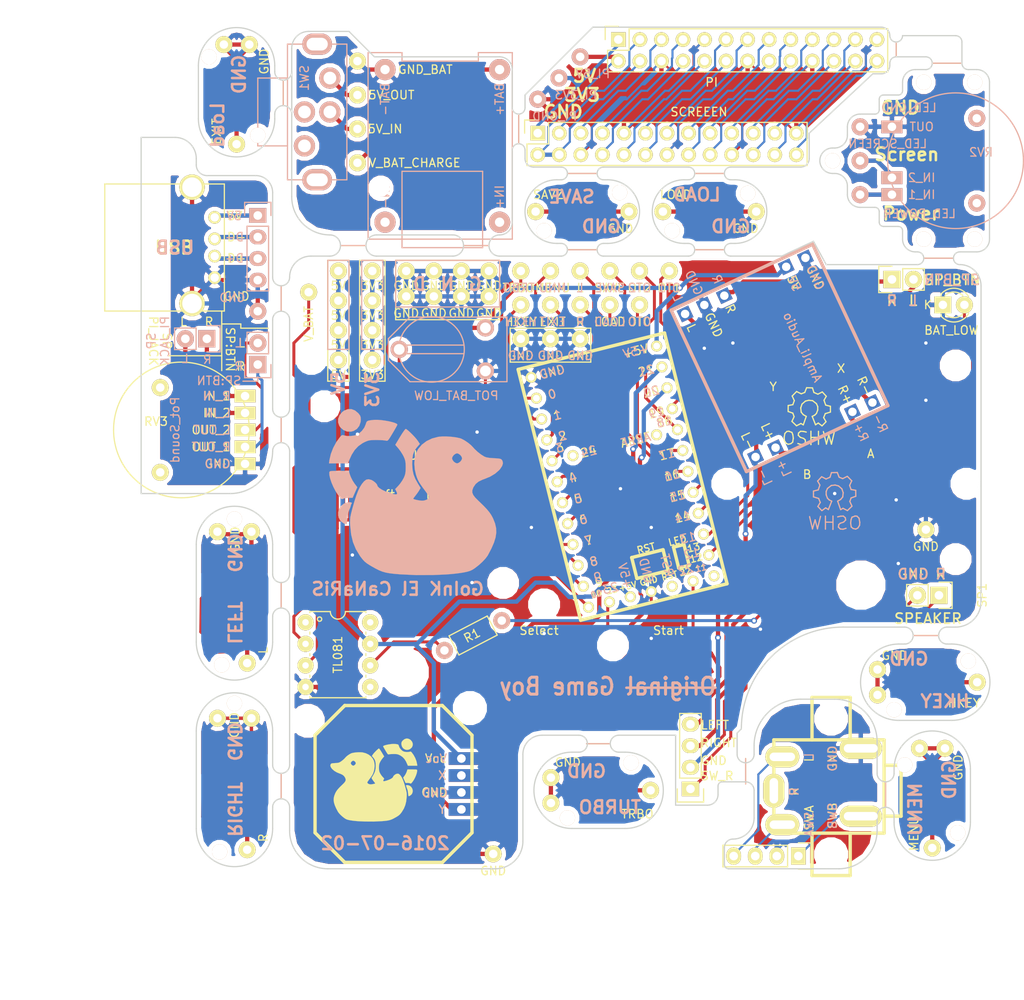
<source format=kicad_pcb>
(kicad_pcb (version 4) (host pcbnew 4.0.2+e4-6225~38~ubuntu14.04.1-stable)
  (title_block (title "Pi Boy") (date 2016-06-27) (rev 1))
  (layers (0 F.Cu signal) (31 B.Cu signal) (34 B.Paste user) (35 F.Paste user) (36 B.SilkS user) (37 F.SilkS user) (38 B.Mask user) (39 F.Mask user) (44 Edge.Cuts user))
  (net 0 "")
  (net 1 /L)
  (net 2 /R)
  (net 3 /X)
  (net 4 /Y)
  (net 5 /B)
  (net 6 /A)
  (net 7 /GND_L)
  (net 8 /GND_R)
  (net 9 /LOAD)
  (net 10 /SAVE)
  (net 11 /TURBO)
  (net 12 /GND_LOAD)
  (net 13 /GND_SAVE)
  (net 14 /GND_TURBO)
  (net 15 GND)
  (net 16 "Net-(D1-Pad2)")
  (net 17 +5V)
  (net 18 /V_BAT)
  (net 19 /SPR)
  (net 20 /SPL)
  (net 21 /SP_GND)
  (net 22 /SPRB)
  (net 23 +3V3)
  (net 24 /STICK_Y)
  (net 25 /STICK_X)
  (net 26 /J_SPR)
  (net 27 /J_SPL)
  (net 28 /J_SPGND)
  (net 29 /J_SPRB)
  (net 30 /OTHER1)
  (net 31 /LEFT)
  (net 32 /UP)
  (net 33 /DOWN)
  (net 34 /RIGHT)
  (net 35 /L_2)
  (net 36 /SELECT)
  (net 37 /OTHER2)
  (net 38 /R_2)
  (net 39 /START)
  (net 40 /MENU_2)
  (net 41 /LOAD_2)
  (net 42 /SAVE_2)
  (net 43 /TURBO_2)
  (net 44 /EXIT_2)
  (net 45 /HKEY_2)
  (net 46 /GND_MENU)
  (net 47 /GND_EXIT)
  (net 48 /GND_HKEY)
  (net 49 /SPR_IN)
  (net 50 /SPL_IN)
  (net 51 /LED_SCREEN)
  (net 52 /TP_IRQ)
  (net 53 /LCD_RS)
  (net 54 /SCREEN_IN)
  (net 55 /SCREEN_OUT)
  (net 56 /RST)
  (net 57 /SCREEN_CLK)
  (net 58 /LCD_CS)
  (net 59 /TP_CS)
  (net 60 /SPR_IN_PI)
  (net 61 /SPL_IN_PI)
  (net 62 /SPR_BEF)
  (net 63 /SPL_BEF)
  (net 64 /MENU)
  (net 65 /EXIT)
  (net 66 /HKEY)
  (net 67 /V_LED)
  (net 68 /V_REF)
  (net 69 "Net-(U3-Pad5)")
  (net 70 "Net-(U3-Pad16)")
  (net 71 "Net-(U3-Pad18)")
  (net 72 /OTHER0)
  (net 73 "Net-(U3-Pad25)")
  (net 74 /V_BAT_CHARGE)
  (net 75 /GND_BAT)
  (net 76 /5V_IN)
  (net 77 /5V_OUT)
  (net 78 "Net-(SW1-Pad1)")
  (net 79 "Net-(SW1-Pad2)")
  (net 80 /5V_USB)
  (net 81 /D-_USB)
  (net 82 /D+_USB)
  (net 83 /GND_USB)
  (net 84 /PI_5V)
  (net 85 /PI_GND)
  (net 86 /PI_3)
  (net 87 /PI_5)
  (net 88 /PI_7)
  (net 89 /PI_8)
  (net 90 /PI_10)
  (net 91 /PI_12)
  (net 92 /PI_13)
  (net 93 /PI_15)
  (net 94 /PI_16)
  (net 95 /PI1_3V3)
  (net 96 /PI17_3V3)
  (net 97 /LED_GND)
  (net 98 /LED_POWER)
  (module GameBoy:Hole_1mm (layer F.Cu) (at 136.25 136.25)
    (fp_text reference P83 hide)
    (fp_text value HOLE_L hide)
    (pad "" np_thru_hole circle (at 0 0) (size 1.8 1.8) (drill 1.8) (layers *.Cu *.SilkS))
  )
  (module GameBoy:Hole_1mm (layer F.Cu) (at 143.75 129.75)
    (fp_text reference P83 hide)
    (fp_text value HOLE_L hide)
    (pad "" np_thru_hole circle (at 0 0) (size 1.8 1.8) (drill 1.8) (layers *.Cu *.SilkS))
  )
  (module GameBoy:Hole_1mm (layer F.Cu) (at 148.6 67 270)
    (fp_text reference P93 hide)
    (fp_text value H_XT hide)
    (pad "" np_thru_hole circle (at 0 0 270) (size 1.8 1.8) (drill 1.8) (layers *.Cu *.SilkS))
  )
  (module GameBoy:Hole_1mm (layer F.Cu) (at 157.5 62.6 270)
    (fp_text reference P95 hide)
    (fp_text value H_SV1 hide)
    (pad "" np_thru_hole circle (at 0 0 270) (size 1.8 1.8) (drill 1.8) (layers *.Cu *.SilkS))
  )
  (module GameBoy:header_1-2 (layer F.Cu) (at 132.5 64.75)
    (fp_text reference P34 hide)
    (fp_text value SAVZ (at 1.5 -2) (layer F.SilkS))
    (pad 1 thru_hole circle (at 0 0) (size 2 2) (drill 1) (layers *.Cu *.Mask F.SilkS) (net 42 /SAVE_2))
  )
  (module GameBoy:header_1-2 (layer B.Cu) (at 89.75 58)
    (fp_text reference "" hide)
    (fp_text value "" (at 0 -2) (layer B.SilkS) (effects (justify mirror)))
    (pad "" np_thru_hole circle (at 0 0) (size 2.75 2.75) (drill 2.75) (layers *.Cu))
  )
  (module GameBoy:header_1-2 (layer F.Cu) (at 114.25 62 270)
    (fp_text reference "" hide)
    (fp_text value "" (at 0 2 270) (layer F.SilkS))
    (pad "" np_thru_hole circle (at 0 0 270) (size 2 2) (drill 2) (layers *.Cu))
  )
  (module GameBoy:Hole_1mm (layer F.Cu) (at 99.75 55.75)
    (fp_text reference P83 hide)
    (fp_text value HOLE_L hide)
    (pad "" np_thru_hole circle (at 0 0) (size 1.8 1.8) (drill 1.8) (layers *.Cu *.SilkS))
  )
  (module GameBoy:Hole_1mm (layer F.Cu) (at 94 46.5)
    (fp_text reference P96 hide)
    (fp_text value H_SV2 hide)
    (pad "" np_thru_hole circle (at 0 0) (size 1.8 1.8) (drill 1.8) (layers *.Cu *.SilkS))
  )
  (module GameBoy:Hole_1mm (layer F.Cu) (at 176 130)
    (fp_text reference P96 hide)
    (fp_text value H_SV2 hide)
    (pad "" np_thru_hole circle (at 0 0) (size 1.8 1.8) (drill 1.8) (layers *.Cu *.SilkS))
  )
  (module GameBoy:Hole_1mm (layer F.Cu) (at 182.25 138)
    (fp_text reference P83 hide)
    (fp_text value HOLE_L hide)
    (pad "" np_thru_hole circle (at 0 0) (size 1.8 1.8) (drill 1.8) (layers *.Cu *.SilkS))
  )
  (module GameBoy:Hole_1mm (layer F.Cu) (at 183.5 117.75 90)
    (fp_text reference P83 hide)
    (fp_text value HOLE_L hide)
    (pad "" np_thru_hole circle (at 0 0 90) (size 1.8 1.8) (drill 1.8) (layers *.Cu *.SilkS))
  )
  (module GameBoy:Hole_1mm (layer F.Cu) (at 174.75 123.5 90)
    (fp_text reference P96 hide)
    (fp_text value H_SV2 hide)
    (pad "" np_thru_hole circle (at 0 0 90) (size 1.8 1.8) (drill 1.8) (layers *.Cu *.SilkS))
  )
  (module GameBoy:header_1-2 (layer F.Cu) (at 117 119.08 180)
    (fp_text reference "" hide)
    (fp_text value "" (at 0 2 180) (layer F.SilkS))
    (pad "" np_thru_hole circle (at 0 0 180) (size 4.8 4.8) (drill 4.8) (layers *.Cu))
  )
  (module GameBoy:header_1-2 (layer F.Cu) (at 170.83 108.79 180)
    (fp_text reference "" hide)
    (fp_text value "" (at 0 2 180) (layer F.SilkS))
    (pad "" np_thru_hole circle (at 0 0 180) (size 4.8 4.8) (drill 4.8) (layers *.Cu))
  )
  (module GameBoy:header_1-2 (layer F.Cu) (at 182.01 105.74 180)
    (fp_text reference "" hide)
    (fp_text value "" (at 0 2 180) (layer F.SilkS))
    (pad "" np_thru_hole circle (at 0 0 180) (size 2.75 2.75) (drill 2.75) (layers *.Cu))
  )
  (module GameBoy:header_1-2 (layer F.Cu) (at 141.62 115.9 180)
    (fp_text reference "" hide)
    (fp_text value "" (at 0 2 180) (layer F.SilkS))
    (pad "" np_thru_hole circle (at 0 0 180) (size 2.75 2.75) (drill 2.75) (layers *.Cu))
  )
  (module GameBoy:header_1-2 (layer F.Cu) (at 133.5 111.08 180)
    (fp_text reference "" hide)
    (fp_text value "" (at 0 2 180) (layer F.SilkS))
    (pad "" np_thru_hole circle (at 0 0 180) (size 2.75 2.75) (drill 2.75) (layers *.Cu))
  )
  (module GameBoy:header_1-2 (layer F.Cu) (at 128.67 108.54 180)
    (fp_text reference "" hide)
    (fp_text value "" (at 0 2 180) (layer F.SilkS))
    (pad "" np_thru_hole circle (at 0 0 180) (size 2.75 2.75) (drill 2.75) (layers *.Cu))
  )
  (module GameBoy:header_1-2 (layer F.Cu) (at 106.06 82.12 180)
    (fp_text reference "" hide)
    (fp_text value "" (at 0 2 180) (layer F.SilkS))
    (pad "" np_thru_hole circle (at 0 0 180) (size 2.75 2.75) (drill 2.75) (layers *.Cu))
  )
  (module GameBoy:header_1-2 (layer F.Cu) (at 107.59 87.71 180)
    (fp_text reference "" hide)
    (fp_text value "" (at 0 2 180) (layer F.SilkS))
    (pad "" np_thru_hole circle (at 0 0 180) (size 2.75 2.75) (drill 2.75) (layers *.Cu))
  )
  (module GameBoy:header_1-2 (layer F.Cu) (at 155.09 96.85 180)
    (fp_text reference "" hide)
    (fp_text value "" (at 0 2 180) (layer F.SilkS))
    (pad "" np_thru_hole circle (at 0 0 180) (size 2.75 2.75) (drill 2.75) (layers *.Cu))
  )
  (module GameBoy:header_1-2 (layer F.Cu) (at 183.28 96.85 180)
    (fp_text reference "" hide)
    (fp_text value "" (at 0 2 180) (layer F.SilkS))
    (pad "" np_thru_hole circle (at 0 0 180) (size 2.75 2.75) (drill 2.75) (layers *.Cu))
  )
  (module GameBoy:header_1-2 (layer F.Cu) (at 182.01 82.89 180)
    (fp_text reference "" hide)
    (fp_text value "" (at 0 2 180) (layer F.SilkS))
    (pad "" np_thru_hole circle (at 0 0 180) (size 2.75 2.75) (drill 2.75) (layers *.Cu))
  )
  (module GameBoy:header_1-2 (layer F.Cu) (at 137.75 75.75)
    (fp_text reference P82 hide)
    (fp_text value R (at 0 2) (layer F.SilkS))
    (pad 1 thru_hole circle (at 0 0) (size 2 2) (drill 1) (layers *.Cu *.Mask F.SilkS) (net 2 /R))
  )
  (module GameBoy:header_1-2 (layer F.Cu) (at 137.75 71.75)
    (fp_text reference P81 hide)
    (fp_text value L (at 0 2) (layer F.SilkS))
    (pad 1 thru_hole circle (at 0 0) (size 2 2) (drill 1) (layers *.Cu *.Mask F.SilkS) (net 1 /L))
  )
  (module GameBoy:header_1-2 (layer F.Cu) (at 130.75 75.75)
    (fp_text reference P80 hide)
    (fp_text value HKEY (at 0 2) (layer F.SilkS))
    (pad 1 thru_hole circle (at 0 0) (size 2 2) (drill 1) (layers *.Cu *.Mask F.SilkS) (net 66 /HKEY))
  )
  (module GameBoy:header_1-2 (layer F.Cu) (at 134.25 75.75)
    (fp_text reference P79 hide)
    (fp_text value EXIT (at 0.25 2) (layer F.SilkS))
    (pad 1 thru_hole circle (at 0 0) (size 2 2) (drill 1) (layers *.Cu *.Mask F.SilkS) (net 65 /EXIT))
  )
  (module GameBoy:header_1-2 (layer F.Cu) (at 134.25 71.75)
    (fp_text reference P78 hide)
    (fp_text value MENU (at 0.25 2) (layer F.SilkS))
    (pad 1 thru_hole circle (at 0 0) (size 2 2) (drill 1) (layers *.Cu *.Mask F.SilkS) (net 64 /MENU))
  )
  (module GameBoy:header_1-2 (layer F.Cu) (at 130.75 71.75)
    (fp_text reference P77 hide)
    (fp_text value TRBO (at -0.25 2) (layer F.SilkS))
    (pad 1 thru_hole circle (at 0 0) (size 2 2) (drill 1) (layers *.Cu *.Mask F.SilkS) (net 11 /TURBO))
  )
  (module GameBoy:header_1-2 (layer F.Cu) (at 141.25 71.75)
    (fp_text reference P76 hide)
    (fp_text value SAVE (at 0 2) (layer F.SilkS))
    (pad 1 thru_hole circle (at 0 0) (size 2 2) (drill 1) (layers *.Cu *.Mask F.SilkS) (net 10 /SAVE))
  )
  (module GameBoy:header_1-2 (layer B.Cu) (at 170.75 58.75)
    (fp_text reference P71 hide)
    (fp_text value LED_SCREEN (at 3.25 -2) (layer B.SilkS) (effects (justify mirror)))
    (pad 1 thru_hole circle (at 0 0) (size 2 2) (drill 1) (layers *.Cu *.Mask B.SilkS) (net 51 /LED_SCREEN))
  )
  (module GameBoy:header_1-2 (layer F.Cu) (at 141.25 75.75)
    (fp_text reference P69 hide)
    (fp_text value LOAD (at 0 2) (layer F.SilkS))
    (pad 1 thru_hole circle (at 0 0) (size 2 2) (drill 1) (layers *.Cu *.Mask F.SilkS) (net 9 /LOAD))
  )
  (module GameBoy:header_1-2 (layer F.Cu) (at 172.8 121.75 180)
    (fp_text reference P68 hide)
    (fp_text value GND (at -2 4.65 180) (layer F.SilkS))
    (pad 1 thru_hole circle (at 0 0 180) (size 2 2) (drill 1) (layers *.Cu *.Mask F.SilkS) (net 48 /GND_HKEY))
  )
  (module GameBoy:header_1-2 (layer F.Cu) (at 98.75 45.05)
    (fp_text reference P67 hide)
    (fp_text value GND hide)
    (pad 1 thru_hole circle (at 0 0) (size 2 2) (drill 1) (layers *.Cu *.Mask F.SilkS) (net 47 /GND_EXIT))
  )
  (module GameBoy:header_1-2 (layer F.Cu) (at 177.75 128.05)
    (fp_text reference P66 hide)
    (fp_text value GND (at 4.55 2.25 90) (layer F.SilkS))
    (pad 1 thru_hole circle (at 0 0) (size 2 2) (drill 1) (layers *.Cu *.Mask F.SilkS) (net 46 /GND_MENU))
  )
  (module GameBoy:header_1-2 (layer F.Cu) (at 127.5 140.5)
    (fp_text reference P65 hide)
    (fp_text value GND (at 0 2) (layer F.SilkS))
    (pad 1 thru_hole circle (at 0 0) (size 2 2) (drill 1) (layers *.Cu *.Mask F.SilkS) (net 15 GND))
  )
  (module GameBoy:header_1-2 (layer F.Cu) (at 172.8 118.75 180)
    (fp_text reference P64 hide)
    (fp_text value GND hide)
    (pad 1 thru_hole circle (at 0 0 180) (size 2 2) (drill 1) (layers *.Cu *.Mask F.SilkS) (net 48 /GND_HKEY))
  )
  (module GameBoy:header_1-2 (layer F.Cu) (at 95.75 45.05)
    (fp_text reference P63 hide)
    (fp_text value GND (at 4.75 2 90) (layer F.SilkS))
    (pad 1 thru_hole circle (at 0 0) (size 2 2) (drill 1) (layers *.Cu *.Mask F.SilkS) (net 47 /GND_EXIT))
  )
  (module GameBoy:header_1-2 (layer F.Cu) (at 180.75 128.05)
    (fp_text reference P62 hide)
    (fp_text value GND hide)
    (pad 1 thru_hole circle (at 0 0) (size 2 2) (drill 1) (layers *.Cu *.Mask F.SilkS) (net 46 /GND_MENU))
  )
  (module GameBoy:header_1-2 (layer F.Cu) (at 109.25 82.25)
    (fp_text reference P60 hide)
    (fp_text value 5V (at 0 1.75) (layer F.SilkS))
    (pad 1 thru_hole circle (at 0 0) (size 2 2) (drill 1) (layers *.Cu *.Mask F.SilkS) (net 17 +5V))
  )
  (module GameBoy:header_1-2 (layer F.Cu) (at 109.25 71.75)
    (fp_text reference P56 hide)
    (fp_text value 5V (at 0 1.75) (layer F.SilkS))
    (pad 1 thru_hole circle (at 0 0) (size 2 2) (drill 1) (layers *.Cu *.Mask F.SilkS) (net 17 +5V))
  )
  (module GameBoy:header_1-2 (layer F.Cu) (at 109.25 78.75 90)
    (fp_text reference P55 hide)
    (fp_text value 5V (at -1.75 0 180) (layer F.SilkS))
    (pad 1 thru_hole circle (at 0 0 90) (size 2 2) (drill 1) (layers *.Cu *.Mask F.SilkS) (net 17 +5V))
  )
  (module GameBoy:header_1-2 (layer F.Cu) (at 98.5 140 90)
    (fp_text reference P54 hide)
    (fp_text value R (at 1.4 1.9 90) (layer F.SilkS))
    (pad 1 thru_hole circle (at 0 0 90) (size 2 2) (drill 1) (layers *.Cu *.Mask F.SilkS) (net 38 /R_2))
  )
  (module GameBoy:header_1-2 (layer F.Cu) (at 184.55 120.25 180)
    (fp_text reference P53 hide)
    (fp_text value HKEY hide)
    (pad 1 thru_hole circle (at 0 0 180) (size 2 2) (drill 1) (layers *.Cu *.Mask F.SilkS) (net 45 /HKEY_2))
  )
  (module GameBoy:header_1-2 (layer F.Cu) (at 109.25 75.25 90)
    (fp_text reference P52 hide)
    (fp_text value 5V (at -1.75 0 180) (layer F.SilkS))
    (pad 1 thru_hole circle (at 0 0 90) (size 2 2) (drill 1) (layers *.Cu *.Mask F.SilkS) (net 17 +5V))
  )
  (module GameBoy:header_1-2 (layer F.Cu) (at 113.25 71.75)
    (fp_text reference P51 hide)
    (fp_text value 3V3 (at 0 1.75) (layer F.SilkS))
    (pad 1 thru_hole circle (at 0 0) (size 2 2) (drill 1) (layers *.Cu *.Mask F.SilkS) (net 23 +3V3))
  )
  (module GameBoy:header_1-2 (layer F.Cu) (at 95 124.5 90)
    (fp_text reference P43 hide)
    (fp_text value GND (at -0.8 2 90) (layer F.SilkS))
    (pad 1 thru_hole circle (at 0 0 90) (size 2 2) (drill 1) (layers *.Cu *.Mask F.SilkS) (net 8 /GND_R))
  )
  (module GameBoy:header_1-2 (layer F.Cu) (at 95 102.5 90)
    (fp_text reference P42 hide)
    (fp_text value GND (at -0.9 2.1 90) (layer F.SilkS))
    (pad 1 thru_hole circle (at 0 0 90) (size 2 2) (drill 1) (layers *.Cu *.Mask F.SilkS) (net 7 /GND_L))
  )
  (module GameBoy:header_1-2 (layer F.Cu) (at 143.5 64.75)
    (fp_text reference P40 hide)
    (fp_text value GND (at -1 2) (layer F.SilkS))
    (pad 1 thru_hole circle (at 0 0) (size 2 2) (drill 1) (layers *.Cu *.Mask F.SilkS) (net 13 /GND_SAVE))
  )
  (module GameBoy:header_1-2 (layer F.Cu) (at 158.502758 64.75)
    (fp_text reference P39 hide)
    (fp_text value GND (at -1.252758 2) (layer F.SilkS))
    (pad 1 thru_hole circle (at 0 0) (size 2 2) (drill 1) (layers *.Cu *.Mask F.SilkS) (net 12 /GND_LOAD))
  )
  (module GameBoy:header_1-2 (layer F.Cu) (at 147.502758 64.75)
    (fp_text reference P33 hide)
    (fp_text value LOAD (at 1.497242 -2) (layer F.SilkS))
    (pad 1 thru_hole circle (at 0 0) (size 2 2) (drill 1) (layers *.Cu *.Mask F.SilkS) (net 41 /LOAD_2))
  )
  (module GameBoy:header_1-2 (layer F.Cu) (at 123.75 74.75)
    (fp_text reference P32 hide)
    (fp_text value GND (at 0 2) (layer F.SilkS))
    (pad 1 thru_hole circle (at 0 0) (size 2 2) (drill 1) (layers *.Cu *.Mask F.SilkS) (net 15 GND))
  )
  (module GameBoy:header_1-2 (layer F.Cu) (at 134.25 79.75)
    (fp_text reference P31 hide)
    (fp_text value GND (at 0 2) (layer F.SilkS))
    (pad 1 thru_hole circle (at 0 0) (size 2 2) (drill 1) (layers *.Cu *.Mask F.SilkS) (net 15 GND))
  )
  (module GameBoy:header_1-2 (layer F.Cu) (at 137.75 79.75)
    (fp_text reference P30 hide)
    (fp_text value GND (at 0 2) (layer F.SilkS))
    (pad 1 thru_hole circle (at 0 0) (size 2 2) (drill 1) (layers *.Cu *.Mask F.SilkS) (net 15 GND))
  )
  (module GameBoy:header_1-2 (layer F.Cu) (at 120.5 71.75)
    (fp_text reference P1 hide)
    (fp_text value GND (at 0 1.75) (layer F.SilkS))
    (pad 1 thru_hole circle (at 0 0) (size 2 2) (drill 1) (layers *.Cu *.Mask F.SilkS) (net 15 GND))
  )
  (module GameBoy:header_1-2 (layer F.Cu) (at 105.75 74.25 90)
    (fp_text reference P2 hide)
    (fp_text value V_BAT (at -3.75 0 270) (layer F.SilkS))
    (pad 1 thru_hole circle (at 0 0 90) (size 2 2) (drill 1) (layers *.Cu *.Mask F.SilkS) (net 18 /V_BAT))
  )
  (module GameBoy:header_1-2 (layer F.Cu) (at 148.25 71.75)
    (fp_text reference P3 hide)
    (fp_text value OT1 (at 0 2) (layer F.SilkS))
    (pad 1 thru_hole circle (at 0 0) (size 2 2) (drill 1) (layers *.Cu *.Mask F.SilkS) (net 30 /OTHER1))
  )
  (module GameBoy:header_1-2 (layer F.Cu) (at 123.75 71.75)
    (fp_text reference P7 hide)
    (fp_text value GND (at 0 1.75) (layer F.SilkS))
    (pad 1 thru_hole circle (at 0 0) (size 2 2) (drill 1) (layers *.Cu *.Mask F.SilkS) (net 15 GND))
  )
  (module GameBoy:header_1-2 (layer F.Cu) (at 120.5 74.75)
    (fp_text reference P9 hide)
    (fp_text value GND (at 0 2) (layer F.SilkS))
    (pad 1 thru_hole circle (at 0 0) (size 2 2) (drill 1) (layers *.Cu *.Mask F.SilkS) (net 15 GND))
  )
  (module GameBoy:header_1-2 (layer F.Cu) (at 98.5 118 90)
    (fp_text reference P10 hide)
    (fp_text value L (at 1.5 1.9 90) (layer F.SilkS))
    (pad 1 thru_hole circle (at 0 0 90) (size 2 2) (drill 1) (layers *.Cu *.Mask F.SilkS) (net 35 /L_2))
  )
  (module GameBoy:header_1-2 (layer F.Cu) (at 144.75 71.75)
    (fp_text reference P13 hide)
    (fp_text value OT2 (at 0 2) (layer F.SilkS))
    (pad 1 thru_hole circle (at 0 0) (size 2 2) (drill 1) (layers *.Cu *.Mask F.SilkS) (net 37 /OTHER2))
  )
  (module GameBoy:header_1-2 (layer F.Cu) (at 113.25 78.75)
    (fp_text reference P16 hide)
    (fp_text value 3V3 (at 0 1.75) (layer F.SilkS))
    (pad 1 thru_hole circle (at 0 0) (size 2 2) (drill 1) (layers *.Cu *.Mask F.SilkS) (net 23 +3V3))
  )
  (module GameBoy:header_1-2 (layer F.Cu) (at 178.5 102.25)
    (fp_text reference P17 hide)
    (fp_text value GND (at 0 2) (layer F.SilkS))
    (pad 1 thru_hole circle (at 0 0) (size 2 2) (drill 1) (layers *.Cu *.Mask F.SilkS) (net 15 GND))
  )
  (module GameBoy:header_1-2 (layer F.Cu) (at 113.25 75.25)
    (fp_text reference P21 hide)
    (fp_text value 3V3 (at 0 1.75) (layer F.SilkS))
    (pad 1 thru_hole circle (at 0 0) (size 2 2) (drill 1) (layers *.Cu *.Mask F.SilkS) (net 23 +3V3))
  )
  (module GameBoy:header_1-2 (layer F.Cu) (at 113.25 82.25)
    (fp_text reference P23 hide)
    (fp_text value 3V3 (at 0 1.75) (layer F.SilkS))
    (pad 1 thru_hole circle (at 0 0) (size 2 2) (drill 1) (layers *.Cu *.Mask F.SilkS) (net 23 +3V3))
  )
  (module GameBoy:header_1-2 (layer F.Cu) (at 179.25 139.8)
    (fp_text reference P24 hide)
    (fp_text value MENU (at -2.15 -1.7 90) (layer F.SilkS))
    (pad 1 thru_hole circle (at 0 0) (size 2 2) (drill 1) (layers *.Cu *.Mask F.SilkS) (net 40 /MENU_2))
  )
  (module GameBoy:header_1-2 (layer F.Cu) (at 99 102.5 90)
    (fp_text reference P25 hide)
    (fp_text value GND hide)
    (pad 1 thru_hole circle (at 0 0 90) (size 2 2) (drill 1) (layers *.Cu *.Mask F.SilkS) (net 7 /GND_L))
  )
  (module GameBoy:header_1-2 (layer F.Cu) (at 127 71.75)
    (fp_text reference P27 hide)
    (fp_text value GND (at 0 1.75) (layer F.SilkS))
    (pad 1 thru_hole circle (at 0 0) (size 2 2) (drill 1) (layers *.Cu *.Mask F.SilkS) (net 15 GND))
  )
  (module GameBoy:header_1-2 (layer F.Cu) (at 127 74.75)
    (fp_text reference P28 hide)
    (fp_text value GND (at 0 2) (layer F.SilkS))
    (pad 1 thru_hole circle (at 0 0) (size 2 2) (drill 1) (layers *.Cu *.Mask F.SilkS) (net 15 GND))
  )
  (module GameBoy:header_1-2 (layer F.Cu) (at 130.75 79.75)
    (fp_text reference P29 hide)
    (fp_text value GND (at 0 2) (layer F.SilkS))
    (pad 1 thru_hole circle (at 0 0) (size 2 2) (drill 1) (layers *.Cu *.Mask F.SilkS) (net 15 GND))
  )
  (module GameBoy:header_1-2 (layer F.Cu) (at 99 124.5 90)
    (fp_text reference P26 hide)
    (fp_text value GND hide)
    (pad 1 thru_hole circle (at 0 0 90) (size 2 2) (drill 1) (layers *.Cu *.Mask F.SilkS) (net 8 /GND_R))
  )
  (module GameBoy:header_1-2 (layer F.Cu) (at 134.3 131.5 180)
    (fp_text reference P41 hide)
    (fp_text value GND hide)
    (pad 1 thru_hole circle (at 0 0 180) (size 2 2) (drill 1) (layers *.Cu *.Mask F.SilkS) (net 14 /GND_TURBO))
  )
  (module GameBoy:header_1-2 (layer F.Cu) (at 134.3 134.5 180)
    (fp_text reference P46 hide)
    (fp_text value GND (at -2 4.8 180) (layer F.SilkS))
    (pad 1 thru_hole circle (at 0 0 180) (size 2 2) (drill 1) (layers *.Cu *.Mask F.SilkS) (net 14 /GND_TURBO))
  )
  (module GameBoy:header_1-2 (layer F.Cu) (at 146.05 133 180)
    (fp_text reference P35 hide)
    (fp_text value TRBO (at 1.55 -2.8 180) (layer F.SilkS))
    (pad 1 thru_hole circle (at 0 0 180) (size 2 2) (drill 1) (layers *.Cu *.Mask F.SilkS) (net 43 /TURBO_2))
  )
  (module Symbols:Symbol_OSHW-Logo_SilkScreen (layer B.Cu) (at 167.75 98 180)
    (fp_text reference REF** hide)
    (fp_text value Symbol_OSHW-Logo_SilkScreen hide)
  )
  (module Symbols:Symbol_OSHW-Logo_SilkScreen (layer F.Cu) (at 164.75 88)
    (fp_text reference REF** hide)
    (fp_text value Symbol_OSHW-Logo_SilkScreen hide)
  )
  (module GameBoy:Jack (layer F.Cu) (at 167.07815 132.55 270)
    (fp_text reference J1 hide)
    (fp_text value JACK_GB_5PINS)
    (fp_text user GND (at -3.3 -0.42185 270) (layer F.SilkS))
    (fp_text user SWB (at 3.45 -0.42185 270) (layer F.SilkS))
    (fp_text user SWA (at 3.7 2.32815 270) (layer F.SilkS))
    (fp_text user R (at 0.6 4.1 270) (layer F.SilkS))
    (fp_text user L (at -3.3 2.32815 270) (layer F.SilkS))
    (fp_text user L (at -3.55 2.32815 270) (layer B.SilkS) (effects (justify mirror)))
    (fp_text user GND (at -3.3 -0.42185 270) (layer B.SilkS) (effects (justify mirror)))
    (fp_text user SWB (at 3.45 -0.42185 270) (layer B.SilkS) (effects (justify mirror)))
    (fp_text user SWA (at 4.45 2.32815 270) (layer B.SilkS) (effects (justify mirror)))
    (fp_text user R (at 0.6 4.1 270) (layer B.SilkS) (effects (justify mirror)))
    (pad "" np_thru_hole circle (at 8 -0.25 270) (size 3 3) (drill 3) (layers *.Cu))
    (pad "" np_thru_hole circle (at -8 -0.25 270) (size 3 3) (drill 3) (layers *.Cu))
    (pad 4 thru_hole oval (at 4.5 5.5 270) (size 2.5 4) (drill oval 1 3) (layers *.Cu *.Mask F.SilkS) (net 26 /J_SPR))
    (pad 2 thru_hole oval (at -3.5 5.5 270) (size 2.5 4) (drill oval 1 3) (layers *.Cu *.Mask F.SilkS) (net 27 /J_SPL))
    (pad 3 thru_hole oval (at 0.5 6.5) (size 2.5 4) (drill oval 1 3) (layers *.Cu *.Mask F.SilkS) (net 26 /J_SPR))
    (pad 1 thru_hole oval (at -4.5 -3.75 270) (size 2.5 5) (drill oval 1 4) (layers *.Cu *.Mask F.SilkS) (net 28 /J_SPGND))
    (pad 5 thru_hole oval (at 3.5 -3.75 270) (size 2.5 5) (drill oval 1 4) (layers *.Cu *.Mask F.SilkS) (net 29 /J_SPRB))
  )
  (module Discret:RV2X4 (layer B.Cu) (at 121.5 81 180)
    (fp_text reference RV1)
    (fp_text value POT_BAT_LOW (at -1.651 -5.461 180) (layer B.SilkS) (effects (justify mirror)))
    (pad 1 thru_hole circle (at -5.08 2.54 180) (size 2.032 2.032) (drill 1.27) (layers *.Cu *.Mask B.SilkS) (net 17 +5V))
    (pad 2 thru_hole circle (at 5.08 0 180) (size 2.032 2.032) (drill 1.27) (layers *.Cu *.Mask B.SilkS) (net 68 /V_REF))
    (pad 3 thru_hole circle (at -5.08 -2.54 180) (size 2.032 2.032) (drill 1.27) (layers *.Cu *.Mask B.SilkS) (net 15 GND))
  )
  (module Power_Integrations:PDIP-8 (layer F.Cu) (at 109.19 117 270)
    (fp_text reference U1)
    (fp_text value TL081 (at 0 0 270) (layer F.SilkS))
    (pad 1 thru_hole circle (at -3.81 3.81 270) (size 1.905 1.905) (drill 0.762) (layers *.Cu *.Mask F.SilkS))
    (pad 2 thru_hole circle (at -1.27 3.81 270) (size 1.905 1.905) (drill 0.762) (layers *.Cu *.Mask F.SilkS) (net 18 /V_BAT))
    (pad 3 thru_hole circle (at 1.27 3.81 270) (size 1.905 1.905) (drill 0.762) (layers *.Cu *.Mask F.SilkS) (net 68 /V_REF))
    (pad 4 thru_hole circle (at 3.81 3.81 270) (size 1.905 1.905) (drill 0.762) (layers *.Cu *.Mask F.SilkS) (net 15 GND))
    (pad 5 thru_hole circle (at 3.81 -3.81 270) (size 1.905 1.905) (drill 0.762) (layers *.Cu *.Mask F.SilkS))
    (pad 6 thru_hole circle (at 1.27 -3.81 270) (size 1.905 1.905) (drill 0.762) (layers *.Cu *.Mask F.SilkS) (net 67 /V_LED))
    (pad 7 thru_hole circle (at -1.27 -3.81 270) (size 1.905 1.905) (drill 0.762) (layers *.Cu *.Mask F.SilkS) (net 17 +5V))
    (pad 8 thru_hole circle (at -3.81 -3.81 270) (size 1.905 1.905) (drill 0.762) (layers *.Cu *.Mask F.SilkS))
  )
  (module Pin_Headers:Pin_Header_Straight_1x04 (layer F.Cu) (at 163.46815 140.75 270)
    (fp_text reference P48 hide)
    (fp_text value CONN_JACK_BTN hide)
    (pad 1 thru_hole rect (at 0 0 270) (size 2.032 1.7272) (drill 1.016) (layers *.Cu *.Mask F.SilkS) (net 29 /J_SPRB))
    (pad 2 thru_hole oval (at 0 2.54 270) (size 2.032 1.7272) (drill 1.016) (layers *.Cu *.Mask F.SilkS) (net 28 /J_SPGND))
    (pad 3 thru_hole oval (at 0 5.08 270) (size 2.032 1.7272) (drill 1.016) (layers *.Cu *.Mask F.SilkS) (net 26 /J_SPR))
    (pad 4 thru_hole oval (at 0 7.62 270) (size 2.032 1.7272) (drill 1.016) (layers *.Cu *.Mask F.SilkS) (net 27 /J_SPL))
  )
  (module Pin_Headers:Pin_Header_Straight_1x04 (layer F.Cu) (at 150.75 132.83 180)
    (fp_text reference P50 hide)
    (fp_text value CONN_BTN_JACK hide)
    (pad 1 thru_hole rect (at 0 0 180) (size 2.032 1.7272) (drill 1.016) (layers *.Cu *.Mask F.SilkS) (net 22 /SPRB))
    (pad 2 thru_hole oval (at 0 2.54 180) (size 2.032 1.7272) (drill 1.016) (layers *.Cu *.Mask F.SilkS) (net 21 /SP_GND))
    (pad 3 thru_hole oval (at 0 5.08 180) (size 2.032 1.7272) (drill 1.016) (layers *.Cu *.Mask F.SilkS) (net 19 /SPR))
    (pad 4 thru_hole oval (at 0 7.62 180) (size 2.032 1.7272) (drill 1.016) (layers *.Cu *.Mask F.SilkS) (net 20 /SPL))
  )
  (module GameBoy:ampli_audio (layer B.Cu) (at 161.25 82 295)
    (fp_text reference U2 hide)
    (fp_text value Ampli_Audio (at 0 -3 295) (layer B.SilkS) (effects (justify mirror)))
    (fp_text user GND (at -12.3 5.4 295) (layer B.SilkS) (effects (justify mirror)))
    (fp_text user L (at -11.5 7.9 475) (layer B.SilkS) (effects (justify mirror)))
    (fp_text user R (at -11.5 2.75 295) (layer B.SilkS) (effects (justify mirror)))
    (fp_text user 5V (at -7.190611 -5.283948 295) (layer B.SilkS) (effects (justify mirror)))
    (fp_text user GND (at -6.813796 -7.866682 295) (layer B.SilkS) (effects (justify mirror)))
    (fp_text user L- (at 12 7.5 295) (layer B.SilkS) (effects (justify mirror)))
    (fp_text user L+ (at 12 5 295) (layer B.SilkS) (effects (justify mirror)))
    (fp_text user R+ (at 12 -5 295) (layer B.SilkS) (effects (justify mirror)))
    (fp_text user R- (at 12 -7.5 295) (layer B.SilkS) (effects (justify mirror)))
    (fp_text user L (at -7.6 7.9 475) (layer F.SilkS))
    (fp_text user GND (at -6.8 5.4 295) (layer F.SilkS))
    (fp_text user R (at -7.7 2.8 295) (layer F.SilkS))
    (fp_text user 5V (at -7.3 -5.25 295) (layer F.SilkS))
    (fp_text user GND (at -6.8 -7.8 295) (layer F.SilkS))
    (fp_text user L- (at 7.3 7.5 295) (layer F.SilkS))
    (fp_text user L+ (at 7.3 4.9 295) (layer F.SilkS))
    (fp_text user R+ (at 7.2 -5.2 295) (layer F.SilkS))
    (fp_text user R- (at 7.2 -7.7 295) (layer F.SilkS))
    (pad 1 thru_hole rect (at -9.4 7.9 295) (size 1.5 1.5) (drill 1) (layers *.Cu *.Mask) (net 50 /SPL_IN))
    (pad 2 thru_hole rect (at -9.4 5.4 295) (size 1.5 1.5) (drill 1) (layers *.Cu *.Mask) (net 15 GND))
    (pad 3 thru_hole rect (at -9.4 2.8 295) (size 1.5 1.5) (drill 1) (layers *.Cu *.Mask) (net 49 /SPR_IN))
    (pad 4 thru_hole rect (at -9.4 -5.25 295) (size 1.5 1.5) (drill 1) (layers *.Cu *.Mask) (net 17 +5V))
    (pad 5 thru_hole rect (at -9.4 -7.75 295) (size 1.5 1.5) (drill 1) (layers *.Cu *.Mask) (net 15 GND))
    (pad 9 thru_hole rect (at 9.4 -7.7 295) (size 1.5 1.5) (drill 1) (layers *.Cu *.Mask) (net 21 /SP_GND))
    (pad 8 thru_hole rect (at 9.4 -5.1 295) (size 1.5 1.5) (drill 1) (layers *.Cu *.Mask) (net 19 /SPR))
    (pad 7 thru_hole rect (at 9.4 4.9 295) (size 1.5 1.5) (drill 1) (layers *.Cu *.Mask) (net 20 /SPL))
    (pad 6 thru_hole rect (at 9.4 7.5 295) (size 1.5 1.5) (drill 1) (layers *.Cu *.Mask) (net 21 /SP_GND))
  )
  (module LEDs:LED-3MM (layer F.Cu) (at 180.5 75.75)
    (fp_text reference D1 hide)
    (fp_text value BAT_LOW (at 1 3) (layer F.SilkS))
    (fp_text user K (at -1.75 0) (layer F.SilkS))
    (pad 1 thru_hole rect (at 0 0 90) (size 2 2) (drill 1.00076) (layers *.Cu *.Mask F.SilkS) (net 15 GND))
    (pad 2 thru_hole circle (at 2.54 0) (size 2 2) (drill 1.00076) (layers *.Cu *.Mask F.SilkS) (net 16 "Net-(D1-Pad2)"))
  )
  (module Resistors_ThroughHole:Resistor_Horizontal_RM7mm (layer F.Cu) (at 128.509023 112.981476 207.5)
    (fp_text reference R1 (at 3.929155 0.051587 207.5) (layer F.SilkS))
    (fp_text value 1k)
    (pad 1 thru_hole circle (at 0 0 207.5) (size 1.99898 1.99898) (drill 1.00076) (layers *.Cu *.SilkS *.Mask) (net 16 "Net-(D1-Pad2)"))
    (pad 2 thru_hole circle (at 7.62 0 207.5) (size 1.99898 1.99898) (drill 1.00076) (layers *.Cu *.SilkS *.Mask) (net 67 /V_LED))
  )
  (module GameBoy:PSP_Joystick (layer F.Cu) (at 115.75 132.25 270)
    (fp_text reference P47 hide)
    (fp_text value JOYSTICK)
    (fp_text user X (at -1 -5.75 360) (layer F.SilkS))
    (fp_text user GND (at 1 -4.8 360) (layer F.SilkS))
    (fp_text user Y (at 3 -5.75 360) (layer F.SilkS))
    (fp_text user Vcc (at -3 -5 360) (layer F.SilkS))
    (fp_text user Vcc (at -3 -5 540) (layer B.SilkS) (effects (justify mirror)))
    (fp_text user Y (at 3 -5.75 540) (layer B.SilkS) (effects (justify mirror)))
    (fp_text user GND (at 1.1 -4.9 540) (layer B.SilkS) (effects (justify mirror)))
    (fp_text user X (at -1 -5.75 540) (layer B.SilkS) (effects (justify mirror)))
    (pad "" np_thru_hole circle (at -8.95 -9 270) (size 3 3) (drill 3) (layers *.Cu))
    (pad "" np_thru_hole circle (at -7.45 10.1 270) (size 3 3) (drill 3) (layers *.Cu))
    (pad 3 thru_hole rect (at 1 -8 270) (size 1.5 6) (drill 1 (offset 0 -1.5)) (layers F.Cu F.Paste F.Mask) (net 15 GND))
    (pad 3 thru_hole rect (at 1 -8 270) (size 1.3 3) (drill 1) (layers B.Cu B.Mask) (net 15 GND))
    (pad 2 thru_hole rect (at -1 -8 270) (size 1.5 6) (drill 1 (offset 0 -1.5)) (layers F.Cu F.Paste F.Mask) (net 25 /STICK_X))
    (pad 1 thru_hole rect (at -3 -8 270) (size 1.5 6) (drill 1 (offset 0 -1.5)) (layers F.Cu F.Paste F.Mask) (net 17 +5V))
    (pad 2 thru_hole rect (at -1 -8 270) (size 1.3 3) (drill 1) (layers B.Cu B.Mask) (net 25 /STICK_X))
    (pad 1 thru_hole rect (at -3 -8 270) (size 1.3 3) (drill 1) (layers B.Cu B.Mask) (net 17 +5V))
    (pad 4 thru_hole rect (at 3 -8 270) (size 1.3 3) (drill 1) (layers B.Cu B.Mask) (net 24 /STICK_Y))
    (pad 4 thru_hole rect (at 3 -8 270) (size 1.5 6) (drill 1 (offset 0 -1.5)) (layers F.Cu F.Paste F.Mask) (net 24 /STICK_Y))
  )
  (module Pin_Headers:Pin_Header_Straight_1x02 (layer F.Cu) (at 174.5 72.75 90)
    (fp_text reference P70 hide)
    (fp_text value CONN_BTN_SOUND hide)
    (pad 1 thru_hole rect (at 0 0 90) (size 2.032 2.032) (drill 1.016) (layers *.Cu *.Mask F.SilkS) (net 49 /SPR_IN))
    (pad 2 thru_hole oval (at 0 2.54 90) (size 2.032 2.032) (drill 1.016) (layers *.Cu *.Mask F.SilkS) (net 50 /SPL_IN))
  )
  (module Socket_Strips:Socket_Strip_Straight_2x13 (layer F.Cu) (at 132.75 55.5)
    (fp_text reference P73 hide)
    (fp_text value SCREEEN (at 19 -2.5) (layer F.SilkS))
    (pad 1 thru_hole rect (at 0 0) (size 1.7272 1.7272) (drill 1.016) (layers *.Cu *.Mask F.SilkS) (net 95 /PI1_3V3))
    (pad 2 thru_hole oval (at 0 2.54) (size 1.7272 1.7272) (drill 1.016) (layers *.Cu *.Mask F.SilkS) (net 84 /PI_5V))
    (pad 3 thru_hole oval (at 2.54 0) (size 1.7272 1.7272) (drill 1.016) (layers *.Cu *.Mask F.SilkS) (net 86 /PI_3))
    (pad 4 thru_hole oval (at 2.54 2.54) (size 1.7272 1.7272) (drill 1.016) (layers *.Cu *.Mask F.SilkS) (net 84 /PI_5V))
    (pad 5 thru_hole oval (at 5.08 0) (size 1.7272 1.7272) (drill 1.016) (layers *.Cu *.Mask F.SilkS) (net 87 /PI_5))
    (pad 6 thru_hole oval (at 5.08 2.54) (size 1.7272 1.7272) (drill 1.016) (layers *.Cu *.Mask F.SilkS) (net 85 /PI_GND))
    (pad 7 thru_hole oval (at 7.62 0) (size 1.7272 1.7272) (drill 1.016) (layers *.Cu *.Mask F.SilkS) (net 88 /PI_7))
    (pad 8 thru_hole oval (at 7.62 2.54) (size 1.7272 1.7272) (drill 1.016) (layers *.Cu *.Mask F.SilkS) (net 89 /PI_8))
    (pad 9 thru_hole oval (at 10.16 0) (size 1.7272 1.7272) (drill 1.016) (layers *.Cu *.Mask F.SilkS) (net 85 /PI_GND))
    (pad 10 thru_hole oval (at 10.16 2.54) (size 1.7272 1.7272) (drill 1.016) (layers *.Cu *.Mask F.SilkS) (net 90 /PI_10))
    (pad 11 thru_hole oval (at 12.7 0) (size 1.7272 1.7272) (drill 1.016) (layers *.Cu *.Mask F.SilkS) (net 52 /TP_IRQ))
    (pad 12 thru_hole oval (at 12.7 2.54) (size 1.7272 1.7272) (drill 1.016) (layers *.Cu *.Mask F.SilkS) (net 91 /PI_12))
    (pad 13 thru_hole oval (at 15.24 0) (size 1.7272 1.7272) (drill 1.016) (layers *.Cu *.Mask F.SilkS) (net 92 /PI_13))
    (pad 14 thru_hole oval (at 15.24 2.54) (size 1.7272 1.7272) (drill 1.016) (layers *.Cu *.Mask F.SilkS) (net 85 /PI_GND))
    (pad 15 thru_hole oval (at 17.78 0) (size 1.7272 1.7272) (drill 1.016) (layers *.Cu *.Mask F.SilkS) (net 93 /PI_15))
    (pad 16 thru_hole oval (at 17.78 2.54) (size 1.7272 1.7272) (drill 1.016) (layers *.Cu *.Mask F.SilkS) (net 94 /PI_16))
    (pad 17 thru_hole oval (at 20.32 0) (size 1.7272 1.7272) (drill 1.016) (layers *.Cu *.Mask F.SilkS) (net 96 /PI17_3V3))
    (pad 18 thru_hole oval (at 20.32 2.54) (size 1.7272 1.7272) (drill 1.016) (layers *.Cu *.Mask F.SilkS) (net 53 /LCD_RS))
    (pad 19 thru_hole oval (at 22.86 0) (size 1.7272 1.7272) (drill 1.016) (layers *.Cu *.Mask F.SilkS) (net 54 /SCREEN_IN))
    (pad 20 thru_hole oval (at 22.86 2.54) (size 1.7272 1.7272) (drill 1.016) (layers *.Cu *.Mask F.SilkS) (net 85 /PI_GND))
    (pad 21 thru_hole oval (at 25.4 0) (size 1.7272 1.7272) (drill 1.016) (layers *.Cu *.Mask F.SilkS) (net 55 /SCREEN_OUT))
    (pad 22 thru_hole oval (at 25.4 2.54) (size 1.7272 1.7272) (drill 1.016) (layers *.Cu *.Mask F.SilkS) (net 56 /RST))
    (pad 23 thru_hole oval (at 27.94 0) (size 1.7272 1.7272) (drill 1.016) (layers *.Cu *.Mask F.SilkS) (net 57 /SCREEN_CLK))
    (pad 24 thru_hole oval (at 27.94 2.54) (size 1.7272 1.7272) (drill 1.016) (layers *.Cu *.Mask F.SilkS) (net 58 /LCD_CS))
    (pad 25 thru_hole oval (at 30.48 0) (size 1.7272 1.7272) (drill 1.016) (layers *.Cu *.Mask F.SilkS) (net 85 /PI_GND))
    (pad 26 thru_hole oval (at 30.48 2.54) (size 1.7272 1.7272) (drill 1.016) (layers *.Cu *.Mask F.SilkS) (net 59 /TP_CS))
  )
  (module Socket_Strips:Socket_Strip_Straight_1x02 (layer B.Cu) (at 99.75 82.79 90)
    (fp_text reference P74 hide)
    (fp_text value SP_PI_BTN hide)
    (pad 1 thru_hole rect (at 0 0 90) (size 2.032 2.032) (drill 1.016) (layers *.Cu *.Mask B.SilkS) (net 60 /SPR_IN_PI))
    (pad 2 thru_hole oval (at 2.54 0 90) (size 2.032 2.032) (drill 1.016) (layers *.Cu *.Mask B.SilkS) (net 61 /SPL_IN_PI))
  )
  (module Pin_Headers:Pin_Header_Straight_1x02 (layer B.Cu) (at 93.75 79.75 90)
    (fp_text reference P75 hide)
    (fp_text value SP_PI_JACK hide)
    (pad 1 thru_hole rect (at 0 0 90) (size 2.032 2.032) (drill 1.016) (layers *.Cu *.Mask B.SilkS) (net 62 /SPR_BEF))
    (pad 2 thru_hole oval (at 0 -2.54 90) (size 2.032 2.032) (drill 1.016) (layers *.Cu *.Mask B.SilkS) (net 63 /SPL_BEF))
  )
  (module Pin_Headers:Pin_Header_Straight_1x02 (layer F.Cu) (at 180.04 110 270)
    (fp_text reference SP1 (at 0 -5.1 270) (layer F.SilkS))
    (fp_text value SPEAKER hide)
    (pad 1 thru_hole rect (at 0 0 270) (size 2.032 2.032) (drill 1.016) (layers *.Cu *.Mask F.SilkS) (net 22 /SPRB))
    (pad 2 thru_hole oval (at 0 2.54 270) (size 2.032 2.032) (drill 1.016) (layers *.Cu *.Mask F.SilkS) (net 21 /SP_GND))
  )
  (module GameBoy:Teensy (layer F.Cu) (at 142.75 96 14)
    (fp_text reference U3 hide)
    (fp_text value Teensy)
    (fp_text user GND (at -5.08 -13.97 14) (layer F.SilkS))
    (fp_text user LED (at 4.445 8.89 14) (layer F.SilkS) (effects (font (size 0.8 0.8))))
    (fp_text user RST (at 0.635 8.89 14) (layer F.SilkS) (effects (font (size 0.8 0.8))))
    (fp_text user 0 (at -5.715 -11.43 14) (layer F.SilkS))
    (fp_text user 1 (at -5.715 -8.89 14) (layer F.SilkS))
    (fp_text user 2 (at -5.715 -6.35 14) (layer F.SilkS))
    (fp_text user 24 (at -3.175 -3.81 14) (layer F.SilkS))
    (fp_text user 3 (at -6.35 -5.08 14) (layer F.SilkS))
    (fp_text user 4 (at -5.715 -1.27 14) (layer F.SilkS))
    (fp_text user 5 (at -5.715 1.27 14) (layer F.SilkS))
    (fp_text user 6 (at -5.715 3.81 14) (layer F.SilkS))
    (fp_text user 7 (at -5.715 6.35 14) (layer F.SilkS))
    (fp_text user 8 (at -5.715 8.89 14) (layer F.SilkS))
    (fp_text user 9 (at -5.715 11.43 14) (layer F.SilkS))
    (fp_text user 10 (at -6.35 12.7 14) (layer F.SilkS) (effects (font (size 0.7 0.7))))
    (fp_text user 23 (at -4.445 12.7 14) (layer F.SilkS) (effects (font (size 0.7 0.7))))
    (fp_text user +5V (at -2.54 12.7 14) (layer F.SilkS) (effects (font (size 0.7 0.7))))
    (fp_text user GND (at 0 12.7 14) (layer F.SilkS) (effects (font (size 0.7 0.7))))
    (fp_text user RST (at 2.54 12.7 14) (layer F.SilkS) (effects (font (size 0.7 0.7))))
    (fp_text user 22 (at 4.445 12.7 14) (layer F.SilkS) (effects (font (size 0.7 0.7))))
    (fp_text user 11 (at 6.35 12.7 14) (layer F.SilkS) (effects (font (size 0.7 0.7))))
    (fp_text user 12 (at 6.096 11.43 14) (layer F.SilkS) (effects (font (size 0.8 0.8))))
    (fp_text user 13 (at 6.096 10.16 14) (layer F.SilkS) (effects (font (size 0.8 0.8))))
    (fp_text user 14 (at 5.715 6.35 14) (layer F.SilkS))
    (fp_text user 15 (at 5.715 3.81 14) (layer F.SilkS))
    (fp_text user 16 (at 5.715 1.27 14) (layer F.SilkS))
    (fp_text user 17 (at 5.715 -1.27 14) (layer F.SilkS))
    (fp_text user 18 (at 6.35 -5.08 14) (layer F.SilkS))
    (fp_text user 19 (at 5.715 -6.35 14) (layer F.SilkS))
    (fp_text user 20 (at 5.715 -8.89 14) (layer F.SilkS))
    (fp_text user 21 (at 5.715 -11.43 14) (layer F.SilkS))
    (fp_text user +5V (at 5.08 -13.97 14) (layer F.SilkS))
    (fp_text user AREF (at 2.54 -3.81 14) (layer F.SilkS))
    (fp_text user GND (at -5.08 -13.97 14) (layer B.SilkS) (effects (justify mirror)))
    (fp_text user 0 (at -5.715 -11.43 14) (layer B.SilkS) (effects (justify mirror)))
    (fp_text user 1 (at -5.715 -8.89 14) (layer B.SilkS) (effects (justify mirror)))
    (fp_text user 2 (at -5.715 -6.35 14) (layer B.SilkS) (effects (justify mirror)))
    (fp_text user 3 (at -6.35 -5.08 14) (layer B.SilkS) (effects (justify mirror)))
    (fp_text user 24 (at -3.175 -3.81 14) (layer B.SilkS) (effects (justify mirror)))
    (fp_text user 4 (at -5.715 -1.27 14) (layer B.SilkS) (effects (justify mirror)))
    (fp_text user 5 (at -5.715 1.27 14) (layer B.SilkS) (effects (justify mirror)))
    (fp_text user 6 (at -5.715 3.81 14) (layer B.SilkS) (effects (justify mirror)))
    (fp_text user 7 (at -5.715 6.35 14) (layer B.SilkS) (effects (justify mirror)))
    (fp_text user 8 (at -5.715 8.89 14) (layer B.SilkS) (effects (justify mirror)))
    (fp_text user 9 (at -5.715 10.795 14) (layer B.SilkS) (effects (justify mirror)))
    (fp_text user 11 (at 6.35 12.7 14) (layer B.SilkS) (effects (font (size 0.7 0.7)) (justify mirror)))
    (fp_text user 10 (at -6.35 12.7 14) (layer B.SilkS) (effects (font (size 0.7 0.7)) (justify mirror)))
    (fp_text user 23 (at -4.572 12.446 14) (layer B.SilkS) (effects (justify mirror)))
    (fp_text user +5V (at -2.54 11.43 104) (layer B.SilkS) (effects (justify mirror)))
    (fp_text user GND (at 0 11.43 284) (layer B.SilkS) (effects (justify mirror)))
    (fp_text user RST (at 2.54 11.43 104) (layer B.SilkS) (effects (justify mirror)))
    (fp_text user 22 (at 4.572 12.446 194) (layer B.SilkS) (effects (justify mirror)))
    (fp_text user 12 (at 5.715 10.795 14) (layer B.SilkS) (effects (justify mirror)))
    (fp_text user 13 (at 5.715 8.89 14) (layer B.SilkS) (effects (justify mirror)))
    (fp_text user 14 (at 5.715 6.35 14) (layer B.SilkS) (effects (justify mirror)))
    (fp_text user 17 (at 5.715 -1.27 14) (layer B.SilkS) (effects (justify mirror)))
    (fp_text user 15 (at 5.715 3.81 14) (layer B.SilkS) (effects (justify mirror)))
    (fp_text user 16 (at 5.715 1.27 14) (layer B.SilkS) (effects (justify mirror)))
    (fp_text user 20 (at 5.715 -8.89 14) (layer B.SilkS) (effects (justify mirror)))
    (fp_text user 21 (at 5.715 -11.43 14) (layer B.SilkS) (effects (justify mirror)))
    (fp_text user 19 (at 5.715 -6.35 14) (layer B.SilkS) (effects (justify mirror)))
    (fp_text user 18 (at 6.35 -5.08 14) (layer B.SilkS) (effects (justify mirror)))
    (fp_text user AREF (at 2.54 -3.81 14) (layer B.SilkS) (effects (justify mirror)))
    (fp_text user +5V (at 5.08 -13.97 14) (layer B.SilkS) (effects (justify mirror)))
    (pad 0 thru_hole circle (at -7.62 -13.97 14) (size 1.3 1.3) (drill 0.8) (layers *.Cu *.Mask F.SilkS) (net 15 GND))
    (pad 1 thru_hole circle (at -7.62 -11.43 14) (size 1.3 1.3) (drill 0.8) (layers *.Cu *.Mask F.SilkS) (net 66 /HKEY))
    (pad 2 thru_hole circle (at -7.62 -8.89 14) (size 1.3 1.3) (drill 0.8) (layers *.Cu *.Mask F.SilkS) (net 11 /TURBO))
    (pad 3 thru_hole circle (at -7.62 -6.35 14) (size 1.3 1.3) (drill 0.8) (layers *.Cu *.Mask F.SilkS) (net 64 /MENU))
    (pad 4 thru_hole circle (at -7.62 -3.81 14) (size 1.3 1.3) (drill 0.8) (layers *.Cu *.Mask F.SilkS) (net 65 /EXIT))
    (pad 5 thru_hole circle (at -5.08 -3.81 14) (size 1.3 1.3) (drill 0.8) (layers *.Cu *.Mask F.SilkS) (net 69 "Net-(U3-Pad5)"))
    (pad 6 thru_hole circle (at -7.62 -1.27 14) (size 1.3 1.3) (drill 0.8) (layers *.Cu *.Mask F.SilkS) (net 2 /R))
    (pad 7 thru_hole circle (at -7.62 1.27 14) (size 1.3 1.3) (drill 0.8) (layers *.Cu *.Mask F.SilkS) (net 1 /L))
    (pad 8 thru_hole circle (at -7.62 3.81 14) (size 1.3 1.3) (drill 0.8) (layers *.Cu *.Mask F.SilkS) (net 9 /LOAD))
    (pad 9 thru_hole circle (at -7.62 6.35 14) (size 1.3 1.3) (drill 0.8) (layers *.Cu *.Mask F.SilkS) (net 34 /RIGHT))
    (pad 10 thru_hole circle (at -7.62 8.89 14) (size 1.3 1.3) (drill 0.8) (layers *.Cu *.Mask F.SilkS) (net 32 /UP))
    (pad 11 thru_hole circle (at -7.62 11.43 14) (size 1.3 1.3) (drill 0.8) (layers *.Cu *.Mask F.SilkS) (net 31 /LEFT))
    (pad 12 thru_hole circle (at -7.62 13.97 14) (size 1.3 1.3) (drill 0.8) (layers *.Cu *.Mask F.SilkS) (net 33 /DOWN))
    (pad 13 thru_hole circle (at -5.08 13.97 14) (size 1.3 1.3) (drill 0.8) (layers *.Cu *.Mask F.SilkS) (net 36 /SELECT))
    (pad 14 thru_hole circle (at -2.54 13.97 14) (size 1.3 1.3) (drill 0.8) (layers *.Cu *.Mask F.SilkS) (net 17 +5V))
    (pad 15 thru_hole circle (at 0 13.97 14) (size 1.3 1.3) (drill 0.8) (layers *.Cu *.Mask F.SilkS) (net 15 GND))
    (pad 16 thru_hole circle (at 2.54 13.97 14) (size 1.3 1.3) (drill 0.8) (layers *.Cu *.Mask F.SilkS) (net 70 "Net-(U3-Pad16)"))
    (pad 17 thru_hole circle (at 5.08 13.97 14) (size 1.3 1.3) (drill 0.8) (layers *.Cu *.Mask F.SilkS) (net 39 /START))
    (pad 18 thru_hole circle (at 7.62 13.97 14) (size 1.3 1.3) (drill 0.8) (layers *.Cu *.Mask F.SilkS) (net 71 "Net-(U3-Pad18)"))
    (pad 19 thru_hole circle (at 7.62 11.43 14) (size 1.3 1.3) (drill 0.8) (layers *.Cu *.Mask F.SilkS) (net 5 /B))
    (pad 20 thru_hole circle (at 7.62 8.89 14) (size 1.3 1.3) (drill 0.8) (layers *.Cu *.Mask F.SilkS) (net 6 /A))
    (pad 21 thru_hole circle (at 7.62 6.35 14) (size 1.3 1.3) (drill 0.8) (layers *.Cu *.Mask F.SilkS) (net 3 /X))
    (pad 25 thru_hole circle (at 5.08 -3.81 14) (size 1.3 1.3) (drill 0.8) (layers *.Cu *.Mask F.SilkS) (net 73 "Net-(U3-Pad25)"))
    (pad 27 thru_hole circle (at 7.62 -6.35 14) (size 1.3 1.3) (drill 0.8) (layers *.Cu *.Mask F.SilkS) (net 30 /OTHER1))
    (pad 28 thru_hole circle (at 7.62 -8.89 14) (size 1.3 1.3) (drill 0.8) (layers *.Cu *.Mask F.SilkS) (net 25 /STICK_X))
    (pad 26 thru_hole circle (at 7.62 -3.81 14) (size 1.3 1.3) (drill 0.8) (layers *.Cu *.Mask F.SilkS) (net 37 /OTHER2))
    (pad 24 thru_hole circle (at 7.62 -1.27 14) (size 1.3 1.3) (drill 0.8) (layers *.Cu *.Mask F.SilkS) (net 72 /OTHER0))
    (pad 30 thru_hole circle (at 7.62 -13.97 14) (size 1.3 1.3) (drill 0.8) (layers *.Cu *.Mask F.SilkS) (net 17 +5V))
    (pad 29 thru_hole circle (at 7.62 -11.43 14) (size 1.3 1.3) (drill 0.8) (layers *.Cu *.Mask F.SilkS) (net 24 /STICK_Y))
    (pad 22 thru_hole circle (at 7.62 3.81 14) (size 1.3 1.3) (drill 0.8) (layers *.Cu *.Mask F.SilkS) (net 4 /Y))
    (pad 23 thru_hole circle (at 7.62 1.27 14) (size 1.3 1.3) (drill 0.8) (layers *.Cu *.Mask F.SilkS) (net 10 /SAVE))
  )
  (module GameBoy:button_rectangle (layer F.Cu) (at 96.954278 132.618212 242.6)
    (fp_text reference P14 hide)
    (fp_text value R hide)
    (fp_line (start 6.05 -0.1) (end 6.05 -1.1) (layer F.Cu) (width 0.4))
    (fp_line (start 5.05 0.45) (end 6.05 -0.1) (layer F.Cu) (width 0.4))
    (fp_line (start 0.05 3.15) (end 1.3 3.4) (layer F.Cu) (width 0.4))
    (fp_line (start -1.45 3.9) (end 0.05 3.15) (layer F.Cu) (width 0.4))
    (fp_line (start 5.05 -2.85) (end 3.05 -3.35) (layer F.Cu) (width 0.4))
    (fp_line (start 6.05 -1.1) (end 5.05 -2.85) (layer F.Cu) (width 0.4))
    (fp_line (start 1.3 3.4) (end 4.8 1.65) (layer F.Cu) (width 0.4))
    (fp_line (start -4.7 0.9) (end -1.7 1.65) (layer F.Cu) (width 0.4))
    (fp_line (start 3.8 1.15) (end 4.05 -0.35) (layer F.Cu) (width 0.4))
    (fp_line (start 1.3 2.4) (end 3.8 1.15) (layer F.Cu) (width 0.4))
    (fp_line (start -2.05 -2.6) (end 0.3 -2.35) (layer F.Cu) (width 0.4))
    (fp_line (start -4.45 -1.35) (end -2.05 -2.6) (layer F.Cu) (width 0.4))
    (fp_line (start -4.7 -0.1) (end -4.45 -1.35) (layer F.Cu) (width 0.4))
    (fp_line (start 2.05 -0.85) (end 2.55 -2.35) (layer F.Cu) (width 0.4))
    (fp_line (start -1.55 -0.2) (end 0.75 -0.05) (layer F.Cu) (width 0.4))
    (fp_line (start -3.2 3.4) (end -1.45 3.9) (layer F.Cu) (width 0.4))
    (fp_line (start -1.7 1.65) (end 1.3 2.4) (layer F.Cu) (width 0.4))
    (fp_line (start 4.8 1.65) (end 5.05 0.45) (layer F.Cu) (width 0.4))
    (pad 1 smd rect (at 2.8 -3.35 270) (size 2 2) (layers F.Cu) (net 38 /R_2))
    (pad "" smd rect (at 4.05 -1 270) (size 2 2) (layers F.Cu))
    (pad 2 smd rect (at 0.45 -2.1 270) (size 2 2) (layers F.Cu) (net 8 /GND_R))
    (pad "" smd rect (at 1.7 0.25 270) (size 2 2) (layers F.Cu))
    (pad "" smd rect (at -4.9 0.75 270) (size 2 2) (layers F.Cu))
    (pad "" smd rect (at -2.55 -0.5 270) (size 2 2) (layers F.Cu))
    (pad "" smd rect (at -1.3 1.85 270) (size 2 2) (layers F.Cu))
    (pad "" smd rect (at -3.65 3.1 270) (size 2 2) (layers F.Cu))
  )
  (module GameBoy:Hole_1mm (layer F.Cu) (at 95.5 118.2)
    (fp_text reference P97 hide)
    (fp_text value H_HCK1 hide)
    (pad "" np_thru_hole circle (at 0 0) (size 1.8 1.8) (drill 1.8) (layers *.Cu *.SilkS))
  )
  (module GameBoy:Hole_1mm (layer F.Cu) (at 142.4 62.5 270)
    (fp_text reference P95 hide)
    (fp_text value H_SV1 hide)
    (pad "" np_thru_hole circle (at 0 0 270) (size 1.8 1.8) (drill 1.8) (layers *.Cu *.SilkS))
  )
  (module GameBoy:Hole_1mm (layer F.Cu) (at 133.5 67 270)
    (fp_text reference P93 hide)
    (fp_text value H_XT hide)
    (pad "" np_thru_hole circle (at 0 0 270) (size 1.8 1.8) (drill 1.8) (layers *.Cu *.SilkS))
  )
  (module GameBoy:Hole_1mm (layer F.Cu) (at 95.25 140.25 90)
    (fp_text reference P92 hide)
    (fp_text value H_MN2 hide)
    (pad "" np_thru_hole circle (at 0 0 90) (size 1.8 1.8) (drill 1.8) (layers *.Cu *.SilkS))
  )
  (module GameBoy:Hole_1mm (layer F.Cu) (at 184.25 49.5)
    (fp_text reference P91 hide)
    (fp_text value H_MN1 hide)
    (pad "" np_thru_hole circle (at 0 0) (size 1.8 1.8) (drill 1.8) (layers *.Cu *.SilkS))
  )
  (module GameBoy:Hole_1mm (layer F.Cu) (at 178.25 49.5)
    (fp_text reference P90 hide)
    (fp_text value H_TRB2 hide)
    (pad "" np_thru_hole circle (at 0 0) (size 1.8 1.8) (drill 1.8) (layers *.Cu *.SilkS))
  )
  (module GameBoy:Hole_1mm (layer F.Cu) (at 184.25 68)
    (fp_text reference P89 hide)
    (fp_text value H_TRB1 hide)
    (pad "" np_thru_hole circle (at 0 0) (size 1.8 1.8) (drill 1.8) (layers *.Cu *.SilkS))
  )
  (module GameBoy:Hole_1mm (layer F.Cu) (at 97 101)
    (fp_text reference P88 hide)
    (fp_text value H_LD2 hide)
    (pad "" np_thru_hole circle (at 0 0) (size 1.8 1.8) (drill 1.8) (layers *.Cu *.SilkS))
  )
  (module GameBoy:Hole_1mm (layer F.Cu) (at 178.25 68)
    (fp_text reference P86 hide)
    (fp_text value HOLE_R hide)
    (pad "" np_thru_hole circle (at 0 0) (size 1.8 1.8) (drill 1.8) (layers *.Cu *.SilkS))
  )
  (module GameBoy:Hole_1mm (layer F.Cu) (at 97 122.75 90)
    (fp_text reference P85 hide)
    (fp_text value HOLE_R hide)
    (pad "" np_thru_hole circle (at 0 0 90) (size 1.8 1.8) (drill 1.8) (layers *.Cu *.SilkS))
  )
  (module GameBoy:Hole_1mm (layer F.Cu) (at 167.5 58.75)
    (fp_text reference P84 hide)
    (fp_text value HOLE_L hide)
    (pad "" np_thru_hole circle (at 0 0) (size 1.8 1.8) (drill 1.8) (layers *.Cu *.SilkS))
  )
  (module GameBoy:button_rectangle (layer F.Cu) (at 96.727139 110.809106 242.6)
    (fp_text reference P11 hide)
    (fp_text value L hide)
    (fp_line (start 6.05 -0.1) (end 6.05 -1.1) (layer F.Cu) (width 0.4))
    (fp_line (start 5.05 0.45) (end 6.05 -0.1) (layer F.Cu) (width 0.4))
    (fp_line (start 0.05 3.15) (end 1.3 3.4) (layer F.Cu) (width 0.4))
    (fp_line (start -1.45 3.9) (end 0.05 3.15) (layer F.Cu) (width 0.4))
    (fp_line (start 5.05 -2.85) (end 3.05 -3.35) (layer F.Cu) (width 0.4))
    (fp_line (start 6.05 -1.1) (end 5.05 -2.85) (layer F.Cu) (width 0.4))
    (fp_line (start 1.3 3.4) (end 4.8 1.65) (layer F.Cu) (width 0.4))
    (fp_line (start -4.7 0.9) (end -1.7 1.65) (layer F.Cu) (width 0.4))
    (fp_line (start 3.8 1.15) (end 4.05 -0.35) (layer F.Cu) (width 0.4))
    (fp_line (start 1.3 2.4) (end 3.8 1.15) (layer F.Cu) (width 0.4))
    (fp_line (start -2.05 -2.6) (end 0.3 -2.35) (layer F.Cu) (width 0.4))
    (fp_line (start -4.45 -1.35) (end -2.05 -2.6) (layer F.Cu) (width 0.4))
    (fp_line (start -4.7 -0.1) (end -4.45 -1.35) (layer F.Cu) (width 0.4))
    (fp_line (start 2.05 -0.85) (end 2.55 -2.35) (layer F.Cu) (width 0.4))
    (fp_line (start -1.55 -0.2) (end 0.75 -0.05) (layer F.Cu) (width 0.4))
    (fp_line (start -3.2 3.4) (end -1.45 3.9) (layer F.Cu) (width 0.4))
    (fp_line (start -1.7 1.65) (end 1.3 2.4) (layer F.Cu) (width 0.4))
    (fp_line (start 4.8 1.65) (end 5.05 0.45) (layer F.Cu) (width 0.4))
    (pad 1 smd rect (at 2.8 -3.35 270) (size 2 2) (layers F.Cu) (net 35 /L_2))
    (pad "" smd rect (at 4.05 -1 270) (size 2 2) (layers F.Cu))
    (pad 2 smd rect (at 0.45 -2.1 270) (size 2 2) (layers F.Cu) (net 7 /GND_L))
    (pad "" smd rect (at 1.7 0.25 270) (size 2 2) (layers F.Cu))
    (pad "" smd rect (at -4.9 0.75 270) (size 2 2) (layers F.Cu) (net 7 /GND_L))
    (pad "" smd rect (at -2.55 -0.5 270) (size 2 2) (layers F.Cu))
    (pad "" smd rect (at -1.3 1.85 270) (size 2 2) (layers F.Cu))
    (pad "" smd rect (at -3.65 3.1 270) (size 2 2) (layers F.Cu))
  )
  (module GameBoy:header_1-2 (layer F.Cu) (at 97.25 56.8)
    (fp_text reference P49 hide)
    (fp_text value EXIT (at -2.35 -1.5 90) (layer F.SilkS))
    (pad 1 thru_hole circle (at 0 0) (size 2 2) (drill 1) (layers *.Cu *.Mask F.SilkS) (net 44 /EXIT_2))
  )
  (module GameBoy:header_1-2 (layer F.Cu) (at 111.5 55 90)
    (fp_text reference P99 hide)
    (fp_text value 5V_IN (at 0 3.25 180) (layer F.SilkS))
    (pad 1 thru_hole circle (at 0 0 90) (size 2 2) (drill 1) (layers *.Cu *.Mask F.SilkS) (net 76 /5V_IN))
  )
  (module GameBoy:header_1-2 (layer F.Cu) (at 111.5 51 90)
    (fp_text reference P100 hide)
    (fp_text value 5V_OUT (at 0 4 180) (layer F.SilkS))
    (pad 1 thru_hole circle (at 0 0 90) (size 2 2) (drill 1) (layers *.Cu *.Mask F.SilkS) (net 77 /5V_OUT))
  )
  (module GameBoy:header_1-2 (layer F.Cu) (at 111.5 59 90)
    (fp_text reference P102 hide)
    (fp_text value V_BAT_CHARGE (at 0 6.75 180) (layer F.SilkS))
    (pad 1 thru_hole circle (at 0 0 90) (size 2 2) (drill 1) (layers *.Cu *.Mask F.SilkS) (net 74 /V_BAT_CHARGE))
  )
  (module GameBoy:header_1-2 (layer F.Cu) (at 111.5 47 90)
    (fp_text reference P103 hide)
    (fp_text value GND_BAT (at -1 8 180) (layer F.SilkS))
    (pad 1 thru_hole circle (at 0 0 90) (size 2 2) (drill 1) (layers *.Cu *.Mask F.SilkS) (net 75 /GND_BAT))
  )
  (module GameBoy:charger_bat (layer B.Cu) (at 121.25 57 90)
    (fp_text reference BT1 hide)
    (fp_text value Battery)
    (fp_text user IN+ (at -6 7 90) (layer B.SilkS) (effects (justify mirror)))
    (fp_text user IN- (at -6 -6.5 90) (layer B.SilkS) (effects (justify mirror)))
    (fp_text user BAT- (at 5.5 -6.5 90) (layer B.SilkS) (effects (justify mirror)))
    (fp_text user BAT+ (at 5.5 7 90) (layer B.SilkS) (effects (justify mirror)))
    (pad 4 thru_hole circle (at -9 7 90) (size 2.5 2.5) (drill 1.1) (layers *.Cu *.Mask B.SilkS))
    (pad 3 thru_hole circle (at -9 -6.5 90) (size 2.5 2.5) (drill 1.1) (layers *.Cu *.Mask B.SilkS))
    (pad 2 thru_hole circle (at 9 -6.5 90) (size 2.5 2.5) (drill 1.1) (layers *.Cu *.Mask B.SilkS) (net 75 /GND_BAT))
    (pad 1 thru_hole circle (at 9 7 90) (size 2.5 2.5) (drill 1.1) (layers *.Cu *.Mask B.SilkS) (net 74 /V_BAT_CHARGE))
  )
  (module GameBoy:Switch_GB (layer B.Cu) (at 106.75 53 270)
    (fp_text reference SW1 (at -4 1.5 270) (layer B.SilkS) (effects (justify mirror)))
    (fp_text value Switch_GB hide)
    (pad "" thru_hole oval (at 8 0 270) (size 2.5 3.5) (drill oval 1.5 2.5) (layers *.Cu *.Mask B.SilkS))
    (pad "" thru_hole oval (at -8 0 270) (size 2.5 3.5) (drill oval 1.5 2.5) (layers *.Cu *.Mask B.SilkS))
    (pad 2 thru_hole circle (at 4 1.5 270) (size 2.5 2.5) (drill 1.5) (layers *.Cu *.Mask B.SilkS) (net 79 "Net-(SW1-Pad2)"))
    (pad 1 thru_hole circle (at 0 1.5 270) (size 2.5 2.5) (drill 1.5) (layers *.Cu *.Mask B.SilkS) (net 78 "Net-(SW1-Pad1)"))
    (pad 3 thru_hole circle (at -4 -1.5 270) (size 2.5 2.5) (drill 1.5) (layers *.Cu *.Mask B.SilkS) (net 77 /5V_OUT))
    (pad 4 thru_hole circle (at 0 -1.5 270) (size 2.5 2.5) (drill 1.5) (layers *.Cu *.Mask B.SilkS) (net 76 /5V_IN))
  )
  (module GameBoy:pot_screen (layer B.Cu) (at 182 58.75)
    (fp_text reference RV2 (at 3 -1) (layer B.SilkS) (effects (justify mirror)))
    (fp_text value POT_LED)
    (fp_text user OUT (at -4 -4) (layer B.SilkS) (effects (justify mirror)))
    (fp_text user IN_2 (at -4 2) (layer B.SilkS) (effects (justify mirror)))
    (fp_text user IN_1 (at -4 4) (layer B.SilkS) (effects (justify mirror)))
    (pad 3 thru_hole rect (at -7.5 -4) (size 2.5 1.5) (drill 1) (layers *.Cu *.Mask B.SilkS) (net 97 /LED_GND))
    (pad 2 thru_hole rect (at -7.5 2) (size 2.5 1.5) (drill 1) (layers *.Cu *.Mask B.SilkS) (net 51 /LED_SCREEN))
    (pad 1 thru_hole rect (at -7.5 4) (size 2.5 1.5) (drill 1) (layers *.Cu *.Mask B.SilkS) (net 98 /LED_POWER))
    (pad "" thru_hole circle (at 2.5 5) (size 2 2) (drill 1) (layers *.Cu *.Mask B.SilkS))
    (pad "" thru_hole circle (at 2.5 -5) (size 2 2) (drill 1) (layers *.Cu *.Mask B.SilkS))
  )
  (module GameBoy:pot_sound (layer F.Cu) (at 90.75 90.5 180)
    (fp_text reference RV3 (at 3 1 180) (layer F.SilkS))
    (fp_text value pot_sound hide)
    (fp_text user IN_1 (at -4.166667 4 180) (layer F.SilkS))
    (fp_text user IN_2 (at -4.166667 2 180) (layer F.SilkS))
    (fp_text user OUT_2 (at -3.5 0 180) (layer F.SilkS))
    (fp_text user OUT_1 (at -3.5 -2 180) (layer F.SilkS))
    (fp_text user GND (at -4.261905 -4 180) (layer F.SilkS))
    (pad 3 thru_hole rect (at -7.5 0 180) (size 2.5 1.5) (drill 1) (layers *.Cu *.Mask F.SilkS) (net 61 /SPL_IN_PI))
    (pad 2 thru_hole rect (at -7.5 2 180) (size 2.5 1.5) (drill 1) (layers *.Cu *.Mask F.SilkS) (net 63 /SPL_BEF))
    (pad 1 thru_hole rect (at -7.5 4 180) (size 2.5 1.5) (drill 1) (layers *.Cu *.Mask F.SilkS) (net 62 /SPR_BEF))
    (pad 4 thru_hole rect (at -7.5 -2 180) (size 2.5 1.5) (drill 1) (layers *.Cu *.Mask F.SilkS) (net 60 /SPR_IN_PI))
    (pad 5 thru_hole rect (at -7.5 -4 180) (size 2.5 1.5) (drill 1) (layers *.Cu *.Mask F.SilkS) (net 83 /GND_USB))
    (pad "" thru_hole circle (at 2.5 -5 180) (size 2 2) (drill 1) (layers *.Cu *.Mask F.SilkS))
    (pad "" thru_hole circle (at 2.5 5 180) (size 2 2) (drill 1) (layers *.Cu *.Mask F.SilkS))
  )
  (module GameBoy:header_1-2 (layer F.Cu) (at 144.75 75.75)
    (fp_text reference P61 hide)
    (fp_text value OT0 (at 0 2) (layer F.SilkS))
    (pad 1 thru_hole circle (at 0 0) (size 2 2) (drill 1) (layers *.Cu *.Mask F.SilkS) (net 72 /OTHER0))
  )
  (module Pin_Headers:Pin_Header_Straight_1x04 (layer B.Cu) (at 99.75 65.21 180)
    (fp_text reference P101 hide)
    (fp_text value USB)
    (pad 1 thru_hole rect (at 0 0 180) (size 2.032 1.7272) (drill 1.016) (layers *.Cu *.Mask B.SilkS) (net 80 /5V_USB))
    (pad 2 thru_hole oval (at 0 -2.54 180) (size 2.032 1.7272) (drill 1.016) (layers *.Cu *.Mask B.SilkS) (net 81 /D-_USB))
    (pad 3 thru_hole oval (at 0 -5.08 180) (size 2.032 1.7272) (drill 1.016) (layers *.Cu *.Mask B.SilkS) (net 82 /D+_USB))
    (pad 4 thru_hole oval (at 0 -7.62 180) (size 2.032 1.7272) (drill 1.016) (layers *.Cu *.Mask B.SilkS) (net 83 /GND_USB))
  )
  (module Connect:USB_A (layer F.Cu) (at 94.66488 65.42714 270)
    (fp_text reference P104 hide)
    (fp_text value USB_A hide)
    (pad 4 thru_hole circle (at 7.11286 -0.00212 180) (size 1.50114 1.50114) (drill 1.00076) (layers *.Cu *.Mask F.SilkS) (net 83 /GND_USB))
    (pad 3 thru_hole circle (at 4.57286 -0.00212 180) (size 1.50114 1.50114) (drill 1.00076) (layers *.Cu *.Mask F.SilkS) (net 82 /D+_USB))
    (pad 2 thru_hole circle (at 2.54086 -0.00212 180) (size 1.50114 1.50114) (drill 1.00076) (layers *.Cu *.Mask F.SilkS) (net 81 /D-_USB))
    (pad 1 thru_hole circle (at 0.00086 -0.00212 180) (size 1.50114 1.50114) (drill 1.00076) (layers *.Cu *.Mask F.SilkS) (net 80 /5V_USB))
    (pad 5 thru_hole circle (at 10.16086 2.66488 180) (size 2.99974 2.99974) (drill 2.30124) (layers *.Cu *.Mask F.SilkS) (net 83 /GND_USB))
    (pad 5 thru_hole circle (at -3.55514 2.66488 180) (size 2.99974 2.99974) (drill 2.30124) (layers *.Cu *.Mask F.SilkS) (net 83 /GND_USB))
  )
  (module GameBoy:header_1-2 (layer B.Cu) (at 99.75 76.5 180)
    (fp_text reference P105 hide)
    (fp_text value GND_USB hide)
    (pad 1 thru_hole circle (at 0 0 180) (size 2 2) (drill 1) (layers *.Cu *.Mask B.SilkS) (net 83 /GND_USB))
  )
  (module Socket_Strips:Socket_Strip_Straight_2x13 (layer F.Cu) (at 142.25 44.46)
    (fp_text reference P72 hide)
    (fp_text value PI (at 11 5.04) (layer F.SilkS))
    (pad 1 thru_hole rect (at 0 0) (size 1.7272 1.7272) (drill 1.016) (layers *.Cu *.Mask F.SilkS) (net 95 /PI1_3V3))
    (pad 2 thru_hole oval (at 0 2.54) (size 1.7272 1.7272) (drill 1.016) (layers *.Cu *.Mask F.SilkS) (net 84 /PI_5V))
    (pad 3 thru_hole oval (at 2.54 0) (size 1.7272 1.7272) (drill 1.016) (layers *.Cu *.Mask F.SilkS) (net 86 /PI_3))
    (pad 4 thru_hole oval (at 2.54 2.54) (size 1.7272 1.7272) (drill 1.016) (layers *.Cu *.Mask F.SilkS) (net 84 /PI_5V))
    (pad 5 thru_hole oval (at 5.08 0) (size 1.7272 1.7272) (drill 1.016) (layers *.Cu *.Mask F.SilkS) (net 87 /PI_5))
    (pad 6 thru_hole oval (at 5.08 2.54) (size 1.7272 1.7272) (drill 1.016) (layers *.Cu *.Mask F.SilkS) (net 85 /PI_GND))
    (pad 7 thru_hole oval (at 7.62 0) (size 1.7272 1.7272) (drill 1.016) (layers *.Cu *.Mask F.SilkS) (net 88 /PI_7))
    (pad 8 thru_hole oval (at 7.62 2.54) (size 1.7272 1.7272) (drill 1.016) (layers *.Cu *.Mask F.SilkS) (net 89 /PI_8))
    (pad 9 thru_hole oval (at 10.16 0) (size 1.7272 1.7272) (drill 1.016) (layers *.Cu *.Mask F.SilkS) (net 85 /PI_GND))
    (pad 10 thru_hole oval (at 10.16 2.54) (size 1.7272 1.7272) (drill 1.016) (layers *.Cu *.Mask F.SilkS) (net 90 /PI_10))
    (pad 11 thru_hole oval (at 12.7 0) (size 1.7272 1.7272) (drill 1.016) (layers *.Cu *.Mask F.SilkS) (net 52 /TP_IRQ))
    (pad 12 thru_hole oval (at 12.7 2.54) (size 1.7272 1.7272) (drill 1.016) (layers *.Cu *.Mask F.SilkS) (net 91 /PI_12))
    (pad 13 thru_hole oval (at 15.24 0) (size 1.7272 1.7272) (drill 1.016) (layers *.Cu *.Mask F.SilkS) (net 92 /PI_13))
    (pad 14 thru_hole oval (at 15.24 2.54) (size 1.7272 1.7272) (drill 1.016) (layers *.Cu *.Mask F.SilkS) (net 85 /PI_GND))
    (pad 15 thru_hole oval (at 17.78 0) (size 1.7272 1.7272) (drill 1.016) (layers *.Cu *.Mask F.SilkS) (net 93 /PI_15))
    (pad 16 thru_hole oval (at 17.78 2.54) (size 1.7272 1.7272) (drill 1.016) (layers *.Cu *.Mask F.SilkS) (net 94 /PI_16))
    (pad 17 thru_hole oval (at 20.32 0) (size 1.7272 1.7272) (drill 1.016) (layers *.Cu *.Mask F.SilkS) (net 96 /PI17_3V3))
    (pad 18 thru_hole oval (at 20.32 2.54) (size 1.7272 1.7272) (drill 1.016) (layers *.Cu *.Mask F.SilkS) (net 53 /LCD_RS))
    (pad 19 thru_hole oval (at 22.86 0) (size 1.7272 1.7272) (drill 1.016) (layers *.Cu *.Mask F.SilkS) (net 54 /SCREEN_IN))
    (pad 20 thru_hole oval (at 22.86 2.54) (size 1.7272 1.7272) (drill 1.016) (layers *.Cu *.Mask F.SilkS) (net 85 /PI_GND))
    (pad 21 thru_hole oval (at 25.4 0) (size 1.7272 1.7272) (drill 1.016) (layers *.Cu *.Mask F.SilkS) (net 55 /SCREEN_OUT))
    (pad 22 thru_hole oval (at 25.4 2.54) (size 1.7272 1.7272) (drill 1.016) (layers *.Cu *.Mask F.SilkS) (net 56 /RST))
    (pad 23 thru_hole oval (at 27.94 0) (size 1.7272 1.7272) (drill 1.016) (layers *.Cu *.Mask F.SilkS) (net 57 /SCREEN_CLK))
    (pad 24 thru_hole oval (at 27.94 2.54) (size 1.7272 1.7272) (drill 1.016) (layers *.Cu *.Mask F.SilkS) (net 58 /LCD_CS))
    (pad 25 thru_hole oval (at 30.48 0) (size 1.7272 1.7272) (drill 1.016) (layers *.Cu *.Mask F.SilkS) (net 85 /PI_GND))
    (pad 26 thru_hole oval (at 30.48 2.54) (size 1.7272 1.7272) (drill 1.016) (layers *.Cu *.Mask F.SilkS) (net 59 /TP_CS))
  )
  (module GameBoy:header_1-2 (layer B.Cu) (at 135.25 49 180)
    (fp_text reference P106 hide)
    (fp_text value PI_3V3 (at -2 -2 180) (layer B.SilkS) (effects (justify mirror)))
    (pad 1 thru_hole circle (at 0 0 180) (size 2 2) (drill 1) (layers *.Cu *.Mask B.SilkS) (net 95 /PI1_3V3))
  )
  (module GameBoy:header_1-2 (layer B.Cu) (at 137.75 46.5 180)
    (fp_text reference P107 hide)
    (fp_text value PI_5V (at -1.5 -2 180) (layer B.SilkS) (effects (justify mirror)))
    (pad 1 thru_hole circle (at 0 0 180) (size 2 2) (drill 1) (layers *.Cu *.Mask B.SilkS) (net 84 /PI_5V))
  )
  (module GameBoy:header_1-2 (layer B.Cu) (at 132.75 51.5 180)
    (fp_text reference P108 hide)
    (fp_text value PI_GND (at -2 -2 180) (layer B.SilkS) (effects (justify mirror)))
    (pad 1 thru_hole circle (at 0 0 180) (size 2 2) (drill 1) (layers *.Cu *.Mask B.SilkS) (net 85 /PI_GND))
  )
  (module GameBoy:header_1-2 (layer B.Cu) (at 170.75 62.75)
    (fp_text reference P109 hide)
    (fp_text value LED_POWER (at 7 2.25) (layer B.SilkS) (effects (justify mirror)))
    (pad 1 thru_hole circle (at 0 0) (size 2 2) (drill 1) (layers *.Cu *.Mask B.SilkS) (net 98 /LED_POWER))
  )
  (module GameBoy:header_1-2 (layer B.Cu) (at 170.75 54.75)
    (fp_text reference P110 hide)
    (fp_text value LED_GND (at 5.75 -2.25) (layer B.SilkS) (effects (justify mirror)))
    (pad 1 thru_hole circle (at 0 0) (size 2 2) (drill 1) (layers *.Cu *.Mask B.SilkS) (net 97 /LED_GND))
  )
  (module GameBoy:header_1-2 (layer F.Cu) (at 117.25 71.75)
    (fp_text reference P111 hide)
    (fp_text value GND (at 0 1.75) (layer F.SilkS))
    (pad 1 thru_hole circle (at 0 0) (size 2 2) (drill 1) (layers *.Cu *.Mask F.SilkS) (net 15 GND))
  )
  (module GameBoy:header_1-2 (layer F.Cu) (at 117.25 74.75)
    (fp_text reference P112 hide)
    (fp_text value GND (at 0 2) (layer F.SilkS))
    (pad 1 thru_hole circle (at 0 0) (size 2 2) (drill 1) (layers *.Cu *.Mask F.SilkS) (net 15 GND))
  )
  (module GameBoy:button_rectangle (layer F.Cu) (at 148.15 119.65)
    (fp_text reference P15 hide)
    (fp_text value Start (at 0 -5.5) (layer F.SilkS))
    (fp_line (start 6.05 -0.1) (end 6.05 -1.1) (layer F.Cu) (width 0.4))
    (fp_line (start 5.5 0.5) (end 6.05 -0.1) (layer F.Cu) (width 0.4))
    (fp_line (start -1 3.5) (end 0 3.5) (layer F.Cu) (width 0.4))
    (fp_line (start -2 4) (end -1 3.5) (layer F.Cu) (width 0.4))
    (fp_line (start 5.05 -2.85) (end 3.05 -3.35) (layer F.Cu) (width 0.4))
    (fp_line (start 6.05 -1.1) (end 5.05 -2.85) (layer F.Cu) (width 0.4))
    (fp_line (start 0 3.5) (end 5 1) (layer F.Cu) (width 0.4))
    (fp_line (start -4.7 0.9) (end -1.7 1.65) (layer F.Cu) (width 0.4))
    (fp_line (start 4 0.5) (end 4.5 -1) (layer F.Cu) (width 0.4))
    (fp_line (start 0 2.5) (end 4 0.5) (layer F.Cu) (width 0.4))
    (fp_line (start -2.05 -2.6) (end 0.3 -2.35) (layer F.Cu) (width 0.4))
    (fp_line (start -4.45 -1.35) (end -2.05 -2.6) (layer F.Cu) (width 0.4))
    (fp_line (start -4.7 -0.1) (end -4.45 -1.35) (layer F.Cu) (width 0.4))
    (fp_line (start 2.05 -0.85) (end 2.55 -2.35) (layer F.Cu) (width 0.4))
    (fp_line (start -1.55 -0.2) (end 0.75 -0.05) (layer F.Cu) (width 0.4))
    (fp_line (start -3.2 3.4) (end -2 4) (layer F.Cu) (width 0.4))
    (fp_line (start -1.5 2) (end 0 2.5) (layer F.Cu) (width 0.4))
    (fp_line (start 5 1) (end 5.5 0.5) (layer F.Cu) (width 0.4))
    (pad 1 smd rect (at 2.8 -3.35 27.4) (size 2 2) (layers F.Cu) (net 39 /START))
    (pad "" smd rect (at 4.05 -1 27.4) (size 2 2) (layers F.Cu))
    (pad 2 smd rect (at 0.45 -2.1 27.4) (size 2 2) (layers F.Cu) (net 15 GND))
    (pad "" smd rect (at 1.5 0 27.4) (size 2 1.8) (layers F.Cu))
    (pad "" smd rect (at -4.9 0.75 27.4) (size 2 2) (layers F.Cu))
    (pad "" smd rect (at -2.55 -0.5 27.4) (size 2 2) (layers F.Cu))
    (pad "" smd rect (at -1.3 1.85 27.4) (size 2 2) (layers F.Cu))
    (pad "" smd rect (at -3.65 3.1 27.4) (size 2 2) (layers F.Cu))
  )
  (module GameBoy:button_rectangle (layer F.Cu) (at 132.9 119.65)
    (fp_text reference P12 hide)
    (fp_text value Select (at 0 -5.5) (layer F.SilkS))
    (fp_line (start 6.05 -0.1) (end 6.05 -1.1) (layer F.Cu) (width 0.4))
    (fp_line (start 5.5 0.5) (end 6.05 -0.1) (layer F.Cu) (width 0.4))
    (fp_line (start -1 3.5) (end 0 3.5) (layer F.Cu) (width 0.4))
    (fp_line (start -2 4) (end -1 3.5) (layer F.Cu) (width 0.4))
    (fp_line (start 5.05 -2.85) (end 3.05 -3.35) (layer F.Cu) (width 0.4))
    (fp_line (start 6.05 -1.1) (end 5.05 -2.85) (layer F.Cu) (width 0.4))
    (fp_line (start 0 3.5) (end 5 1) (layer F.Cu) (width 0.4))
    (fp_line (start -4.7 0.9) (end -1.7 1.65) (layer F.Cu) (width 0.4))
    (fp_line (start 4 0.5) (end 4.5 -1) (layer F.Cu) (width 0.4))
    (fp_line (start 0 2.5) (end 4 0.5) (layer F.Cu) (width 0.4))
    (fp_line (start -2.05 -2.6) (end 0.3 -2.35) (layer F.Cu) (width 0.4))
    (fp_line (start -4.45 -1.35) (end -2.05 -2.6) (layer F.Cu) (width 0.4))
    (fp_line (start -4.7 -0.1) (end -4.45 -1.35) (layer F.Cu) (width 0.4))
    (fp_line (start 2.05 -0.85) (end 2.55 -2.35) (layer F.Cu) (width 0.4))
    (fp_line (start -1.55 -0.2) (end 0.75 -0.05) (layer F.Cu) (width 0.4))
    (fp_line (start -3.2 3.4) (end -2 4) (layer F.Cu) (width 0.4))
    (fp_line (start -1.5 2) (end 0 2.5) (layer F.Cu) (width 0.4))
    (fp_line (start 5 1) (end 5.5 0.5) (layer F.Cu) (width 0.4))
    (pad 1 smd rect (at 2.8 -3.35 27.4) (size 2 2) (layers F.Cu) (net 36 /SELECT))
    (pad "" smd rect (at 4.05 -1 27.4) (size 2 2) (layers F.Cu))
    (pad 2 smd rect (at 0.45 -2.1 27.4) (size 2 2) (layers F.Cu) (net 15 GND))
    (pad "" smd rect (at 1.5 0 27.4) (size 2 1.8) (layers F.Cu))
    (pad "" smd rect (at -4.9 0.75 27.4) (size 2 2) (layers F.Cu))
    (pad "" smd rect (at -2.55 -0.5 27.4) (size 2 2) (layers F.Cu))
    (pad "" smd rect (at -1.3 1.85 27.4) (size 2 2) (layers F.Cu))
    (pad "" smd rect (at -3.65 3.1 27.4) (size 2 2) (layers F.Cu))
  )
  (module GameBoy:button_round (layer F.Cu) (at 178.55 120.25 270)
    (fp_text reference P59 hide)
    (fp_text value HKEY (at 2.45 -4.45 360) (layer F.SilkS))
    (fp_line (start -1.5 3) (end -3 1.5) (layer F.Cu) (width 0.4))
    (fp_line (start 1.5 3) (end 3 1.5) (layer F.Cu) (width 0.4))
    (fp_line (start -1.5 3) (end 1.5 3) (layer F.Cu) (width 0.4))
    (fp_line (start -0.75 -3) (end -0.75 2.25) (layer F.Cu) (width 0.4))
    (fp_line (start 1.5 -3) (end 3 -1.5) (layer F.Cu) (width 0.4))
    (fp_line (start -1.5 -3) (end -3 -1.5) (layer F.Cu) (width 0.4))
    (fp_line (start 0 -3) (end 0 -4) (layer F.Cu) (width 0.4))
    (fp_line (start -1.5 -3) (end 1.5 -3) (layer F.Cu) (width 0.4))
    (fp_line (start 0.75 -3) (end 0.75 2.25) (layer F.Cu) (width 0.4))
    (fp_line (start 2.25 -2.25) (end 2.25 1.25) (layer F.Cu) (width 0.4))
    (fp_line (start 1.5 -2) (end 1.5 3) (layer F.Cu) (width 0.4))
    (fp_line (start 3 -0.75) (end 3 1.5) (layer F.Cu) (width 0.4))
    (fp_line (start 0 -2.25) (end 0 3) (layer F.Cu) (width 0.4))
    (fp_line (start -1.5 -2) (end -1.5 3) (layer F.Cu) (width 0.4))
    (fp_line (start -2.25 -2.25) (end -2.25 1.5) (layer F.Cu) (width 0.4))
    (fp_line (start -3 -0.75) (end -3 1.5) (layer F.Cu) (width 0.4))
    (fp_line (start 0 4) (end 0 3) (layer F.Cu) (width 0.4))
    (pad 1 smd circle (at 0 -4 270) (size 0.4 0.4) (layers F.Cu) (net 45 /HKEY_2))
    (pad 2 smd circle (at 0 4 270) (size 0.4 0.4) (layers F.Cu) (net 48 /GND_HKEY))
  )
  (module GameBoy:button_round (layer F.Cu) (at 97.25 50.8 180)
    (fp_text reference P58 hide)
    (fp_text value EXIT hide)
    (fp_line (start -1.5 3) (end -3 1.5) (layer F.Cu) (width 0.4))
    (fp_line (start 1.5 3) (end 3 1.5) (layer F.Cu) (width 0.4))
    (fp_line (start -1.5 3) (end 1.5 3) (layer F.Cu) (width 0.4))
    (fp_line (start -0.75 -3) (end -0.75 2.25) (layer F.Cu) (width 0.4))
    (fp_line (start 1.5 -3) (end 3 -1.5) (layer F.Cu) (width 0.4))
    (fp_line (start -1.5 -3) (end -3 -1.5) (layer F.Cu) (width 0.4))
    (fp_line (start 0 -3) (end 0 -4) (layer F.Cu) (width 0.4))
    (fp_line (start -1.5 -3) (end 1.5 -3) (layer F.Cu) (width 0.4))
    (fp_line (start 0.75 -3) (end 0.75 2.25) (layer F.Cu) (width 0.4))
    (fp_line (start 2.25 -2.25) (end 2.25 1.25) (layer F.Cu) (width 0.4))
    (fp_line (start 1.5 -2) (end 1.5 3) (layer F.Cu) (width 0.4))
    (fp_line (start 3 -0.75) (end 3 1.5) (layer F.Cu) (width 0.4))
    (fp_line (start 0 -2.25) (end 0 3) (layer F.Cu) (width 0.4))
    (fp_line (start -1.5 -2) (end -1.5 3) (layer F.Cu) (width 0.4))
    (fp_line (start -2.25 -2.25) (end -2.25 1.5) (layer F.Cu) (width 0.4))
    (fp_line (start -3 -0.75) (end -3 1.5) (layer F.Cu) (width 0.4))
    (fp_line (start 0 4) (end 0 3) (layer F.Cu) (width 0.4))
    (pad 1 smd circle (at 0 -4 180) (size 0.4 0.4) (layers F.Cu) (net 44 /EXIT_2))
    (pad 2 smd circle (at 0 4 180) (size 0.4 0.4) (layers F.Cu) (net 47 /GND_EXIT))
  )
  (module GameBoy:button_round (layer F.Cu) (at 179.25 133.8 180)
    (fp_text reference P57 hide)
    (fp_text value MENU hide)
    (fp_line (start -1.5 3) (end -3 1.5) (layer F.Cu) (width 0.4))
    (fp_line (start 1.5 3) (end 3 1.5) (layer F.Cu) (width 0.4))
    (fp_line (start -1.5 3) (end 1.5 3) (layer F.Cu) (width 0.4))
    (fp_line (start -0.75 -3) (end -0.75 2.25) (layer F.Cu) (width 0.4))
    (fp_line (start 1.5 -3) (end 3 -1.5) (layer F.Cu) (width 0.4))
    (fp_line (start -1.5 -3) (end -3 -1.5) (layer F.Cu) (width 0.4))
    (fp_line (start 0 -3) (end 0 -4) (layer F.Cu) (width 0.4))
    (fp_line (start -1.5 -3) (end 1.5 -3) (layer F.Cu) (width 0.4))
    (fp_line (start 0.75 -3) (end 0.75 2.25) (layer F.Cu) (width 0.4))
    (fp_line (start 2.25 -2.25) (end 2.25 1.25) (layer F.Cu) (width 0.4))
    (fp_line (start 1.5 -2) (end 1.5 3) (layer F.Cu) (width 0.4))
    (fp_line (start 3 -0.75) (end 3 1.5) (layer F.Cu) (width 0.4))
    (fp_line (start 0 -2.25) (end 0 3) (layer F.Cu) (width 0.4))
    (fp_line (start -1.5 -2) (end -1.5 3) (layer F.Cu) (width 0.4))
    (fp_line (start -2.25 -2.25) (end -2.25 1.5) (layer F.Cu) (width 0.4))
    (fp_line (start -3 -0.75) (end -3 1.5) (layer F.Cu) (width 0.4))
    (fp_line (start 0 4) (end 0 3) (layer F.Cu) (width 0.4))
    (pad 1 smd circle (at 0 -4 180) (size 0.4 0.4) (layers F.Cu) (net 40 /MENU_2))
    (pad 2 smd circle (at 0 4 180) (size 0.4 0.4) (layers F.Cu) (net 46 /GND_MENU))
  )
  (module GameBoy:button_round (layer F.Cu) (at 138 64.75 90)
    (fp_text reference P37 hide)
    (fp_text value Save hide)
    (fp_line (start -1.5 3) (end -3 1.5) (layer F.Cu) (width 0.4))
    (fp_line (start 1.5 3) (end 3 1.5) (layer F.Cu) (width 0.4))
    (fp_line (start -1.5 3) (end 1.5 3) (layer F.Cu) (width 0.4))
    (fp_line (start -0.75 -3) (end -0.75 2.25) (layer F.Cu) (width 0.4))
    (fp_line (start 1.5 -3) (end 3 -1.5) (layer F.Cu) (width 0.4))
    (fp_line (start -1.5 -3) (end -3 -1.5) (layer F.Cu) (width 0.4))
    (fp_line (start 0 -3) (end 0 -4) (layer F.Cu) (width 0.4))
    (fp_line (start -1.5 -3) (end 1.5 -3) (layer F.Cu) (width 0.4))
    (fp_line (start 0.75 -3) (end 0.75 2.25) (layer F.Cu) (width 0.4))
    (fp_line (start 2.25 -2.25) (end 2.25 1.25) (layer F.Cu) (width 0.4))
    (fp_line (start 1.5 -2) (end 1.5 3) (layer F.Cu) (width 0.4))
    (fp_line (start 3 -0.75) (end 3 1.5) (layer F.Cu) (width 0.4))
    (fp_line (start 0 -2.25) (end 0 3) (layer F.Cu) (width 0.4))
    (fp_line (start -1.5 -2) (end -1.5 3) (layer F.Cu) (width 0.4))
    (fp_line (start -2.25 -2.25) (end -2.25 1.5) (layer F.Cu) (width 0.4))
    (fp_line (start -3 -0.75) (end -3 1.5) (layer F.Cu) (width 0.4))
    (fp_line (start 0 4) (end 0 3) (layer F.Cu) (width 0.4))
    (pad 1 smd circle (at 0 -4 90) (size 0.4 0.4) (layers F.Cu) (net 42 /SAVE_2))
    (pad 2 smd circle (at 0 4 90) (size 0.4 0.4) (layers F.Cu) (net 13 /GND_SAVE))
  )
  (module GameBoy:button_round (layer F.Cu) (at 153.002758 64.75 90)
    (fp_text reference P36 hide)
    (fp_text value LOAD hide)
    (fp_line (start -1.5 3) (end -3 1.5) (layer F.Cu) (width 0.4))
    (fp_line (start 1.5 3) (end 3 1.5) (layer F.Cu) (width 0.4))
    (fp_line (start -1.5 3) (end 1.5 3) (layer F.Cu) (width 0.4))
    (fp_line (start -0.75 -3) (end -0.75 2.25) (layer F.Cu) (width 0.4))
    (fp_line (start 1.5 -3) (end 3 -1.5) (layer F.Cu) (width 0.4))
    (fp_line (start -1.5 -3) (end -3 -1.5) (layer F.Cu) (width 0.4))
    (fp_line (start 0 -3) (end 0 -4) (layer F.Cu) (width 0.4))
    (fp_line (start -1.5 -3) (end 1.5 -3) (layer F.Cu) (width 0.4))
    (fp_line (start 0.75 -3) (end 0.75 2.25) (layer F.Cu) (width 0.4))
    (fp_line (start 2.25 -2.25) (end 2.25 1.25) (layer F.Cu) (width 0.4))
    (fp_line (start 1.5 -2) (end 1.5 3) (layer F.Cu) (width 0.4))
    (fp_line (start 3 -0.75) (end 3 1.5) (layer F.Cu) (width 0.4))
    (fp_line (start 0 -2.25) (end 0 3) (layer F.Cu) (width 0.4))
    (fp_line (start -1.5 -2) (end -1.5 3) (layer F.Cu) (width 0.4))
    (fp_line (start -2.25 -2.25) (end -2.25 1.5) (layer F.Cu) (width 0.4))
    (fp_line (start -3 -0.75) (end -3 1.5) (layer F.Cu) (width 0.4))
    (fp_line (start 0 4) (end 0 3) (layer F.Cu) (width 0.4))
    (pad 1 smd circle (at 0 -4 90) (size 0.4 0.4) (layers F.Cu) (net 41 /LOAD_2))
    (pad 2 smd circle (at 0 4 90) (size 0.4 0.4) (layers F.Cu) (net 12 /GND_LOAD))
  )
  (module GameBoy:button_round (layer F.Cu) (at 118.5 89 90)
    (fp_text reference P5 hide)
    (fp_text value Up (at -4.5 0 180) (layer F.SilkS))
    (fp_line (start -1.5 3) (end -3 1.5) (layer F.Cu) (width 0.4))
    (fp_line (start 1.5 3) (end 3 1.5) (layer F.Cu) (width 0.4))
    (fp_line (start -1.5 3) (end 1.5 3) (layer F.Cu) (width 0.4))
    (fp_line (start -0.75 -3) (end -0.75 2.25) (layer F.Cu) (width 0.4))
    (fp_line (start 1.5 -3) (end 3 -1.5) (layer F.Cu) (width 0.4))
    (fp_line (start -1.5 -3) (end -3 -1.5) (layer F.Cu) (width 0.4))
    (fp_line (start 0 -3) (end 0 -4) (layer F.Cu) (width 0.4))
    (fp_line (start -1.5 -3) (end 1.5 -3) (layer F.Cu) (width 0.4))
    (fp_line (start 0.75 -3) (end 0.75 2.25) (layer F.Cu) (width 0.4))
    (fp_line (start 2.25 -2.25) (end 2.25 1.25) (layer F.Cu) (width 0.4))
    (fp_line (start 1.5 -2) (end 1.5 3) (layer F.Cu) (width 0.4))
    (fp_line (start 3 -0.75) (end 3 1.5) (layer F.Cu) (width 0.4))
    (fp_line (start 0 -2.25) (end 0 3) (layer F.Cu) (width 0.4))
    (fp_line (start -1.5 -2) (end -1.5 3) (layer F.Cu) (width 0.4))
    (fp_line (start -2.25 -2.25) (end -2.25 1.5) (layer F.Cu) (width 0.4))
    (fp_line (start -3 -0.75) (end -3 1.5) (layer F.Cu) (width 0.4))
    (fp_line (start 0 4) (end 0 3) (layer F.Cu) (width 0.4))
    (pad 1 smd circle (at 0 -4 90) (size 0.4 0.4) (layers F.Cu) (net 32 /UP))
    (pad 2 smd circle (at 0 4 90) (size 0.4 0.4) (layers F.Cu) (net 15 GND))
  )
  (module GameBoy:button_round (layer F.Cu) (at 118.25 107.25 270)
    (fp_text reference P6 hide)
    (fp_text value Down (at -4.75 0 360) (layer F.SilkS))
    (fp_line (start -1.5 3) (end -3 1.5) (layer F.Cu) (width 0.4))
    (fp_line (start 1.5 3) (end 3 1.5) (layer F.Cu) (width 0.4))
    (fp_line (start -1.5 3) (end 1.5 3) (layer F.Cu) (width 0.4))
    (fp_line (start -0.75 -3) (end -0.75 2.25) (layer F.Cu) (width 0.4))
    (fp_line (start 1.5 -3) (end 3 -1.5) (layer F.Cu) (width 0.4))
    (fp_line (start -1.5 -3) (end -3 -1.5) (layer F.Cu) (width 0.4))
    (fp_line (start 0 -3) (end 0 -4) (layer F.Cu) (width 0.4))
    (fp_line (start -1.5 -3) (end 1.5 -3) (layer F.Cu) (width 0.4))
    (fp_line (start 0.75 -3) (end 0.75 2.25) (layer F.Cu) (width 0.4))
    (fp_line (start 2.25 -2.25) (end 2.25 1.25) (layer F.Cu) (width 0.4))
    (fp_line (start 1.5 -2) (end 1.5 3) (layer F.Cu) (width 0.4))
    (fp_line (start 3 -0.75) (end 3 1.5) (layer F.Cu) (width 0.4))
    (fp_line (start 0 -2.25) (end 0 3) (layer F.Cu) (width 0.4))
    (fp_line (start -1.5 -2) (end -1.5 3) (layer F.Cu) (width 0.4))
    (fp_line (start -2.25 -2.25) (end -2.25 1.5) (layer F.Cu) (width 0.4))
    (fp_line (start -3 -0.75) (end -3 1.5) (layer F.Cu) (width 0.4))
    (fp_line (start 0 4) (end 0 3) (layer F.Cu) (width 0.4))
    (pad 1 smd circle (at 0 -4 270) (size 0.4 0.4) (layers F.Cu) (net 33 /DOWN))
    (pad 2 smd circle (at 0 4 270) (size 0.4 0.4) (layers F.Cu) (net 15 GND))
  )
  (module GameBoy:button_round (layer F.Cu) (at 127.4 98.1 180)
    (fp_text reference P8 hide)
    (fp_text value Right (at 5.9 0 360) (layer F.SilkS))
    (fp_line (start -1.5 3) (end -3 1.5) (layer F.Cu) (width 0.4))
    (fp_line (start 1.5 3) (end 3 1.5) (layer F.Cu) (width 0.4))
    (fp_line (start -1.5 3) (end 1.5 3) (layer F.Cu) (width 0.4))
    (fp_line (start -0.75 -3) (end -0.75 2.25) (layer F.Cu) (width 0.4))
    (fp_line (start 1.5 -3) (end 3 -1.5) (layer F.Cu) (width 0.4))
    (fp_line (start -1.5 -3) (end -3 -1.5) (layer F.Cu) (width 0.4))
    (fp_line (start 0 -3) (end 0 -4) (layer F.Cu) (width 0.4))
    (fp_line (start -1.5 -3) (end 1.5 -3) (layer F.Cu) (width 0.4))
    (fp_line (start 0.75 -3) (end 0.75 2.25) (layer F.Cu) (width 0.4))
    (fp_line (start 2.25 -2.25) (end 2.25 1.25) (layer F.Cu) (width 0.4))
    (fp_line (start 1.5 -2) (end 1.5 3) (layer F.Cu) (width 0.4))
    (fp_line (start 3 -0.75) (end 3 1.5) (layer F.Cu) (width 0.4))
    (fp_line (start 0 -2.25) (end 0 3) (layer F.Cu) (width 0.4))
    (fp_line (start -1.5 -2) (end -1.5 3) (layer F.Cu) (width 0.4))
    (fp_line (start -2.25 -2.25) (end -2.25 1.5) (layer F.Cu) (width 0.4))
    (fp_line (start -3 -0.75) (end -3 1.5) (layer F.Cu) (width 0.4))
    (fp_line (start 0 4) (end 0 3) (layer F.Cu) (width 0.4))
    (pad 1 smd circle (at 0 -4 180) (size 0.4 0.4) (layers F.Cu) (net 34 /RIGHT))
    (pad 2 smd circle (at 0 4 180) (size 0.4 0.4) (layers F.Cu) (net 15 GND))
  )
  (module GameBoy:button_round (layer F.Cu) (at 155.9 85.4 180)
    (fp_text reference P18 hide)
    (fp_text value Y (at -4.6 0 180) (layer F.SilkS))
    (fp_line (start -1.5 3) (end -3 1.5) (layer F.Cu) (width 0.4))
    (fp_line (start 1.5 3) (end 3 1.5) (layer F.Cu) (width 0.4))
    (fp_line (start -1.5 3) (end 1.5 3) (layer F.Cu) (width 0.4))
    (fp_line (start -0.75 -3) (end -0.75 2.25) (layer F.Cu) (width 0.4))
    (fp_line (start 1.5 -3) (end 3 -1.5) (layer F.Cu) (width 0.4))
    (fp_line (start -1.5 -3) (end -3 -1.5) (layer F.Cu) (width 0.4))
    (fp_line (start 0 -3) (end 0 -4) (layer F.Cu) (width 0.4))
    (fp_line (start -1.5 -3) (end 1.5 -3) (layer F.Cu) (width 0.4))
    (fp_line (start 0.75 -3) (end 0.75 2.25) (layer F.Cu) (width 0.4))
    (fp_line (start 2.25 -2.25) (end 2.25 1.25) (layer F.Cu) (width 0.4))
    (fp_line (start 1.5 -2) (end 1.5 3) (layer F.Cu) (width 0.4))
    (fp_line (start 3 -0.75) (end 3 1.5) (layer F.Cu) (width 0.4))
    (fp_line (start 0 -2.25) (end 0 3) (layer F.Cu) (width 0.4))
    (fp_line (start -1.5 -2) (end -1.5 3) (layer F.Cu) (width 0.4))
    (fp_line (start -2.25 -2.25) (end -2.25 1.5) (layer F.Cu) (width 0.4))
    (fp_line (start -3 -0.75) (end -3 1.5) (layer F.Cu) (width 0.4))
    (fp_line (start 0 4) (end 0 3) (layer F.Cu) (width 0.4))
    (pad 1 smd circle (at 0 -4 180) (size 0.4 0.4) (layers F.Cu) (net 4 /Y))
    (pad 2 smd circle (at 0 4 180) (size 0.4 0.4) (layers F.Cu) (net 15 GND))
  )
  (module GameBoy:button_round (layer F.Cu) (at 170.4 78.6 90)
    (fp_text reference P19 hide)
    (fp_text value X (at -4.65 -1.9 180) (layer F.SilkS))
    (fp_line (start -1.5 3) (end -3 1.5) (layer F.Cu) (width 0.4))
    (fp_line (start 1.5 3) (end 3 1.5) (layer F.Cu) (width 0.4))
    (fp_line (start -1.5 3) (end 1.5 3) (layer F.Cu) (width 0.4))
    (fp_line (start -0.75 -3) (end -0.75 2.25) (layer F.Cu) (width 0.4))
    (fp_line (start 1.5 -3) (end 3 -1.5) (layer F.Cu) (width 0.4))
    (fp_line (start -1.5 -3) (end -3 -1.5) (layer F.Cu) (width 0.4))
    (fp_line (start 0 -3) (end 0 -4) (layer F.Cu) (width 0.4))
    (fp_line (start -1.5 -3) (end 1.5 -3) (layer F.Cu) (width 0.4))
    (fp_line (start 0.75 -3) (end 0.75 2.25) (layer F.Cu) (width 0.4))
    (fp_line (start 2.25 -2.25) (end 2.25 1.25) (layer F.Cu) (width 0.4))
    (fp_line (start 1.5 -2) (end 1.5 3) (layer F.Cu) (width 0.4))
    (fp_line (start 3 -0.75) (end 3 1.5) (layer F.Cu) (width 0.4))
    (fp_line (start 0 -2.25) (end 0 3) (layer F.Cu) (width 0.4))
    (fp_line (start -1.5 -2) (end -1.5 3) (layer F.Cu) (width 0.4))
    (fp_line (start -2.25 -2.25) (end -2.25 1.5) (layer F.Cu) (width 0.4))
    (fp_line (start -3 -0.75) (end -3 1.5) (layer F.Cu) (width 0.4))
    (fp_line (start 0 4) (end 0 3) (layer F.Cu) (width 0.4))
    (pad 1 smd circle (at 0 -4 90) (size 0.4 0.4) (layers F.Cu) (net 3 /X))
    (pad 2 smd circle (at 0 4 90) (size 0.4 0.4) (layers F.Cu) (net 15 GND))
  )
  (module GameBoy:button_round (layer F.Cu) (at 162.2 100.2 90)
    (fp_text reference P20 hide)
    (fp_text value B (at 4.45 2.3 180) (layer F.SilkS))
    (fp_line (start -1.5 3) (end -3 1.5) (layer F.Cu) (width 0.4))
    (fp_line (start 1.5 3) (end 3 1.5) (layer F.Cu) (width 0.4))
    (fp_line (start -1.5 3) (end 1.5 3) (layer F.Cu) (width 0.4))
    (fp_line (start -0.75 -3) (end -0.75 2.25) (layer F.Cu) (width 0.4))
    (fp_line (start 1.5 -3) (end 3 -1.5) (layer F.Cu) (width 0.4))
    (fp_line (start -1.5 -3) (end -3 -1.5) (layer F.Cu) (width 0.4))
    (fp_line (start 0 -3) (end 0 -4) (layer F.Cu) (width 0.4))
    (fp_line (start -1.5 -3) (end 1.5 -3) (layer F.Cu) (width 0.4))
    (fp_line (start 0.75 -3) (end 0.75 2.25) (layer F.Cu) (width 0.4))
    (fp_line (start 2.25 -2.25) (end 2.25 1.25) (layer F.Cu) (width 0.4))
    (fp_line (start 1.5 -2) (end 1.5 3) (layer F.Cu) (width 0.4))
    (fp_line (start 3 -0.75) (end 3 1.5) (layer F.Cu) (width 0.4))
    (fp_line (start 0 -2.25) (end 0 3) (layer F.Cu) (width 0.4))
    (fp_line (start -1.5 -2) (end -1.5 3) (layer F.Cu) (width 0.4))
    (fp_line (start -2.25 -2.25) (end -2.25 1.5) (layer F.Cu) (width 0.4))
    (fp_line (start -3 -0.75) (end -3 1.5) (layer F.Cu) (width 0.4))
    (fp_line (start 0 4) (end 0 3) (layer F.Cu) (width 0.4))
    (pad 1 smd circle (at 0 -4 90) (size 0.4 0.4) (layers F.Cu) (net 5 /B))
    (pad 2 smd circle (at 0 4 90) (size 0.4 0.4) (layers F.Cu) (net 15 GND))
  )
  (module GameBoy:button_round (layer F.Cu) (at 176.7 93.3)
    (fp_text reference P22 hide)
    (fp_text value A (at -4.7 0) (layer F.SilkS))
    (fp_line (start -1.5 3) (end -3 1.5) (layer F.Cu) (width 0.4))
    (fp_line (start 1.5 3) (end 3 1.5) (layer F.Cu) (width 0.4))
    (fp_line (start -1.5 3) (end 1.5 3) (layer F.Cu) (width 0.4))
    (fp_line (start -0.75 -3) (end -0.75 2.25) (layer F.Cu) (width 0.4))
    (fp_line (start 1.5 -3) (end 3 -1.5) (layer F.Cu) (width 0.4))
    (fp_line (start -1.5 -3) (end -3 -1.5) (layer F.Cu) (width 0.4))
    (fp_line (start 0 -3) (end 0 -4) (layer F.Cu) (width 0.4))
    (fp_line (start -1.5 -3) (end 1.5 -3) (layer F.Cu) (width 0.4))
    (fp_line (start 0.75 -3) (end 0.75 2.25) (layer F.Cu) (width 0.4))
    (fp_line (start 2.25 -2.25) (end 2.25 1.25) (layer F.Cu) (width 0.4))
    (fp_line (start 1.5 -2) (end 1.5 3) (layer F.Cu) (width 0.4))
    (fp_line (start 3 -0.75) (end 3 1.5) (layer F.Cu) (width 0.4))
    (fp_line (start 0 -2.25) (end 0 3) (layer F.Cu) (width 0.4))
    (fp_line (start -1.5 -2) (end -1.5 3) (layer F.Cu) (width 0.4))
    (fp_line (start -2.25 -2.25) (end -2.25 1.5) (layer F.Cu) (width 0.4))
    (fp_line (start -3 -0.75) (end -3 1.5) (layer F.Cu) (width 0.4))
    (fp_line (start 0 4) (end 0 3) (layer F.Cu) (width 0.4))
    (pad 1 smd circle (at 0 -4) (size 0.4 0.4) (layers F.Cu) (net 6 /A))
    (pad 2 smd circle (at 0 4) (size 0.4 0.4) (layers F.Cu) (net 15 GND))
  )
  (module GameBoy:button_round (layer F.Cu) (at 109.1 98.1)
    (fp_text reference P4 hide)
    (fp_text value Left (at 5.4 0 180) (layer F.SilkS))
    (fp_line (start -1.5 3) (end -3 1.5) (layer F.Cu) (width 0.4))
    (fp_line (start 1.5 3) (end 3 1.5) (layer F.Cu) (width 0.4))
    (fp_line (start -1.5 3) (end 1.5 3) (layer F.Cu) (width 0.4))
    (fp_line (start -0.75 -3) (end -0.75 2.25) (layer F.Cu) (width 0.4))
    (fp_line (start 1.5 -3) (end 3 -1.5) (layer F.Cu) (width 0.4))
    (fp_line (start -1.5 -3) (end -3 -1.5) (layer F.Cu) (width 0.4))
    (fp_line (start 0 -3) (end 0 -4) (layer F.Cu) (width 0.4))
    (fp_line (start -1.5 -3) (end 1.5 -3) (layer F.Cu) (width 0.4))
    (fp_line (start 0.75 -3) (end 0.75 2.25) (layer F.Cu) (width 0.4))
    (fp_line (start 2.25 -2.25) (end 2.25 1.25) (layer F.Cu) (width 0.4))
    (fp_line (start 1.5 -2) (end 1.5 3) (layer F.Cu) (width 0.4))
    (fp_line (start 3 -0.75) (end 3 1.5) (layer F.Cu) (width 0.4))
    (fp_line (start 0 -2.25) (end 0 3) (layer F.Cu) (width 0.4))
    (fp_line (start -1.5 -2) (end -1.5 3) (layer F.Cu) (width 0.4))
    (fp_line (start -2.25 -2.25) (end -2.25 1.5) (layer F.Cu) (width 0.4))
    (fp_line (start -3 -0.75) (end -3 1.5) (layer F.Cu) (width 0.4))
    (fp_line (start 0 4) (end 0 3) (layer F.Cu) (width 0.4))
    (pad 1 smd circle (at 0 -4) (size 0.4 0.4) (layers F.Cu) (net 31 /LEFT))
    (pad 2 smd circle (at 0 4) (size 0.4 0.4) (layers F.Cu) (net 15 GND))
  )
  (module GameBoy:button_round (layer F.Cu) (at 140.05 133 270)
    (fp_text reference P38 hide)
    (fp_text value Turbo hide)
    (fp_line (start -1.5 3) (end -3 1.5) (layer F.Cu) (width 0.4))
    (fp_line (start 1.5 3) (end 3 1.5) (layer F.Cu) (width 0.4))
    (fp_line (start -1.5 3) (end 1.5 3) (layer F.Cu) (width 0.4))
    (fp_line (start -0.75 -3) (end -0.75 2.25) (layer F.Cu) (width 0.4))
    (fp_line (start 1.5 -3) (end 3 -1.5) (layer F.Cu) (width 0.4))
    (fp_line (start -1.5 -3) (end -3 -1.5) (layer F.Cu) (width 0.4))
    (fp_line (start 0 -3) (end 0 -4) (layer F.Cu) (width 0.4))
    (fp_line (start -1.5 -3) (end 1.5 -3) (layer F.Cu) (width 0.4))
    (fp_line (start 0.75 -3) (end 0.75 2.25) (layer F.Cu) (width 0.4))
    (fp_line (start 2.25 -2.25) (end 2.25 1.25) (layer F.Cu) (width 0.4))
    (fp_line (start 1.5 -2) (end 1.5 3) (layer F.Cu) (width 0.4))
    (fp_line (start 3 -0.75) (end 3 1.5) (layer F.Cu) (width 0.4))
    (fp_line (start 0 -2.25) (end 0 3) (layer F.Cu) (width 0.4))
    (fp_line (start -1.5 -2) (end -1.5 3) (layer F.Cu) (width 0.4))
    (fp_line (start -2.25 -2.25) (end -2.25 1.5) (layer F.Cu) (width 0.4))
    (fp_line (start -3 -0.75) (end -3 1.5) (layer F.Cu) (width 0.4))
    (fp_line (start 0 4) (end 0 3) (layer F.Cu) (width 0.4))
    (pad 1 smd circle (at 0 -4 270) (size 0.4 0.4) (layers F.Cu) (net 43 /TURBO_2))
    (pad 2 smd circle (at 0 4 270) (size 0.4 0.4) (layers F.Cu) (net 14 /GND_TURBO))
  )
  (module GameBoy:GoInK300 (layer B.Cu) (at 118.75 98.25 180)
    (fp_text reference G*** hide)
    (fp_text value LOGO hide)
  )
  (module GameBoy:GoInK600 (layer F.Cu) (at 113.25 132)
    (fp_text reference G*** hide)
    (fp_text value LOGO hide)
  )
  (gr_line (start 143.2 120.9) (end 153.7 120.9) (layer B.SilkS) (width 0.3))
  (gr_text "Original Game Boy" (at 141 120.75) (layer B.SilkS) (effects (font (size 2 1.8) (thickness 0.35)) (justify mirror)))
  (gr_text 2016-07-02 (at 114.75 139.25) (layer B.SilkS) (effects (font (size 1.5 1.5) (thickness 0.3)) (justify mirror)))
  (gr_text "GoInK El CaNaRiS" (at 116.25 109.25) (layer B.SilkS) (effects (font (size 1.5 1.5) (thickness 0.3)) (justify mirror)))
  (gr_text GND (at 176.5 117.5) (layer B.SilkS) (effects (font (size 1.5 1.5) (thickness 0.3)) (justify mirror)))
  (gr_text SPEAKER (at 178.75 112.75) (layer F.SilkS) (effects (font (size 1.2 1.2) (thickness 0.2))))
  (gr_text R (at 180.25 107.5) (layer F.SilkS) (effects (font (size 1.2 1.2) (thickness 0.2))))
  (gr_text GND (at 177 107.5) (layer B.SilkS) (effects (font (size 1.2 1.2) (thickness 0.2)) (justify mirror)))
  (gr_text R (at 180.25 107.5) (layer B.SilkS) (effects (font (size 1.2 1.2) (thickness 0.2)) (justify mirror)))
  (gr_text GND (at 177 107.5) (layer F.SilkS) (effects (font (size 1.2 1.2) (thickness 0.2))))
  (gr_text R (at 174.5 75.25) (layer F.SilkS) (effects (font (size 1.2 1.2) (thickness 0.2))))
  (gr_text L (at 177 75.25) (layer F.SilkS) (effects (font (size 1.2 1.2) (thickness 0.2))))
  (gr_text R (at 174.5 75.25) (layer B.SilkS) (effects (font (size 1.2 1.2) (thickness 0.2)) (justify mirror)))
  (gr_text L (at 177 75.25) (layer B.SilkS) (effects (font (size 1.2 1.2) (thickness 0.2)) (justify mirror)))
  (gr_text SP_BTN (at 181.6 72.8) (layer B.SilkS) (effects (font (size 1.2 1.2) (thickness 0.2)) (justify mirror)))
  (gr_text USB (at 89.9 69) (layer F.SilkS) (effects (font (size 1.5 1.5) (thickness 0.3))))
  (gr_text 5V (at 97.035714 65.25) (layer F.SilkS) (effects (font (size 1 1))))
  (gr_text 5V (at 96.964285 65.25) (layer B.SilkS) (effects (font (size 1 1)) (justify mirror)))
  (gr_text D- (at 97.25 67.75) (layer F.SilkS) (effects (font (size 1 1))))
  (gr_text D+ (at 97.25 70.25) (layer F.SilkS) (effects (font (size 1 1))))
  (gr_text D+ (at 97 70.25) (layer B.SilkS) (effects (font (size 1 1)) (justify mirror)))
  (gr_text D- (at 97 67.75) (layer B.SilkS) (effects (font (size 1 1)) (justify mirror)))
  (gr_text GND (at 96.75 74.9) (layer B.SilkS) (effects (font (size 1 1)) (justify mirror)))
  (gr_text GND (at 97.25 74.75) (layer F.SilkS) (effects (font (size 1 1))))
  (gr_text OT1 (at 148.25 73.75) (layer B.SilkS) (effects (font (size 1 1)) (justify mirror)))
  (gr_line (start 154.5 132) (end 157.25 132) (layer Edge.Cuts) (width 0.15))
  (gr_arc (start 154.5 132.5) (end 154 132.5) (angle 90) (layer Edge.Cuts) (width 0.15))
  (gr_line (start 156.25 126.25) (end 156.75 125.75) (layer Edge.Cuts) (width 0.15))
  (gr_line (start 156.25 128.75) (end 156.25 126.25) (layer Edge.Cuts) (width 0.15))
  (gr_text GND (at 137.75 81.75) (layer B.SilkS) (effects (font (size 1 1)) (justify mirror)))
  (gr_text GND (at 134.25 81.75) (layer B.SilkS) (effects (font (size 1 1)) (justify mirror)))
  (gr_text GND (at 130.75 81.75) (layer B.SilkS) (effects (font (size 1 1)) (justify mirror)))
  (gr_text OT2 (at 144.75 73.75) (layer B.SilkS) (effects (font (size 1 1)) (justify mirror)))
  (gr_text OT0 (at 144.75 77.75) (layer B.SilkS) (effects (font (size 1 1)) (justify mirror)))
  (gr_text LOAD (at 141.25 77.75) (layer B.SilkS) (effects (font (size 1 1)) (justify mirror)))
  (gr_text SAVE (at 141.25 73.75) (layer B.SilkS) (effects (font (size 1 1)) (justify mirror)))
  (gr_text R (at 137.75 77.75) (layer B.SilkS) (effects (font (size 1 1)) (justify mirror)))
  (gr_text EXIT (at 134.5 77.75) (layer B.SilkS) (effects (font (size 1 1)) (justify mirror)))
  (gr_text HKEY (at 130.75 77.75) (layer B.SilkS) (effects (font (size 1 1)) (justify mirror)))
  (gr_text L (at 137.75 73.75) (layer B.SilkS) (effects (font (size 1 1)) (justify mirror)))
  (gr_text MNU (at 134.5 73.75) (layer B.SilkS) (effects (font (size 1 1)) (justify mirror)))
  (gr_text TRBO (at 130.5 73.75) (layer B.SilkS) (effects (font (size 1 1)) (justify mirror)))
  (gr_text Power (at 176.75 65) (layer F.SilkS) (effects (font (size 1.5 1.5) (thickness 0.3))))
  (gr_text Screen (at 176.25 58) (layer F.SilkS) (effects (font (size 1.5 1.5) (thickness 0.3))))
  (gr_text GND (at 175.5 52.5) (layer F.SilkS) (effects (font (size 1.5 1.5) (thickness 0.3))))
  (gr_line (start 130.5 56.75) (end 130.5 53.25) (layer B.SilkS) (width 0.15))
  (gr_line (start 130.5 56.75) (end 130.5 53.25) (layer F.SilkS) (width 0.15))
  (gr_line (start 124 68.75) (end 127 68.75) (layer B.SilkS) (width 0.15))
  (gr_line (start 124 68.75) (end 127 68.75) (layer F.SilkS) (width 0.15))
  (gr_line (start 109.5 68.75) (end 112.5 68.75) (layer B.SilkS) (width 0.15))
  (gr_line (start 109.5 68.75) (end 112.5 68.75) (layer F.SilkS) (width 0.15))
  (gr_line (start 173.75 132) (end 173.75 135) (layer B.SilkS) (width 0.15))
  (gr_line (start 173.75 132) (end 173.75 135) (layer F.SilkS) (width 0.15))
  (gr_line (start 180 114.75) (end 177 114.75) (layer B.SilkS) (width 0.15))
  (gr_line (start 180 114.75) (end 177 114.75) (layer F.SilkS) (width 0.15))
  (gr_line (start 157.25 132.25) (end 157.25 129.25) (layer B.SilkS) (width 0.15))
  (gr_line (start 157.25 132.25) (end 157.25 129.25) (layer F.SilkS) (width 0.15))
  (gr_line (start 138.5 127.5) (end 141.25 127.5) (layer B.SilkS) (width 0.15))
  (gr_line (start 138.5 127.5) (end 141.25 127.5) (layer F.SilkS) (width 0.15))
  (gr_arc (start 102.5 135) (end 101.5 135) (angle 180) (layer Edge.Cuts) (width 0.15))
  (gr_line (start 102.5 131) (end 102.5 134) (layer B.SilkS) (width 0.15))
  (gr_line (start 102.5 131) (end 102.5 134) (layer F.SilkS) (width 0.15))
  (gr_line (start 102.5 108.5) (end 102.5 111.5) (layer B.SilkS) (width 0.15))
  (gr_line (start 102.5 108.5) (end 102.5 111.5) (layer F.SilkS) (width 0.15))
  (gr_line (start 102.5 89) (end 102.5 92) (layer B.SilkS) (width 0.15))
  (gr_line (start 102.5 89) (end 102.5 92) (layer F.SilkS) (width 0.15))
  (gr_line (start 102.5 73.5) (end 102.5 76.5) (layer B.SilkS) (width 0.15))
  (gr_line (start 102.5 73.5) (end 102.5 76.5) (layer F.SilkS) (width 0.15))
  (gr_line (start 102.75 49.25) (end 102.75 52.25) (layer B.SilkS) (width 0.15))
  (gr_line (start 102.75 49.25) (end 102.75 52.25) (layer F.SilkS) (width 0.15))
  (gr_line (start 139.75 69.25) (end 136.25 69.25) (layer B.SilkS) (width 0.15))
  (gr_line (start 139.75 69.25) (end 136.25 69.25) (layer F.SilkS) (width 0.15))
  (gr_line (start 139.75 60.25) (end 136.25 60.25) (layer B.SilkS) (width 0.15))
  (gr_line (start 139.75 60.25) (end 136.25 60.25) (layer F.SilkS) (width 0.15))
  (gr_line (start 154.75 60.25) (end 151.25 60.25) (layer B.SilkS) (width 0.15))
  (gr_line (start 154.75 60.25) (end 151.25 60.25) (layer F.SilkS) (width 0.15))
  (gr_line (start 154.75 69.25) (end 151.25 69.25) (layer B.SilkS) (width 0.15))
  (gr_line (start 154.75 69.25) (end 151.25 69.25) (layer F.SilkS) (width 0.15))
  (gr_line (start 181.75 70.25) (end 178.25 70.25) (layer B.SilkS) (width 0.15))
  (gr_line (start 181.75 70.25) (end 178.25 70.25) (layer F.SilkS) (width 0.15))
  (gr_line (start 182.75 47.25) (end 179.25 47.25) (layer F.SilkS) (width 0.15))
  (gr_line (start 182.75 47.25) (end 179.25 47.25) (layer B.SilkS) (width 0.15))
  (gr_line (start 175 46.5) (end 175 44.75) (layer B.SilkS) (width 0.15))
  (gr_line (start 175 44.75) (end 175 46.5) (layer F.SilkS) (width 0.15))
  (gr_arc (start 182 44.75) (end 182 44) (angle 90) (layer Edge.Cuts) (width 0.15))
  (gr_line (start 174.25 47.5) (end 174.25 47.25) (layer Edge.Cuts) (width 0.15))
  (gr_line (start 175 46.5) (end 178.5 46.5) (layer Edge.Cuts) (width 0.15))
  (gr_arc (start 175 44) (end 175.75 44) (angle 180) (layer Edge.Cuts) (width 0.15))
  (gr_arc (start 175 47.25) (end 174.25 47.25) (angle 90) (layer Edge.Cuts) (width 0.15))
  (gr_line (start 182 44) (end 175.75 44) (layer Edge.Cuts) (width 0.15))
  (gr_line (start 182.75 47.25) (end 182.75 44.75) (layer Edge.Cuts) (width 0.15))
  (gr_line (start 184.5 48) (end 183.5 48) (layer Edge.Cuts) (width 0.15))
  (gr_arc (start 183.5 47.25) (end 183.5 48) (angle 90) (layer Edge.Cuts) (width 0.15))
  (gr_arc (start 178.5 47.25) (end 178.5 46.5) (angle 180) (layer Edge.Cuts) (width 0.15))
  (gr_arc (start 175.25 50.5) (end 175.75 50.5) (angle 90) (layer Edge.Cuts) (width 0.15))
  (gr_arc (start 173.5 51.5) (end 173.5 51) (angle -90) (layer Edge.Cuts) (width 0.15))
  (gr_line (start 175.25 51) (end 173.5 51) (layer Edge.Cuts) (width 0.15))
  (gr_line (start 175.75 50.5) (end 175.75 49.5) (layer Edge.Cuts) (width 0.15))
  (gr_line (start 173 52.75) (end 173 51.5) (layer Edge.Cuts) (width 0.15))
  (gr_arc (start 172.5 52.75) (end 172.5 53.25) (angle -90) (layer Edge.Cuts) (width 0.15))
  (gr_arc (start 173.5 66) (end 173.5 66.5) (angle 90) (layer Edge.Cuts) (width 0.15))
  (gr_line (start 175.75 67) (end 175.75 68) (layer Edge.Cuts) (width 0.15))
  (gr_line (start 170.75 64.25) (end 172.5 64.25) (layer Edge.Cuts) (width 0.15))
  (gr_arc (start 175.25 67) (end 175.75 67) (angle -90) (layer Edge.Cuts) (width 0.15))
  (gr_line (start 175.25 66.5) (end 173.5 66.5) (layer Edge.Cuts) (width 0.15))
  (gr_arc (start 172.5 64.75) (end 172.5 64.25) (angle 90) (layer Edge.Cuts) (width 0.15))
  (gr_line (start 182.5 69.5) (end 184.5 69.5) (layer Edge.Cuts) (width 0.15))
  (gr_arc (start 177.5 70.25) (end 177.5 69.5) (angle 180) (layer Edge.Cuts) (width 0.15))
  (gr_arc (start 182.5 70.25) (end 182.5 71) (angle 180) (layer Edge.Cuts) (width 0.15))
  (gr_arc (start 177.25 68) (end 177.25 69.5) (angle 90) (layer Edge.Cuts) (width 0.15))
  (gr_arc (start 184.5 68) (end 186 68) (angle 90) (layer Edge.Cuts) (width 0.15))
  (gr_arc (start 184.5 49.5) (end 184.5 48) (angle 90) (layer Edge.Cuts) (width 0.15))
  (gr_arc (start 177.25 49.5) (end 175.75 49.5) (angle 90) (layer Edge.Cuts) (width 0.15))
  (gr_line (start 101.5 62.5) (end 101.5 72.5) (layer Edge.Cuts) (width 0.15))
  (gr_line (start 173 64.75) (end 173 66) (layer Edge.Cuts) (width 0.15))
  (gr_line (start 170.75 53.25) (end 172.5 53.25) (layer Edge.Cuts) (width 0.15))
  (gr_arc (start 170.75 54.75) (end 169.25 54.75) (angle 90) (layer Edge.Cuts) (width 0.15))
  (gr_line (start 169.25 54.75) (end 169.25 55.75) (layer Edge.Cuts) (width 0.15))
  (gr_line (start 167.5 57.25) (end 167.75 57.25) (layer Edge.Cuts) (width 0.15))
  (gr_arc (start 167.75 55.75) (end 169.25 55.75) (angle 90) (layer Edge.Cuts) (width 0.15))
  (gr_line (start 178.5 48) (end 177.25 48) (layer Edge.Cuts) (width 0.15))
  (gr_line (start 186 68) (end 186 49.5) (layer Edge.Cuts) (width 0.15))
  (gr_line (start 177.25 69.5) (end 177.5 69.5) (layer Edge.Cuts) (width 0.15))
  (gr_line (start 169.25 61.75) (end 169.25 62.75) (layer Edge.Cuts) (width 0.15))
  (gr_line (start 167.5 60.25) (end 167.75 60.25) (layer Edge.Cuts) (width 0.15))
  (gr_arc (start 167.75 61.75) (end 167.75 60.25) (angle 90) (layer Edge.Cuts) (width 0.15))
  (gr_arc (start 167.5 58.75) (end 167.5 60.25) (angle 180) (layer Edge.Cuts) (width 0.15))
  (gr_arc (start 170.75 62.75) (end 170.75 64.25) (angle 90) (layer Edge.Cuts) (width 0.15))
  (gr_arc (start 93.75 59.25) (end 92.5 59.25) (angle -90) (layer Edge.Cuts) (width 0.15))
  (gr_line (start 92.5 59.25) (end 92.5 58.5) (layer Edge.Cuts) (width 0.15))
  (gr_line (start 129.75 48) (end 129.75 52.5) (layer Edge.Cuts) (width 0.15))
  (gr_line (start 131.25 51) (end 131.25 52.5) (layer Edge.Cuts) (width 0.15))
  (gr_arc (start 130.5 52.5) (end 131.25 52.5) (angle 180) (layer Edge.Cuts) (width 0.15))
  (gr_arc (start 130.5 57.5) (end 129.75 57.5) (angle 180) (layer Edge.Cuts) (width 0.15))
  (gr_line (start 155.5 59.5) (end 163.75 59.5) (layer Edge.Cuts) (width 0.15))
  (gr_line (start 155.5 61) (end 156 61) (layer Edge.Cuts) (width 0.15))
  (gr_arc (start 155.5 60.25) (end 155.5 61) (angle 180) (layer Edge.Cuts) (width 0.15))
  (gr_arc (start 150.5 60.25) (end 150.5 59.5) (angle 180) (layer Edge.Cuts) (width 0.15))
  (gr_line (start 132.25 59.5) (end 135.5 59.5) (layer Edge.Cuts) (width 0.15))
  (gr_line (start 140.5 61) (end 141 61) (layer Edge.Cuts) (width 0.15))
  (gr_arc (start 135.5 60.25) (end 135.5 59.5) (angle 180) (layer Edge.Cuts) (width 0.15))
  (gr_arc (start 140.5 60.25) (end 140.5 61) (angle 180) (layer Edge.Cuts) (width 0.15))
  (gr_line (start 155.5 70) (end 161.5 70) (layer Edge.Cuts) (width 0.15))
  (gr_line (start 140.5 70) (end 150.5 70) (layer Edge.Cuts) (width 0.15))
  (gr_line (start 128.25 70) (end 135.5 70) (layer Edge.Cuts) (width 0.15))
  (gr_arc (start 128.25 68.75) (end 128.25 70) (angle 180) (layer Edge.Cuts) (width 0.15))
  (gr_arc (start 122.75 68.75) (end 122.75 67.5) (angle 180) (layer Edge.Cuts) (width 0.15))
  (gr_arc (start 155.5 69.25) (end 155.5 70) (angle 180) (layer Edge.Cuts) (width 0.15))
  (gr_arc (start 150.5 69.25) (end 150.5 68.5) (angle 180) (layer Edge.Cuts) (width 0.15))
  (gr_arc (start 135.5 69.25) (end 135.5 68.5) (angle 180) (layer Edge.Cuts) (width 0.15))
  (gr_arc (start 140.5 69.25) (end 140.5 70) (angle 180) (layer Edge.Cuts) (width 0.15))
  (gr_line (start 106 70) (end 108.25 70) (layer Edge.Cuts) (width 0.15))
  (gr_arc (start 113.75 68.75) (end 113.75 70) (angle 180) (layer Edge.Cuts) (width 0.15))
  (gr_arc (start 108.25 68.75) (end 108.25 67.5) (angle 180) (layer Edge.Cuts) (width 0.15))
  (gr_text GND (at 155.5 66.5) (layer B.SilkS) (effects (font (size 1.5 1.5) (thickness 0.3)) (justify mirror)))
  (gr_line (start 156 68.5) (end 155.502758 68.5) (layer Edge.Cuts) (width 0.15))
  (gr_line (start 150.002758 68.5) (end 150.502758 68.5) (layer Edge.Cuts) (width 0.15))
  (gr_arc (start 156.002758 64.75) (end 156.002758 61) (angle 180) (layer Edge.Cuts) (width 0.15))
  (gr_line (start 150 61) (end 150.5 61) (layer Edge.Cuts) (width 0.15))
  (gr_arc (start 150.002758 64.75) (end 150.002758 68.5) (angle 180) (layer Edge.Cuts) (width 0.15))
  (gr_text SP_BTN (at 181.6 72.8) (layer F.SilkS) (effects (font (size 1.2 1.2) (thickness 0.2))))
  (gr_line (start 108 81) (end 110.5 81) (layer B.SilkS) (width 0.15))
  (gr_line (start 108 70.5) (end 108 81) (layer B.SilkS) (width 0.15))
  (gr_line (start 110.5 70.5) (end 108 70.5) (layer B.SilkS) (width 0.15))
  (gr_line (start 110.5 81) (end 110.5 70.5) (layer B.SilkS) (width 0.15))
  (gr_line (start 112 70.5) (end 112 81) (layer B.SilkS) (width 0.15))
  (gr_line (start 114.5 70.5) (end 112 70.5) (layer B.SilkS) (width 0.15))
  (gr_line (start 114.5 81) (end 114.5 70.5) (layer B.SilkS) (width 0.15))
  (gr_line (start 112 81) (end 114.5 81) (layer B.SilkS) (width 0.15))
  (gr_line (start 116 70.5) (end 128.25 70.5) (layer B.SilkS) (width 0.15))
  (gr_line (start 116 76) (end 116 70.5) (layer B.SilkS) (width 0.15))
  (gr_line (start 128.25 76) (end 116 76) (layer B.SilkS) (width 0.15))
  (gr_line (start 128.25 70.5) (end 128.25 76) (layer B.SilkS) (width 0.15))
  (gr_line (start 108 70.5) (end 110.5 70.5) (layer F.SilkS) (width 0.15))
  (gr_line (start 108 84.75) (end 108 70.5) (layer F.SilkS) (width 0.15))
  (gr_line (start 110.5 84.75) (end 108 84.75) (layer F.SilkS) (width 0.15))
  (gr_line (start 110.5 70.5) (end 110.5 84.75) (layer F.SilkS) (width 0.15))
  (gr_line (start 111.75 84.75) (end 111.75 70.5) (layer F.SilkS) (width 0.15))
  (gr_line (start 114.75 84.75) (end 111.75 84.75) (layer F.SilkS) (width 0.15))
  (gr_line (start 114.75 70.5) (end 114.75 84.75) (layer F.SilkS) (width 0.15))
  (gr_line (start 111.75 70.5) (end 114.75 70.5) (layer F.SilkS) (width 0.15))
  (gr_line (start 129.5 82.5) (end 129.5 78.5) (layer F.SilkS) (width 0.15))
  (gr_line (start 139 82.5) (end 129.5 82.5) (layer F.SilkS) (width 0.15))
  (gr_line (start 139 78.5) (end 139 82.5) (layer F.SilkS) (width 0.15))
  (gr_line (start 129.5 78.5) (end 139 78.5) (layer F.SilkS) (width 0.15))
  (gr_line (start 116 77.5) (end 116 70.5) (layer F.SilkS) (width 0.15))
  (gr_line (start 128.25 77.5) (end 116 77.5) (layer F.SilkS) (width 0.15))
  (gr_line (start 128.25 70.5) (end 128.25 77.5) (layer F.SilkS) (width 0.15))
  (gr_line (start 116 70.5) (end 128.25 70.5) (layer F.SilkS) (width 0.15))
  (gr_line (start 166.75 71) (end 177.5 71) (layer Edge.Cuts) (width 0.15))
  (gr_line (start 165.25 68.25) (end 166.75 71) (layer Edge.Cuts) (width 0.15))
  (gr_line (start 161.5 70) (end 165.25 68.25) (layer Edge.Cuts) (width 0.15))
  (gr_arc (start 132.25 58.5) (end 131.25 58.5) (angle -90) (layer Edge.Cuts) (width 0.15))
  (gr_arc (start 163.75 58.5) (end 163.75 59.5) (angle -90) (layer Edge.Cuts) (width 0.15))
  (gr_arc (start 173.25 47.5) (end 173.25 48.5) (angle -90) (layer Edge.Cuts) (width 0.15))
  (gr_arc (start 173.25 44) (end 174.25 44) (angle -90) (layer Edge.Cuts) (width 0.15))
  (gr_line (start 172.25 48.5) (end 173.25 48.5) (layer Edge.Cuts) (width 0.15))
  (gr_line (start 164.75 55.5) (end 172.25 48.5) (layer Edge.Cuts) (width 0.15))
  (gr_line (start 164.75 58.5) (end 164.75 55.5) (layer Edge.Cuts) (width 0.15))
  (gr_line (start 140.5 59.5) (end 150.5 59.5) (layer Edge.Cuts) (width 0.15))
  (gr_line (start 131.25 57.5) (end 131.25 58.5) (layer Edge.Cuts) (width 0.15))
  (gr_line (start 139.25 43) (end 131.25 51) (layer Edge.Cuts) (width 0.15))
  (gr_line (start 173.25 43) (end 139.25 43) (layer Edge.Cuts) (width 0.15))
  (gr_text 5V (at 138.25 48.75) (layer F.SilkS) (effects (font (size 1.5 1.5) (thickness 0.3))))
  (gr_text 3V3 (at 138 51) (layer F.SilkS) (effects (font (size 1.5 1.5) (thickness 0.3))))
  (gr_text GND (at 135.75 53) (layer F.SilkS) (effects (font (size 1.5 1.5) (thickness 0.3))))
  (gr_text USB (at 90 69) (layer B.SilkS) (effects (font (size 1.5 1.5) (thickness 0.3)) (justify mirror)))
  (gr_line (start 97.75 78) (end 95.5 78) (layer F.SilkS) (width 0.15))
  (gr_line (start 97.75 78.5) (end 97.75 78) (layer F.SilkS) (width 0.15))
  (gr_line (start 101 78.5) (end 97.75 78.5) (layer F.SilkS) (width 0.15))
  (gr_line (start 95.5 83.5) (end 95.5 76.5) (layer F.SilkS) (width 0.15))
  (gr_line (start 89.25 81.75) (end 95.5 81.75) (layer F.SilkS) (width 0.15))
  (gr_line (start 99.5 60.5) (end 93.75 60.5) (layer Edge.Cuts) (width 0.15))
  (gr_arc (start 99.5 62.5) (end 101.5 62.5) (angle -90) (layer Edge.Cuts) (width 0.15))
  (gr_arc (start 96.5 93) (end 96.5 98) (angle -90) (layer Edge.Cuts) (width 0.15))
  (gr_arc (start 90 58.5) (end 92.5 58.5) (angle -90) (layer Edge.Cuts) (width 0.15))
  (gr_line (start 99.75 84.75) (end 98 84.75) (layer B.SilkS) (width 0.15))
  (gr_line (start 99.75 84.25) (end 99.75 84.75) (layer B.SilkS) (width 0.15))
  (gr_text R_IN (at 94.9 86.5) (layer B.SilkS) (effects (font (size 1 1)) (justify mirror)))
  (gr_text L_IN (at 95 88.5) (layer B.SilkS) (effects (font (size 1 1)) (justify mirror)))
  (gr_text L_OUT (at 94.345238 90.5) (layer B.SilkS) (effects (font (size 1 1)) (justify mirror)))
  (gr_text R_OUT (at 94.25 92.5) (layer B.SilkS) (effects (font (size 1 1)) (justify mirror)))
  (gr_text GND (at 95 94.5) (layer B.SilkS) (effects (font (size 1 1)) (justify mirror)))
  (gr_text Pot_Sound (at 90 90.5 90) (layer B.SilkS) (effects (font (size 1 1)) (justify mirror)))
  (gr_text SP:BTN (at 97.9 84.7) (layer B.SilkS) (effects (font (size 1 1)) (justify left mirror)))
  (gr_text "SP\nPI_JACK" (at 88 80 90) (layer B.SilkS) (effects (font (size 1 1)) (justify mirror)))
  (gr_text L (at 91.2 82.1) (layer B.SilkS) (effects (font (size 1 1)) (justify mirror)))
  (gr_text R (at 93.8 82.2) (layer B.SilkS) (effects (font (size 1 1)) (justify mirror)))
  (gr_text R (at 97.5 83) (layer B.SilkS) (effects (font (size 1 1)) (justify mirror)))
  (gr_text L (at 97.5 80.25) (layer B.SilkS) (effects (font (size 1 1)) (justify mirror)))
  (gr_text SP:BTN (at 96.5 81 270) (layer F.SilkS) (effects (font (size 1 1))))
  (gr_text "SP\nPI_JACK" (at 88.25 80 270) (layer F.SilkS) (effects (font (size 1 1))))
  (gr_text L (at 91 77.75) (layer F.SilkS) (effects (font (size 1 1))))
  (gr_text R (at 94 77.75) (layer F.SilkS) (effects (font (size 1 1))))
  (gr_text L (at 97.845238 80.25) (layer F.SilkS) (effects (font (size 1 1))))
  (gr_text R (at 97.75 83) (layer F.SilkS) (effects (font (size 1 1))))
  (gr_line (start 96.5 98) (end 86 98) (layer Edge.Cuts) (width 0.15))
  (gr_line (start 101.5 77.5) (end 101.5 88) (layer Edge.Cuts) (width 0.15))
  (gr_line (start 86 56) (end 90 56) (layer Edge.Cuts) (width 0.15))
  (gr_line (start 86 98) (end 86 56) (layer Edge.Cuts) (width 0.15))
  (gr_arc (start 105.75 45.5) (end 103.75 45.5) (angle 90) (layer Edge.Cuts) (width 0.15))
  (gr_arc (start 108.25 63) (end 108.25 67.5) (angle 90) (layer Edge.Cuts) (width 0.15))
  (gr_arc (start 128.25 66) (end 129.75 66) (angle 90) (layer Edge.Cuts) (width 0.15))
  (gr_arc (start 128.25 48) (end 128.25 46.5) (angle 90) (layer Edge.Cuts) (width 0.15))
  (gr_line (start 113.5 46.5) (end 128.25 46.5) (layer Edge.Cuts) (width 0.15))
  (gr_line (start 110.5 43.5) (end 113.5 46.5) (layer Edge.Cuts) (width 0.15))
  (gr_line (start 129.75 66) (end 129.75 57.5) (layer Edge.Cuts) (width 0.15))
  (gr_line (start 105.75 43.5) (end 110.5 43.5) (layer Edge.Cuts) (width 0.15))
  (gr_line (start 103.75 63) (end 103.75 45.5) (layer Edge.Cuts) (width 0.15))
  (gr_line (start 122.75 67.5) (end 113.75 67.5) (layer Edge.Cuts) (width 0.15))
  (gr_line (start 103.75 48.25) (end 103.75 53.25) (layer Edge.Cuts) (width 0.15))
  (gr_text GND (at 97.54 48.57 90) (layer B.SilkS) (effects (font (size 1.5 1.5) (thickness 0.3)) (justify mirror)))
  (gr_arc (start 102.75 48.25) (end 103.75 48.25) (angle 180) (layer Edge.Cuts) (width 0.15))
  (gr_arc (start 102.75 53.25) (end 101.75 53.25) (angle 180) (layer Edge.Cuts) (width 0.15))
  (gr_text Load (at 95 54.55 90) (layer B.SilkS) (effects (font (size 1.5 1.5) (thickness 0.3)) (justify mirror)))
  (gr_line (start 101.75 53.8) (end 101.75 53.25) (layer Edge.Cuts) (width 0.15))
  (gr_line (start 92.75 53.8) (end 92.75 47.55) (layer Edge.Cuts) (width 0.15))
  (gr_arc (start 97.25 53.8) (end 101.75 53.8) (angle 180) (layer Edge.Cuts) (width 0.15))
  (gr_line (start 101.75 47.55) (end 101.75 48.25) (layer Edge.Cuts) (width 0.15))
  (gr_arc (start 97.25 47.55) (end 92.75 47.55) (angle 180) (layer Edge.Cuts) (width 0.15))
  (gr_line (start 172.75 127.25) (end 172.75 131) (layer Edge.Cuts) (width 0.15))
  (gr_line (start 174.75 136.75) (end 174.75 136) (layer Edge.Cuts) (width 0.15))
  (gr_arc (start 173.75 131) (end 174.75 131) (angle 180) (layer Edge.Cuts) (width 0.15))
  (gr_arc (start 173.75 136) (end 172.75 136) (angle 180) (layer Edge.Cuts) (width 0.15))
  (gr_text MENU (at 177.25 135.25 90) (layer B.SilkS) (effects (font (size 1.5 1.5) (thickness 0.3)) (justify mirror)))
  (gr_text GND (at 181.25 131.75 90) (layer B.SilkS) (effects (font (size 1.5 1.5) (thickness 0.3)) (justify mirror)))
  (gr_line (start 174.75 131) (end 174.75 130.5) (layer Edge.Cuts) (width 0.15))
  (gr_arc (start 179.25 136.75) (end 183.75 136.75) (angle 180) (layer Edge.Cuts) (width 0.15))
  (gr_arc (start 179.25 130.5) (end 174.75 130.5) (angle 180) (layer Edge.Cuts) (width 0.15))
  (gr_line (start 183.75 130.5) (end 183.75 136.75) (layer Edge.Cuts) (width 0.15))
  (gr_arc (start 181 114.75) (end 181 115.75) (angle 180) (layer Edge.Cuts) (width 0.15))
  (gr_line (start 168.75 113.75) (end 176 113.75) (layer Edge.Cuts) (width 0.15))
  (gr_line (start 154 132.5) (end 154 133.5) (layer Edge.Cuts) (width 0.15))
  (gr_arc (start 168.75 125.75) (end 156.75 125.75) (angle 90) (layer Edge.Cuts) (width 0.15))
  (gr_line (start 158.25 127.75) (end 158.25 128.75) (layer Edge.Cuts) (width 0.15))
  (gr_arc (start 176 114.75) (end 176 113.75) (angle 180) (layer Edge.Cuts) (width 0.15))
  (gr_text HKEY (at 180.75 122.5) (layer B.SilkS) (effects (font (size 1.5 1.5) (thickness 0.3)) (justify mirror)))
  (gr_arc (start 181.55 120.25) (end 181.55 115.75) (angle 180) (layer Edge.Cuts) (width 0.15))
  (gr_line (start 181.55 115.75) (end 181 115.75) (layer Edge.Cuts) (width 0.15))
  (gr_line (start 175.3 115.75) (end 176 115.75) (layer Edge.Cuts) (width 0.15))
  (gr_line (start 181.55 124.75) (end 175.3 124.75) (layer Edge.Cuts) (width 0.15))
  (gr_arc (start 175.3 120.25) (end 175.3 124.75) (angle 180) (layer Edge.Cuts) (width 0.15))
  (gr_line (start 167.75 122.25) (end 163.75 122.25) (layer Edge.Cuts) (width 0.15))
  (gr_line (start 154.75 139.75) (end 154.75 141.75) (layer Edge.Cuts) (width 0.15))
  (gr_line (start 103.5 77.5) (end 103.5 88) (layer Edge.Cuts) (width 0.15))
  (gr_text GND (at 97 105 270) (layer B.SilkS) (effects (font (size 1.5 1.5) (thickness 0.3)) (justify mirror)))
  (gr_line (start 101.5 104) (end 101.5 107.5) (layer Edge.Cuts) (width 0.15))
  (gr_line (start 101.5 115.5) (end 101.5 112.5) (layer Edge.Cuts) (width 0.15))
  (gr_arc (start 97 115.5) (end 101.5 115.5) (angle 180) (layer Edge.Cuts) (width 0.15))
  (gr_arc (start 102.5 72.5) (end 103.5 72.5) (angle 180) (layer Edge.Cuts) (width 0.15))
  (gr_arc (start 97 104) (end 92.5 104) (angle 180) (layer Edge.Cuts) (width 0.15))
  (gr_arc (start 102.5 77.5) (end 101.5 77.5) (angle 180) (layer Edge.Cuts) (width 0.15))
  (gr_line (start 92.5 104) (end 92.5 115.5) (layer Edge.Cuts) (width 0.15))
  (gr_text G (at 125.4 73.3) (layer B.SilkS) (effects (font (size 1.5 1.5) (thickness 0.3)) (justify mirror)))
  (gr_text 3V3 (at 113.25 85.75 90) (layer B.SilkS) (effects (font (size 1.5 1.5) (thickness 0.3)) (justify mirror)))
  (gr_text 5V (at 109.25 85 90) (layer B.SilkS) (effects (font (size 1.5 1.5) (thickness 0.3)) (justify mirror)))
  (gr_text SW_R (at 153.885714 131.3) (layer F.SilkS) (effects (font (size 1 1))))
  (gr_text RIGHT (at 154.1 127.4) (layer F.SilkS) (effects (font (size 1 1))))
  (gr_text LEFT (at 153.62381 125.3) (layer F.SilkS) (effects (font (size 1 1))))
  (gr_text GND (at 153.5 129.5) (layer F.SilkS) (effects (font (size 1 1))))
  (gr_arc (start 155.25 141.75) (end 154.75 141.75) (angle -90) (layer Edge.Cuts) (width 0.15))
  (gr_arc (start 168.25 137.75) (end 168.25 142.25) (angle -90) (layer Edge.Cuts) (width 0.15))
  (gr_line (start 142.3 126.5) (end 149 126.5) (layer Edge.Cuts) (width 0.15))
  (gr_arc (start 136.8 133) (end 136.8 137.5) (angle 180) (layer Edge.Cuts) (width 0.15))
  (gr_arc (start 142.3 127.5) (end 142.3 128.5) (angle 180) (layer Edge.Cuts) (width 0.15))
  (gr_line (start 143.05 128.5) (end 142.3 128.5) (layer Edge.Cuts) (width 0.15))
  (gr_arc (start 143.05 133) (end 143.05 128.5) (angle 180) (layer Edge.Cuts) (width 0.15))
  (gr_line (start 136.8 128.5) (end 137.6 128.5) (layer Edge.Cuts) (width 0.15))
  (gr_line (start 143.05 137.5) (end 136.8 137.5) (layer Edge.Cuts) (width 0.15))
  (gr_arc (start 137.6 127.5) (end 137.6 126.5) (angle 180) (layer Edge.Cuts) (width 0.15))
  (gr_text TURBO (at 141.25 135) (layer B.SilkS) (effects (font (size 1.5 1.5) (thickness 0.3)) (justify mirror)))
  (gr_text GND (at 138.5 130.75) (layer B.SilkS) (effects (font (size 1.5 1.5) (thickness 0.3)) (justify mirror)))
  (gr_line (start 103.5 130) (end 103.5 112.5) (layer Edge.Cuts) (width 0.15))
  (gr_arc (start 155.75 136.25) (end 155.75 138.75) (angle -90) (layer Edge.Cuts) (width 0.15))
  (gr_line (start 181 113.75) (end 182 113.75) (layer Edge.Cuts) (width 0.15))
  (gr_arc (start 157.25 128.75) (end 158.25 128.75) (angle 180) (layer Edge.Cuts) (width 0.15))
  (gr_arc (start 157.25 133) (end 157.25 132) (angle 90) (layer Edge.Cuts) (width 0.15))
  (gr_arc (start 155.75 139.75) (end 155.75 138.75) (angle -90) (layer Edge.Cuts) (width 0.15))
  (gr_arc (start 167.75 127.25) (end 172.75 127.25) (angle -90) (layer Edge.Cuts) (width 0.15))
  (gr_arc (start 163.75 127.75) (end 163.75 122.25) (angle -90) (layer Edge.Cuts) (width 0.15))
  (gr_line (start 158.25 136.25) (end 158.25 133) (layer Edge.Cuts) (width 0.15))
  (gr_line (start 168.25 142.25) (end 155.25 142.25) (layer Edge.Cuts) (width 0.15))
  (gr_line (start 172.75 136) (end 172.75 137.75) (layer Edge.Cuts) (width 0.15))
  (gr_line (start 149 134.75) (end 149 126.5) (layer Edge.Cuts) (width 0.15))
  (gr_line (start 152.75 134.75) (end 149 134.75) (layer Edge.Cuts) (width 0.15))
  (gr_arc (start 152.75 133.5) (end 154 133.5) (angle 90) (layer Edge.Cuts) (width 0.15))
  (gr_arc (start 102.5 107.5) (end 103.5 107.5) (angle 180) (layer Edge.Cuts) (width 0.15))
  (gr_arc (start 102.5 112.5) (end 101.5 112.5) (angle 180) (layer Edge.Cuts) (width 0.15))
  (gr_arc (start 102.5 88) (end 103.5 88) (angle 180) (layer Edge.Cuts) (width 0.15))
  (gr_line (start 103.5 107.5) (end 103.5 93) (layer Edge.Cuts) (width 0.15))
  (gr_arc (start 102.5 93) (end 101.5 93) (angle 180) (layer Edge.Cuts) (width 0.15))
  (gr_line (start 103.5 137.75) (end 103.5 135) (layer Edge.Cuts) (width 0.15))
  (gr_arc (start 102.5 130) (end 103.5 130) (angle 180) (layer Edge.Cuts) (width 0.15))
  (gr_arc (start 108 137.75) (end 108 142.25) (angle 90) (layer Edge.Cuts) (width 0.15))
  (gr_line (start 131 128.75) (end 131 139) (layer Edge.Cuts) (width 0.15))
  (gr_arc (start 127.75 139) (end 131 139) (angle 90) (layer Edge.Cuts) (width 0.15))
  (gr_arc (start 133.25 128.75) (end 131 128.75) (angle 90) (layer Edge.Cuts) (width 0.15))
  (gr_text LOAD (at 151.5 62.75) (layer B.SilkS) (effects (font (size 1.5 1.5) (thickness 0.3)) (justify mirror)))
  (gr_text GND (at 140.25 66.5) (layer B.SilkS) (effects (font (size 1.5 1.5) (thickness 0.3)) (justify mirror)))
  (gr_text SAVE (at 136.75 63) (layer B.SilkS) (effects (font (size 1.5 1.5) (thickness 0.3)) (justify mirror)))
  (gr_arc (start 141 64.75) (end 141 61) (angle 180) (layer Edge.Cuts) (width 0.15))
  (gr_line (start 135 68.5) (end 135.5 68.5) (layer Edge.Cuts) (width 0.15))
  (gr_line (start 141 68.5) (end 140.5 68.5) (layer Edge.Cuts) (width 0.15))
  (gr_line (start 135 61) (end 135.5 61) (layer Edge.Cuts) (width 0.15))
  (gr_arc (start 135 64.75) (end 135 68.5) (angle 180) (layer Edge.Cuts) (width 0.15))
  (gr_text GND (at 97 127.25 270) (layer B.SilkS) (effects (font (size 1.5 1.5) (thickness 0.3)) (justify mirror)))
  (gr_arc (start 97 126) (end 92.5 126) (angle 180) (layer Edge.Cuts) (width 0.15))
  (gr_line (start 101.5 137.5) (end 101.5 135) (layer Edge.Cuts) (width 0.15))
  (gr_line (start 92.5 126) (end 92.5 137.5) (layer Edge.Cuts) (width 0.15))
  (gr_arc (start 97 137.5) (end 101.5 137.5) (angle 180) (layer Edge.Cuts) (width 0.15))
  (gr_line (start 101.5 126) (end 101.5 130) (layer Edge.Cuts) (width 0.15))
  (gr_text RIGHT (at 97 135.25 270) (layer B.SilkS) (effects (font (size 1.5 1.5) (thickness 0.3)) (justify mirror)))
  (gr_text LEFT (at 97 113.25 270) (layer B.SilkS) (effects (font (size 1.5 1.5) (thickness 0.3)) (justify mirror)))
  (gr_text D (at 118.8 73.3) (layer B.SilkS) (effects (font (size 1.5 1.5) (thickness 0.3)) (justify mirror)))
  (gr_text N (at 122.1 73.3) (layer B.SilkS) (effects (font (size 1.5 1.5) (thickness 0.3)) (justify mirror)))
  (gr_arc (start 106 72.5) (end 103.5 72.5) (angle 90) (layer Edge.Cuts) (width 0.15))
  (gr_arc (start 182 110.75) (end 185 110.75) (angle 90) (layer Edge.Cuts) (width 0.15))
  (gr_arc (start 182.5 73.5) (end 182.5 71) (angle 90) (layer Edge.Cuts) (width 0.15))
  (gr_line (start 108 142.25) (end 127.75 142.25) (layer Edge.Cuts) (width 0.15))
  (gr_line (start 133.25 126.5) (end 137.6 126.5) (layer Edge.Cuts) (width 0.15))
  (gr_line (start 185 110.75) (end 185 73.5) (layer Edge.Cuts) (width 0.15))
  (gr_line (start 122.75 70) (end 113.75 70) (layer Edge.Cuts) (width 0.15))
  (segment (start 135.663587 99.07572) (end 140.200011 94.539296) (width 0.35) (layer F.Cu) (net 1))
  (segment (start 138.749999 72.749999) (end 137.75 71.75) (width 0.35) (layer F.Cu) (net 1))
  (segment (start 139.350001 73.350001) (end 138.749999 72.749999) (width 0.35) (layer F.Cu) (net 1))
  (segment (start 139.350001 76.147906) (end 139.350001 73.350001) (width 0.35) (layer F.Cu) (net 1))
  (segment (start 140.200011 76.997916) (end 139.350001 76.147906) (width 0.35) (layer F.Cu) (net 1))
  (segment (start 140.200011 94.539296) (end 140.200011 76.997916) (width 0.35) (layer F.Cu) (net 1))
  (segment (start 135.049106 96.611169) (end 135.699105 95.96117) (width 0.35) (layer F.Cu) (net 2))
  (segment (start 138.749999 76.749999) (end 137.75 75.75) (width 0.35) (layer F.Cu) (net 2))
  (segment (start 139.350001 77.350001) (end 138.749999 76.749999) (width 0.35) (layer F.Cu) (net 2))
  (segment (start 139.350001 92.931313) (end 139.350001 77.350001) (width 0.35) (layer F.Cu) (net 2))
  (segment (start 136.320144 95.96117) (end 139.350001 92.931313) (width 0.35) (layer F.Cu) (net 2))
  (segment (start 135.699105 95.96117) (end 136.320144 95.96117) (width 0.35) (layer F.Cu) (net 2))
  (segment (start 151.679857 100.317933) (end 153 98.99779) (width 0.35) (layer F.Cu) (net 3))
  (segment (start 153 98.99779) (end 153 94.75) (width 0.35) (layer F.Cu) (net 3))
  (segment (start 153 94.75) (end 158.5 89.25) (width 0.35) (layer F.Cu) (net 3))
  (segment (start 158.5 89.25) (end 159.25 89.25) (width 0.35) (layer F.Cu) (net 3))
  (segment (start 159.25 89.25) (end 165.75 82.75) (width 0.35) (layer F.Cu) (net 3))
  (segment (start 165.75 82.75) (end 165.75 79.25) (width 0.35) (layer F.Cu) (net 3))
  (segment (start 165.75 79.25) (end 166.4 78.6) (width 0.35) (layer F.Cu) (net 3))
  (segment (start 155.9 90.2) (end 155.9 89.4) (width 0.35) (layer F.Cu) (net 4))
  (segment (start 151.065376 97.853382) (end 152 96.918758) (width 0.35) (layer F.Cu) (net 4))
  (segment (start 152 94.1) (end 155.9 90.2) (width 0.35) (layer F.Cu) (net 4))
  (segment (start 152 96.918758) (end 152 94.1) (width 0.35) (layer F.Cu) (net 4))
  (segment (start 152.908821 105.247035) (end 157.955856 100.2) (width 0.35) (layer F.Cu) (net 5))
  (segment (start 157.955856 100.2) (end 158.2 100.2) (width 0.35) (layer F.Cu) (net 5))
  (segment (start 152.294339 102.782484) (end 152.967516 102.782484) (width 0.35) (layer F.Cu) (net 6))
  (segment (start 157.5 98.25) (end 157.5 95.5) (width 0.35) (layer F.Cu) (net 6))
  (segment (start 157.5 95.5) (end 156.25 94.25) (width 0.35) (layer F.Cu) (net 6))
  (segment (start 159 90) (end 159.75 90) (width 0.35) (layer F.Cu) (net 6))
  (segment (start 152.967516 102.782484) (end 157.5 98.25) (width 0.35) (layer F.Cu) (net 6))
  (segment (start 165 84.75) (end 172.15 84.75) (width 0.35) (layer F.Cu) (net 6))
  (segment (start 156.25 94.25) (end 156.25 92.75) (width 0.35) (layer F.Cu) (net 6))
  (segment (start 156.25 92.75) (end 159 90) (width 0.35) (layer F.Cu) (net 6))
  (segment (start 159.75 90) (end 165 84.75) (width 0.35) (layer F.Cu) (net 6))
  (segment (start 172.15 84.75) (end 176.500001 89.100001) (width 0.35) (layer F.Cu) (net 6))
  (segment (start 176.500001 89.100001) (end 176.7 89.3) (width 0.35) (layer F.Cu) (net 6))
  (segment (start 99 102.5) (end 98.7 102.8) (width 0.5) (layer F.Cu) (net 7))
  (segment (start 98.7 102.8) (end 95.3 102.8) (width 0.5) (layer F.Cu) (net 7))
  (segment (start 95.3 102.8) (end 95 102.5) (width 0.5) (layer F.Cu) (net 7))
  (segment (start 98.613661 106.113661) (end 98.316256 106.113661) (width 0.4) (layer F.Cu) (net 7))
  (segment (start 99.894557 107.394557) (end 98.613661 106.113661) (width 0.4) (layer F.Cu) (net 7))
  (segment (start 99.894557 110.605443) (end 99.894557 107.394557) (width 0.4) (layer F.Cu) (net 7))
  (segment (start 99 102.5) (end 99 105.429917) (width 0.5) (layer F.Cu) (net 7))
  (segment (start 98.384461 112.175042) (end 98.384461 112.115539) (width 0.4) (layer F.Cu) (net 7))
  (segment (start 98.384461 112.115539) (end 99.894557 110.605443) (width 0.4) (layer F.Cu) (net 7))
  (segment (start 98.543395 127.922767) (end 98.922767 127.922767) (width 0.4) (layer F.Cu) (net 8))
  (segment (start 98.922767 127.922767) (end 100.121696 129.121696) (width 0.4) (layer F.Cu) (net 8))
  (segment (start 100.121696 132.378304) (end 99.5 133) (width 0.4) (layer F.Cu) (net 8))
  (segment (start 99.5 133.095748) (end 98.6116 133.984148) (width 0.4) (layer F.Cu) (net 8))
  (segment (start 100.121696 129.121696) (end 100.121696 132.378304) (width 0.4) (layer F.Cu) (net 8))
  (segment (start 99.5 133) (end 99.5 133.095748) (width 0.4) (layer F.Cu) (net 8))
  (segment (start 99 124.5) (end 99 127.466162) (width 0.4) (layer F.Cu) (net 8))
  (segment (start 99 127.466162) (end 98.543395 127.922767) (width 0.4) (layer F.Cu) (net 8))
  (segment (start 99 124.5) (end 96.353998 124.5) (width 0.4) (layer F.Cu) (net 8))
  (segment (start 96.353998 124.5) (end 95 124.5) (width 0.4) (layer F.Cu) (net 8))
  (segment (start 141.25 75.75) (end 141.25 96.568341) (width 0.35) (layer F.Cu) (net 9))
  (segment (start 141.25 96.568341) (end 136.278069 101.540272) (width 0.35) (layer F.Cu) (net 9))
  (segment (start 150.450894 95.388831) (end 147.828157 95.388831) (width 0.35) (layer F.Cu) (net 10))
  (segment (start 143 73.5) (end 141.25 71.75) (width 0.35) (layer F.Cu) (net 10))
  (segment (start 143 90.560674) (end 143 73.5) (width 0.35) (layer F.Cu) (net 10))
  (segment (start 147.828157 95.388831) (end 143 90.560674) (width 0.35) (layer F.Cu) (net 10))
  (segment (start 133.205661 89.217516) (end 132.286423 89.217516) (width 0.35) (layer F.Cu) (net 11))
  (segment (start 132.286423 89.217516) (end 128.49999 85.431083) (width 0.35) (layer F.Cu) (net 11))
  (segment (start 128.49999 85.431083) (end 128.49999 75.470012) (width 0.35) (layer F.Cu) (net 11))
  (segment (start 128.49999 75.470012) (end 130.75 73.220002) (width 0.35) (layer F.Cu) (net 11))
  (segment (start 130.75 73.220002) (end 130.75 73.164213) (width 0.35) (layer F.Cu) (net 11))
  (segment (start 130.75 73.164213) (end 130.75 71.75) (width 0.35) (layer F.Cu) (net 11))
  (segment (start 158.502758 64.75) (end 157.002758 64.75) (width 0.5) (layer F.Cu) (net 12))
  (segment (start 142 64.75) (end 143.5 64.75) (width 0.5) (layer F.Cu) (net 13))
  (segment (start 134.3 131.5) (end 134.3 134.5) (width 0.5) (layer F.Cu) (net 14))
  (segment (start 135.8 133) (end 134.3 131.5) (width 0.5) (layer F.Cu) (net 14))
  (segment (start 136.05 133) (end 135.8 133) (width 0.5) (layer F.Cu) (net 14))
  (segment (start 135.8 133) (end 134.3 134.5) (width 0.5) (layer F.Cu) (net 14))
  (segment (start 146.129649 115.079649) (end 147.209298 114) (width 0.5) (layer B.Cu) (net 15))
  (segment (start 147.209298 114) (end 157 114) (width 0.5) (layer B.Cu) (net 15))
  (segment (start 157 114) (end 157.25 114.25) (width 0.5) (layer B.Cu) (net 15))
  (segment (start 157.25 114.25) (end 158.75 114.25) (width 0.5) (layer B.Cu) (net 15))
  (segment (start 158.75 114.25) (end 159 114) (width 0.5) (layer B.Cu) (net 15))
  (segment (start 159 114) (end 168 105) (width 0.5) (layer B.Cu) (net 15))
  (segment (start 168 105) (end 174 105) (width 0.5) (layer B.Cu) (net 15))
  (segment (start 174.900001 105.900001) (end 175.25 106.25) (width 0.5) (layer B.Cu) (net 15))
  (segment (start 174 105) (end 174.900001 105.900001) (width 0.5) (layer B.Cu) (net 15))
  (via (at 159 114) (size 0.7) (drill 0.4) (layers F.Cu B.Cu) (net 15))
  (segment (start 178.5 102.25) (end 175.25 105.5) (width 0.5) (layer B.Cu) (net 15))
  (segment (start 175.25 105.5) (end 175.25 106.25) (width 0.5) (layer B.Cu) (net 15))
  (via (at 175.25 106.25) (size 0.7) (drill 0.4) (layers F.Cu B.Cu) (net 15))
  (via (at 178.5 80.25) (size 0.7) (drill 0.4) (layers F.Cu B.Cu) (net 15))
  (via (at 178.5 87) (size 0.7) (drill 0.4) (layers F.Cu B.Cu) (net 15))
  (segment (start 178.5 80.75) (end 178.5 80.25) (width 0.5) (layer B.Cu) (net 15))
  (segment (start 178.5 87) (end 178.5 80.75) (width 0.5) (layer B.Cu) (net 15))
  (segment (start 178.5 80.25) (end 180.5 78.25) (width 0.5) (layer B.Cu) (net 15))
  (segment (start 180.5 78.25) (end 180.5 75.75) (width 0.5) (layer B.Cu) (net 15))
  (segment (start 178.5 102.25) (end 178.5 87) (width 0.5) (layer B.Cu) (net 15))
  (segment (start 140.25 82.25) (end 146.15 82.25) (width 0.5) (layer B.Cu) (net 15))
  (segment (start 146.15 82.25) (end 146.55 81.85) (width 0.5) (layer B.Cu) (net 15))
  (segment (start 146.55 81.85) (end 151.4 81.85) (width 0.5) (layer B.Cu) (net 15))
  (segment (start 151.4 81.85) (end 151.498475 81.751525) (width 0.5) (layer B.Cu) (net 15))
  (segment (start 151.498475 81.751525) (end 152.383326 80.866674) (width 0.5) (layer B.Cu) (net 15))
  (segment (start 152.383326 80.866674) (end 152.383326 75.762845) (width 0.5) (layer B.Cu) (net 15))
  (via (at 152.383326 80.866674) (size 0.7) (drill 0.4) (layers F.Cu B.Cu) (net 15))
  (segment (start 146.129649 102) (end 146.129649 101.060609) (width 0.5) (layer B.Cu) (net 15))
  (segment (start 146.129649 109.555031) (end 146.129649 102) (width 0.5) (layer B.Cu) (net 15))
  (via (at 146.129649 102) (size 0.7) (drill 0.4) (layers F.Cu B.Cu) (net 15))
  (segment (start 142.5 97.43096) (end 141.31904 96.25) (width 0.5) (layer B.Cu) (net 15))
  (segment (start 146.129649 101.060609) (end 142.5 97.43096) (width 0.5) (layer B.Cu) (net 15))
  (via (at 142.5 97.43096) (size 0.7) (drill 0.4) (layers F.Cu B.Cu) (net 15))
  (segment (start 128.75 105.25) (end 128.25 105.25) (width 0.5) (layer B.Cu) (net 15))
  (segment (start 128.25 105.25) (end 125 108.5) (width 0.5) (layer B.Cu) (net 15))
  (via (at 125 108.5) (size 0.7) (drill 0.4) (layers F.Cu B.Cu) (net 15))
  (segment (start 118.5 97.65) (end 122.75 93.4) (width 0.5) (layer B.Cu) (net 15))
  (segment (start 118.15 97.65) (end 111.5 91) (width 0.5) (layer B.Cu) (net 15))
  (segment (start 114.65 101.5) (end 118.5 97.65) (width 0.5) (layer B.Cu) (net 15))
  (segment (start 118.5 97.65) (end 118.15 97.65) (width 0.5) (layer B.Cu) (net 15))
  (via (at 111.5 91) (size 0.7) (drill 0.4) (layers F.Cu B.Cu) (net 15))
  (segment (start 110.9 105.25) (end 128.75 105.25) (width 0.5) (layer B.Cu) (net 15))
  (segment (start 128.75 105.25) (end 132 102) (width 0.5) (layer B.Cu) (net 15))
  (via (at 132 102) (size 0.7) (drill 0.4) (layers F.Cu B.Cu) (net 15))
  (segment (start 133.499992 114.5) (end 129.75 118.249992) (width 0.5) (layer B.Cu) (net 15))
  (segment (start 129.75 118.249992) (end 129.75 131.400002) (width 0.5) (layer B.Cu) (net 15))
  (segment (start 129.75 131.400002) (end 127.900002 133.25) (width 0.5) (layer B.Cu) (net 15))
  (segment (start 127.900002 133.25) (end 123.75 133.25) (width 0.5) (layer B.Cu) (net 15))
  (via (at 155.75 80.25) (size 0.7) (drill 0.4) (layers F.Cu B.Cu) (net 15))
  (via (at 175 98.75) (size 0.7) (drill 0.4) (layers F.Cu B.Cu) (net 15))
  (via (at 167.75 97.999992) (size 0.7) (drill 0.4) (layers F.Cu B.Cu) (net 15))
  (via (at 146.129649 115.079649) (size 0.7) (drill 0.4) (layers F.Cu B.Cu) (net 15))
  (segment (start 133.35 114.649992) (end 133.499992 114.5) (width 0.5) (layer F.Cu) (net 15))
  (via (at 133.499992 114.5) (size 0.7) (drill 0.4) (layers F.Cu B.Cu) (net 15))
  (segment (start 125.4 90.75) (end 125.6 90.75) (width 0.25) (layer B.Cu) (net 15))
  (via (at 125.6 90.75) (size 0.7) (drill 0.4) (layers F.Cu B.Cu) (net 15))
  (via (at 110.9 105.25) (size 0.7) (drill 0.4) (layers F.Cu B.Cu) (net 15))
  (segment (start 110.9 105.25) (end 114.65 101.5) (width 0.5) (layer B.Cu) (net 15))
  (segment (start 122.75 93.4) (end 125.4 90.75) (width 0.5) (layer B.Cu) (net 15))
  (segment (start 155.75 80.25) (end 155.75 79.129519) (width 0.35) (layer B.Cu) (net 15))
  (segment (start 155.75 79.129519) (end 152.383326 75.762845) (width 0.35) (layer B.Cu) (net 15))
  (segment (start 155.9 81.4) (end 155.9 80.4) (width 0.35) (layer F.Cu) (net 15))
  (segment (start 155.9 80.4) (end 155.75 80.25) (width 0.35) (layer F.Cu) (net 15))
  (segment (start 164.301274 72.551274) (end 167.5 75.75) (width 0.5) (layer B.Cu) (net 15))
  (segment (start 167.5 75.75) (end 180.5 75.75) (width 0.5) (layer B.Cu) (net 15))
  (segment (start 164.301274 70.205415) (end 164.301274 72.551274) (width 0.5) (layer B.Cu) (net 15))
  (segment (start 174.4 78.6) (end 177.25 75.75) (width 0.5) (layer F.Cu) (net 15))
  (segment (start 177.25 75.75) (end 180.5 75.75) (width 0.5) (layer F.Cu) (net 15))
  (segment (start 141.31904 96.25) (end 141.31904 83.31904) (width 0.5) (layer B.Cu) (net 15))
  (segment (start 141.31904 83.31904) (end 140.25 82.25) (width 0.5) (layer B.Cu) (net 15))
  (segment (start 146.129649 115.079649) (end 144.8 113.75) (width 0.5) (layer B.Cu) (net 15))
  (segment (start 144.8 113.75) (end 134.249992 113.75) (width 0.5) (layer B.Cu) (net 15))
  (segment (start 134.249992 113.75) (end 133.799991 114.200001) (width 0.5) (layer B.Cu) (net 15))
  (segment (start 133.799991 114.200001) (end 133.499992 114.5) (width 0.5) (layer B.Cu) (net 15))
  (segment (start 133.35 117.55) (end 133.35 114.649992) (width 0.5) (layer F.Cu) (net 15))
  (segment (start 175 98.75) (end 174.25 98) (width 0.5) (layer B.Cu) (net 15))
  (segment (start 174.25 98) (end 167.750008 98) (width 0.5) (layer B.Cu) (net 15))
  (segment (start 167.750008 98) (end 167.75 97.999992) (width 0.5) (layer B.Cu) (net 15))
  (segment (start 167.75 98.424256) (end 167.75 97.999992) (width 0.5) (layer F.Cu) (net 15))
  (segment (start 167.75 98.65) (end 167.75 98.424256) (width 0.5) (layer F.Cu) (net 15))
  (segment (start 166.2 100.2) (end 167.75 98.65) (width 0.5) (layer F.Cu) (net 15))
  (segment (start 175 98.75) (end 175.25 98.75) (width 0.5) (layer F.Cu) (net 15))
  (segment (start 175.25 98.75) (end 176.7 97.3) (width 0.5) (layer F.Cu) (net 15))
  (segment (start 178.5 102.25) (end 175 98.75) (width 0.5) (layer B.Cu) (net 15))
  (segment (start 137.75 79.75) (end 140.25 82.25) (width 0.5) (layer B.Cu) (net 15))
  (segment (start 152.383326 75.762845) (end 152.383326 76.383326) (width 0.5) (layer B.Cu) (net 15))
  (segment (start 152.383326 76.383326) (end 152.75 76.75) (width 0.5) (layer B.Cu) (net 15))
  (segment (start 152.75 76.75) (end 153 77) (width 0.5) (layer B.Cu) (net 15))
  (segment (start 153 77) (end 154 77) (width 0.5) (layer B.Cu) (net 15))
  (segment (start 159.5 77) (end 154 77) (width 0.5) (layer B.Cu) (net 15))
  (segment (start 154 77) (end 153.620481 77) (width 0.5) (layer B.Cu) (net 15))
  (segment (start 126.58 83.54) (end 126.58 82.10316) (width 0.5) (layer B.Cu) (net 15))
  (segment (start 126.58 82.10316) (end 123.75 79.27316) (width 0.5) (layer B.Cu) (net 15))
  (segment (start 123.75 79.27316) (end 123.75 76.164213) (width 0.5) (layer B.Cu) (net 15))
  (segment (start 123.75 76.164213) (end 123.75 74.75) (width 0.5) (layer B.Cu) (net 15))
  (segment (start 164.301274 70.205415) (end 164.301274 72.198726) (width 0.5) (layer B.Cu) (net 15))
  (segment (start 164.301274 72.198726) (end 159.5 77) (width 0.5) (layer B.Cu) (net 15))
  (segment (start 116.25 132.439998) (end 124.310002 140.5) (width 0.5) (layer F.Cu) (net 15))
  (segment (start 105.38 120.81) (end 106.727038 120.81) (width 0.5) (layer F.Cu) (net 15))
  (segment (start 106.727038 120.81) (end 116.25 130.332962) (width 0.5) (layer F.Cu) (net 15))
  (segment (start 116.25 130.332962) (end 116.25 132.439998) (width 0.5) (layer F.Cu) (net 15))
  (segment (start 124.310002 140.5) (end 126.085787 140.5) (width 0.5) (layer F.Cu) (net 15))
  (segment (start 126.085787 140.5) (end 127.5 140.5) (width 0.5) (layer F.Cu) (net 15))
  (segment (start 127.5 140.5) (end 129.5 138.5) (width 0.5) (layer B.Cu) (net 15))
  (segment (start 128.5 133.25) (end 123.75 133.25) (width 0.5) (layer B.Cu) (net 15))
  (segment (start 129.5 134.25) (end 128.5 133.25) (width 0.5) (layer B.Cu) (net 15))
  (segment (start 129.5 138.5) (end 129.5 134.25) (width 0.5) (layer B.Cu) (net 15))
  (segment (start 146.129649 109.555031) (end 146.129649 115.079649) (width 0.35) (layer F.Cu) (net 15))
  (segment (start 146.129649 115.079649) (end 148.6 117.55) (width 0.35) (layer F.Cu) (net 15))
  (segment (start 109.1 103.45) (end 110.9 105.25) (width 0.35) (layer F.Cu) (net 15))
  (segment (start 110.9 105.25) (end 112.9 107.25) (width 0.35) (layer F.Cu) (net 15))
  (segment (start 108 118.19) (end 108 108.15) (width 0.35) (layer F.Cu) (net 15))
  (segment (start 108 108.15) (end 110.9 105.25) (width 0.35) (layer F.Cu) (net 15))
  (segment (start 105.38 120.81) (end 108 118.19) (width 0.35) (layer F.Cu) (net 15))
  (segment (start 123.85 89) (end 125.6 90.75) (width 0.35) (layer F.Cu) (net 15))
  (segment (start 125.6 90.75) (end 127.4 92.55) (width 0.35) (layer F.Cu) (net 15))
  (segment (start 126.58 83.54) (end 126.58 89.77) (width 0.35) (layer F.Cu) (net 15))
  (segment (start 126.58 89.77) (end 125.6 90.75) (width 0.35) (layer F.Cu) (net 15))
  (segment (start 109.1 102.1) (end 109.1 103.45) (width 0.35) (layer F.Cu) (net 15))
  (segment (start 112.9 107.25) (end 114.25 107.25) (width 0.35) (layer F.Cu) (net 15))
  (segment (start 122.5 89) (end 123.85 89) (width 0.35) (layer F.Cu) (net 15))
  (segment (start 127.4 92.55) (end 127.4 92.75) (width 0.35) (layer F.Cu) (net 15))
  (segment (start 127.4 92.75) (end 127.4 94.1) (width 0.35) (layer F.Cu) (net 15))
  (segment (start 126.58 83.54) (end 130.271716 83.54) (width 0.5) (layer B.Cu) (net 15))
  (segment (start 130.271716 83.54) (end 130.75 83.061716) (width 0.5) (layer B.Cu) (net 15))
  (segment (start 130.75 79.75) (end 130.75 83.061716) (width 0.5) (layer B.Cu) (net 15))
  (segment (start 130.75 83.061716) (end 131.976698 84.288414) (width 0.5) (layer B.Cu) (net 15))
  (segment (start 130.37 79.75) (end 130.75 79.75) (width 0.5) (layer F.Cu) (net 15))
  (segment (start 120.5 71.75) (end 117.25 71.75) (width 0.5) (layer F.Cu) (net 15))
  (segment (start 123.75 71.75) (end 120.5 71.75) (width 0.5) (layer F.Cu) (net 15))
  (segment (start 127 71.75) (end 123.75 71.75) (width 0.5) (layer F.Cu) (net 15))
  (segment (start 127 74.75) (end 127 71.75) (width 0.5) (layer F.Cu) (net 15))
  (segment (start 123.75 74.75) (end 127 74.75) (width 0.5) (layer F.Cu) (net 15))
  (segment (start 120.5 74.75) (end 123.75 74.75) (width 0.5) (layer F.Cu) (net 15))
  (segment (start 117.25 74.75) (end 120.5 74.75) (width 0.5) (layer F.Cu) (net 15))
  (segment (start 117.25 71.75) (end 117.25 74.75) (width 0.5) (layer F.Cu) (net 15))
  (segment (start 117.25 74.75) (end 117.25 71.75) (width 0.5) (layer B.Cu) (net 15))
  (segment (start 120.5 74.75) (end 117.25 74.75) (width 0.5) (layer B.Cu) (net 15))
  (segment (start 123.75 74.75) (end 120.5 74.75) (width 0.5) (layer B.Cu) (net 15))
  (segment (start 127 74.75) (end 123.75 74.75) (width 0.5) (layer B.Cu) (net 15))
  (segment (start 127 71.75) (end 127 74.75) (width 0.5) (layer B.Cu) (net 15))
  (segment (start 123.75 71.75) (end 127 71.75) (width 0.5) (layer B.Cu) (net 15))
  (segment (start 120.5 71.75) (end 123.75 71.75) (width 0.5) (layer B.Cu) (net 15))
  (segment (start 117.25 71.75) (end 120.5 71.75) (width 0.5) (layer B.Cu) (net 15))
  (segment (start 130.75 79.75) (end 134.25 79.75) (width 0.5) (layer B.Cu) (net 15))
  (segment (start 137.75 79.75) (end 134.25 79.75) (width 0.5) (layer B.Cu) (net 15))
  (via (at 158.25 113) (size 0.7) (drill 0.4) (layers F.Cu B.Cu) (net 16))
  (segment (start 158.25 113) (end 163.45 107.8) (width 0.35) (layer F.Cu) (net 16))
  (segment (start 163.45 107.8) (end 165.8 107.8) (width 0.35) (layer F.Cu) (net 16))
  (segment (start 165.8 107.8) (end 170.85 102.75) (width 0.35) (layer F.Cu) (net 16))
  (segment (start 170.85 102.75) (end 173.890998 102.75) (width 0.35) (layer F.Cu) (net 16))
  (segment (start 173.890998 102.75) (end 184 92.640998) (width 0.35) (layer F.Cu) (net 16))
  (segment (start 184 92.640998) (end 184 78.124213) (width 0.35) (layer F.Cu) (net 16))
  (segment (start 184 78.124213) (end 183.04 77.164213) (width 0.35) (layer F.Cu) (net 16))
  (segment (start 183.04 77.164213) (end 183.04 75.75) (width 0.35) (layer F.Cu) (net 16))
  (segment (start 128.509023 112.981476) (end 158.231476 112.981476) (width 0.35) (layer B.Cu) (net 16))
  (segment (start 158.231476 112.981476) (end 158.25 113) (width 0.35) (layer B.Cu) (net 16))
  (segment (start 118.25 115.75) (end 118.5 115.75) (width 0.5) (layer B.Cu) (net 17))
  (segment (start 119.75 114.5) (end 123.5 110.75) (width 0.5) (layer B.Cu) (net 17))
  (segment (start 118.5 115.75) (end 119.75 114.5) (width 0.5) (layer B.Cu) (net 17))
  (via (at 149.5 73.75) (size 0.7) (drill 0.4) (layers F.Cu B.Cu) (net 17))
  (segment (start 109.25 82.25) (end 109.25 83.664213) (width 0.5) (layer F.Cu) (net 17))
  (segment (start 109.25 83.664213) (end 109.835787 84.25) (width 0.5) (layer F.Cu) (net 17))
  (segment (start 109.835787 84.25) (end 114 84.25) (width 0.5) (layer F.Cu) (net 17))
  (segment (start 114 84.25) (end 114.85 83.4) (width 0.5) (layer F.Cu) (net 17))
  (segment (start 114.85 83.4) (end 114.85 79.75) (width 0.5) (layer F.Cu) (net 17))
  (segment (start 114.85 79.75) (end 116.14 78.46) (width 0.5) (layer F.Cu) (net 17))
  (segment (start 116.14 78.46) (end 125.14316 78.46) (width 0.5) (layer F.Cu) (net 17))
  (segment (start 125.14316 78.46) (end 126.58 78.46) (width 0.5) (layer F.Cu) (net 17))
  (segment (start 113 115.73) (end 109.75 112.48) (width 0.5) (layer B.Cu) (net 17))
  (segment (start 109.75 112.48) (end 109.75 84.164213) (width 0.5) (layer B.Cu) (net 17))
  (segment (start 109.75 84.164213) (end 109.25 83.664213) (width 0.5) (layer B.Cu) (net 17))
  (segment (start 109.25 83.664213) (end 109.25 82.25) (width 0.5) (layer B.Cu) (net 17))
  (segment (start 146.764005 80.601524) (end 146.764005 76.485995) (width 0.5) (layer B.Cu) (net 17))
  (segment (start 146.764005 76.485995) (end 149.5 73.75) (width 0.5) (layer B.Cu) (net 17))
  (segment (start 126.58 78.46) (end 128.75 76.29) (width 0.5) (layer B.Cu) (net 17))
  (segment (start 128.75 76.29) (end 128.75 74.75) (width 0.5) (layer B.Cu) (net 17))
  (segment (start 128.75 74.75) (end 129.75 73.75) (width 0.5) (layer B.Cu) (net 17))
  (segment (start 129.75 73.75) (end 149.5 73.75) (width 0.5) (layer B.Cu) (net 17))
  (segment (start 149.5 73.75) (end 151 72.25) (width 0.5) (layer B.Cu) (net 17))
  (segment (start 151 72.25) (end 161 72.25) (width 0.5) (layer B.Cu) (net 17))
  (segment (start 161 72.25) (end 161.988039 71.261961) (width 0.5) (layer B.Cu) (net 17))
  (segment (start 161.988039 71.261961) (end 162.035504 71.261961) (width 0.5) (layer B.Cu) (net 17))
  (segment (start 123.5 110.75) (end 130.25 110.75) (width 0.5) (layer B.Cu) (net 17))
  (segment (start 130.25 110.75) (end 132.5 108.5) (width 0.5) (layer B.Cu) (net 17))
  (segment (start 132.5 108.5) (end 134.75 108.5) (width 0.5) (layer B.Cu) (net 17))
  (segment (start 134.75 108.5) (end 136.45 110.2) (width 0.5) (layer B.Cu) (net 17))
  (segment (start 136.45 110.2) (end 138.25 110.2) (width 0.5) (layer B.Cu) (net 17))
  (segment (start 138.25 110.2) (end 138.3 110.15) (width 0.5) (layer B.Cu) (net 17))
  (segment (start 138.3 110.15) (end 139.1 110.15) (width 0.5) (layer B.Cu) (net 17))
  (segment (start 139.1 110.15) (end 140.118554 109.131446) (width 0.5) (layer B.Cu) (net 17))
  (segment (start 140.118554 109.131446) (end 142.631446 109.131446) (width 0.5) (layer B.Cu) (net 17))
  (segment (start 142.631446 109.131446) (end 143.665098 110.165098) (width 0.5) (layer B.Cu) (net 17))
  (segment (start 143.665098 110.165098) (end 143.665098 110.169513) (width 0.5) (layer B.Cu) (net 17))
  (segment (start 113 115.73) (end 113.02 115.75) (width 0.5) (layer B.Cu) (net 17))
  (segment (start 113.02 115.75) (end 118.25 115.75) (width 0.5) (layer B.Cu) (net 17))
  (segment (start 118.25 115.75) (end 120.5 118) (width 0.5) (layer B.Cu) (net 17))
  (segment (start 120.5 118) (end 120.5 126) (width 0.5) (layer B.Cu) (net 17))
  (segment (start 120.5 126) (end 123.75 129.25) (width 0.5) (layer B.Cu) (net 17))
  (segment (start 109.25 82.25) (end 109.25 71.75) (width 0.5) (layer B.Cu) (net 17))
  (segment (start 109.25 78.75) (end 109.25 82.25) (width 0.5) (layer F.Cu) (net 17))
  (segment (start 109.25 75.25) (end 109.25 78.75) (width 0.5) (layer F.Cu) (net 17))
  (segment (start 109.25 71.75) (end 109.25 75.25) (width 0.5) (layer F.Cu) (net 17))
  (segment (start 105.38 115.73) (end 104.002499 114.352499) (width 0.35) (layer F.Cu) (net 18))
  (segment (start 104.002499 114.352499) (end 104.002499 112.497501) (width 0.35) (layer F.Cu) (net 18))
  (segment (start 105.75 78.5) (end 105.75 74.25) (width 0.35) (layer F.Cu) (net 18))
  (segment (start 104.002499 112.497501) (end 105.75 110.75) (width 0.35) (layer F.Cu) (net 18))
  (segment (start 105.75 110.75) (end 105.75 104.25) (width 0.35) (layer F.Cu) (net 18))
  (segment (start 104.002499 94.997501) (end 105.189989 93.810011) (width 0.35) (layer F.Cu) (net 18))
  (segment (start 105.75 104.25) (end 104.002499 102.502499) (width 0.35) (layer F.Cu) (net 18))
  (segment (start 104.002499 102.502499) (end 104.002499 94.997501) (width 0.35) (layer F.Cu) (net 18))
  (segment (start 105.189989 93.810011) (end 105.189989 85.189989) (width 0.35) (layer F.Cu) (net 18))
  (segment (start 105.189989 85.189989) (end 104.002499 84.002499) (width 0.35) (layer F.Cu) (net 18))
  (segment (start 104.002499 84.002499) (end 104.002499 80.247501) (width 0.35) (layer F.Cu) (net 18))
  (segment (start 104.002499 80.247501) (end 105.75 78.5) (width 0.35) (layer F.Cu) (net 18))
  (segment (start 150.75 127.75) (end 151.85 127.75) (width 0.5) (layer F.Cu) (net 19))
  (segment (start 153.9 122.3) (end 155.8 120.4) (width 0.5) (layer F.Cu) (net 19))
  (segment (start 151.85 127.75) (end 153.9 125.7) (width 0.5) (layer F.Cu) (net 19))
  (segment (start 153.9 125.7) (end 153.9 122.3) (width 0.5) (layer F.Cu) (net 19))
  (segment (start 155.8 120.4) (end 155.8 113.45) (width 0.5) (layer F.Cu) (net 19))
  (segment (start 165.25 106.75) (end 169.844781 102.155219) (width 0.5) (layer F.Cu) (net 19))
  (segment (start 155.8 113.45) (end 162.5 106.75) (width 0.5) (layer F.Cu) (net 19))
  (segment (start 162.5 106.75) (end 165.25 106.75) (width 0.5) (layer F.Cu) (net 19))
  (segment (start 169.844781 102.155219) (end 169.844781 88.36394) (width 0.5) (layer F.Cu) (net 19))
  (segment (start 150.75 125.21) (end 151.54 125.21) (width 0.5) (layer F.Cu) (net 20))
  (segment (start 152.9 122.1) (end 155 120) (width 0.5) (layer F.Cu) (net 20))
  (segment (start 151.54 125.21) (end 152.9 123.85) (width 0.5) (layer F.Cu) (net 20))
  (segment (start 152.9 123.85) (end 152.9 122.1) (width 0.5) (layer F.Cu) (net 20))
  (segment (start 161.416779 93.225198) (end 160.781704 92.590123) (width 0.5) (layer F.Cu) (net 20))
  (segment (start 155 120) (end 155 112.75) (width 0.5) (layer F.Cu) (net 20))
  (segment (start 155 112.75) (end 162 105.75) (width 0.5) (layer F.Cu) (net 20))
  (segment (start 162 105.75) (end 164.45 105.75) (width 0.5) (layer F.Cu) (net 20))
  (segment (start 164.45 105.75) (end 168.8 101.4) (width 0.5) (layer F.Cu) (net 20))
  (segment (start 165.975198 93.225198) (end 161.416779 93.225198) (width 0.5) (layer F.Cu) (net 20))
  (segment (start 168.8 101.4) (end 168.8 96.05) (width 0.5) (layer F.Cu) (net 20))
  (segment (start 168.8 96.05) (end 165.975198 93.225198) (width 0.5) (layer F.Cu) (net 20))
  (via (at 157.25 102.75) (size 0.7) (drill 0.4) (layers F.Cu B.Cu) (net 21))
  (via (at 154 115) (size 0.7) (drill 0.4) (layers F.Cu B.Cu) (net 21))
  (segment (start 150.75 130.29) (end 150.9024 130.29) (width 0.35) (layer F.Cu) (net 21))
  (segment (start 154.75 122.5) (end 156.649989 120.600011) (width 0.35) (layer F.Cu) (net 21))
  (segment (start 150.9024 130.29) (end 154.75 126.4424) (width 0.35) (layer F.Cu) (net 21))
  (segment (start 163.001457 111.9) (end 175.6 111.9) (width 0.35) (layer F.Cu) (net 21))
  (segment (start 154.75 126.4424) (end 154.75 122.5) (width 0.35) (layer F.Cu) (net 21))
  (segment (start 156.649989 118.251468) (end 163.001457 111.9) (width 0.35) (layer F.Cu) (net 21))
  (segment (start 156.649989 120.600011) (end 156.649989 118.251468) (width 0.35) (layer F.Cu) (net 21))
  (segment (start 175.6 111.9) (end 176.484001 111.015999) (width 0.35) (layer F.Cu) (net 21))
  (segment (start 176.484001 111.015999) (end 177.5 110) (width 0.35) (layer F.Cu) (net 21))
  (segment (start 157.25 102.75) (end 157.25 108.75) (width 0.5) (layer F.Cu) (net 21))
  (segment (start 157.25 108.75) (end 154 112) (width 0.5) (layer F.Cu) (net 21))
  (segment (start 154 112) (end 154 115) (width 0.5) (layer F.Cu) (net 21))
  (segment (start 157.25 102.75) (end 157.25 98.25) (width 0.5) (layer B.Cu) (net 21))
  (segment (start 157.25 98.25) (end 158.425303 97.074697) (width 0.5) (layer B.Cu) (net 21))
  (segment (start 158.425303 97.074697) (end 158.425303 93.68893) (width 0.5) (layer B.Cu) (net 21))
  (segment (start 154 115) (end 154 127.1924) (width 0.5) (layer B.Cu) (net 21))
  (segment (start 154 127.1924) (end 150.9024 130.29) (width 0.5) (layer B.Cu) (net 21))
  (segment (start 150.9024 130.29) (end 150.75 130.29) (width 0.5) (layer B.Cu) (net 21))
  (segment (start 158.5 91.75) (end 159.25 91) (width 0.5) (layer F.Cu) (net 21))
  (segment (start 160 91) (end 164.75 86.25) (width 0.5) (layer F.Cu) (net 21))
  (segment (start 171 86.25) (end 172.015133 87.265133) (width 0.5) (layer F.Cu) (net 21))
  (segment (start 172.015133 87.265133) (end 172.201182 87.265133) (width 0.5) (layer F.Cu) (net 21))
  (segment (start 158.425303 93.68893) (end 158.5 93.614233) (width 0.5) (layer F.Cu) (net 21))
  (segment (start 159.25 91) (end 160 91) (width 0.5) (layer F.Cu) (net 21))
  (segment (start 158.5 93.614233) (end 158.5 91.75) (width 0.5) (layer F.Cu) (net 21))
  (segment (start 164.75 86.25) (end 171 86.25) (width 0.5) (layer F.Cu) (net 21))
  (segment (start 150.75 132.83) (end 150.9024 132.83) (width 0.35) (layer F.Cu) (net 22))
  (segment (start 155.5 126.75) (end 155.5 122.75) (width 0.35) (layer F.Cu) (net 22))
  (segment (start 150.9024 132.83) (end 152.4824 131.25) (width 0.35) (layer F.Cu) (net 22))
  (segment (start 152.4824 131.25) (end 152.4824 129.7676) (width 0.35) (layer F.Cu) (net 22))
  (segment (start 152.4824 129.7676) (end 155.5 126.75) (width 0.35) (layer F.Cu) (net 22))
  (segment (start 155.5 122.75) (end 157.3 120.95) (width 0.35) (layer F.Cu) (net 22))
  (segment (start 157.3 120.95) (end 157.3 118.8) (width 0.35) (layer F.Cu) (net 22))
  (segment (start 157.3 118.8) (end 163.5 112.6) (width 0.35) (layer F.Cu) (net 22))
  (segment (start 163.5 112.6) (end 177.65 112.6) (width 0.35) (layer F.Cu) (net 22))
  (segment (start 180.04 110.21) (end 180.04 110) (width 0.35) (layer F.Cu) (net 22))
  (segment (start 177.65 112.6) (end 180.04 110.21) (width 0.35) (layer F.Cu) (net 22))
  (segment (start 113.25 82.25) (end 113.25 71.75) (width 0.5) (layer F.Cu) (net 23))
  (segment (start 113.25 71.75) (end 113.25 82.25) (width 0.5) (layer B.Cu) (net 23))
  (via (at 144 92.75) (size 0.7) (drill 0.4) (layers F.Cu B.Cu) (net 24))
  (segment (start 123.75 135.25) (end 122.599998 135.25) (width 0.5) (layer F.Cu) (net 24))
  (segment (start 122.599998 135.25) (end 120.5 133.150002) (width 0.5) (layer F.Cu) (net 24))
  (segment (start 120.5 133.150002) (end 120.5 123.25) (width 0.5) (layer F.Cu) (net 24))
  (segment (start 120.5 123.25) (end 127.5 116.25) (width 0.5) (layer F.Cu) (net 24))
  (segment (start 127.5 116.25) (end 129.25 116.25) (width 0.5) (layer F.Cu) (net 24))
  (segment (start 129.25 116.25) (end 132.25 113.25) (width 0.5) (layer F.Cu) (net 24))
  (segment (start 132.25 113.25) (end 139.15 113.25) (width 0.5) (layer F.Cu) (net 24))
  (segment (start 140 112.4) (end 140 109.25) (width 0.5) (layer F.Cu) (net 24))
  (segment (start 139.15 113.25) (end 140 112.4) (width 0.5) (layer F.Cu) (net 24))
  (segment (start 140 109.25) (end 144 105.25) (width 0.5) (layer F.Cu) (net 24))
  (segment (start 144 105.25) (end 144 92.75) (width 0.5) (layer F.Cu) (net 24))
  (segment (start 144 92.75) (end 144.299999 92.450001) (width 0.5) (layer B.Cu) (net 24))
  (segment (start 144.299999 92.450001) (end 144.299999 86.144562) (width 0.5) (layer B.Cu) (net 24))
  (segment (start 146.728487 83.716074) (end 147.378486 83.066075) (width 0.5) (layer B.Cu) (net 24))
  (segment (start 144.299999 86.144562) (end 146.728487 83.716074) (width 0.5) (layer B.Cu) (net 24))
  (segment (start 123.75 131.25) (end 128.75 131.25) (width 0.5) (layer F.Cu) (net 25))
  (segment (start 128.75 131.25) (end 129.75 130.25) (width 0.5) (layer F.Cu) (net 25))
  (segment (start 141 118.25) (end 142.25 118.25) (width 0.5) (layer F.Cu) (net 25))
  (segment (start 143.75 116.75) (end 143.75 113.5) (width 0.5) (layer F.Cu) (net 25))
  (segment (start 145 111.25) (end 145 110.8) (width 0.5) (layer F.Cu) (net 25))
  (segment (start 129.75 130.25) (end 129.75 126.75) (width 0.5) (layer F.Cu) (net 25))
  (segment (start 129.75 126.75) (end 131.75 124.75) (width 0.5) (layer F.Cu) (net 25))
  (segment (start 131.75 124.75) (end 136 124.75) (width 0.5) (layer F.Cu) (net 25))
  (segment (start 140 120.75) (end 140 119.25) (width 0.5) (layer F.Cu) (net 25))
  (segment (start 136 124.75) (end 140 120.75) (width 0.5) (layer F.Cu) (net 25))
  (segment (start 140 119.25) (end 141 118.25) (width 0.5) (layer F.Cu) (net 25))
  (segment (start 142.25 118.25) (end 143.75 116.75) (width 0.5) (layer F.Cu) (net 25))
  (segment (start 143.75 113.5) (end 145 112.25) (width 0.5) (layer F.Cu) (net 25))
  (segment (start 145 112.25) (end 145 111.25) (width 0.5) (layer F.Cu) (net 25))
  (segment (start 147.992968 85.530626) (end 145.25 88.273594) (width 0.5) (layer B.Cu) (net 25))
  (segment (start 145.25 88.273594) (end 145.25 93.5) (width 0.5) (layer B.Cu) (net 25))
  (segment (start 145.25 93.5) (end 145 93.75) (width 0.5) (layer B.Cu) (net 25))
  (segment (start 144.8 109.2) (end 144.8 93.95) (width 0.5) (layer F.Cu) (net 25))
  (segment (start 144.8 93.95) (end 145 93.75) (width 0.5) (layer F.Cu) (net 25))
  (via (at 145 93.75) (size 0.7) (drill 0.4) (layers F.Cu B.Cu) (net 25))
  (segment (start 144.8 109.8) (end 144.8 109.2) (width 0.35) (layer F.Cu) (net 25))
  (segment (start 145 110.8) (end 145 110) (width 0.35) (layer F.Cu) (net 25))
  (segment (start 145 110) (end 144.8 109.8) (width 0.35) (layer F.Cu) (net 25))
  (segment (start 160.57815 133.05) (end 160.57815 136.05) (width 0.25) (layer B.Cu) (net 26))
  (segment (start 160.57815 136.05) (end 161.57815 137.05) (width 0.25) (layer B.Cu) (net 26))
  (segment (start 158.38815 140.75) (end 158.38815 139.86185) (width 0.25) (layer B.Cu) (net 26))
  (segment (start 158.38815 139.86185) (end 161.2 137.05) (width 0.25) (layer B.Cu) (net 26))
  (segment (start 161.2 137.05) (end 161.57815 137.05) (width 0.25) (layer B.Cu) (net 26))
  (segment (start 158.75 137.69575) (end 158.75 131.12815) (width 0.25) (layer B.Cu) (net 27))
  (segment (start 158.75 131.12815) (end 160.82815 129.05) (width 0.25) (layer B.Cu) (net 27))
  (segment (start 160.82815 129.05) (end 161.57815 129.05) (width 0.25) (layer B.Cu) (net 27))
  (segment (start 155.84815 140.75) (end 155.84815 140.5976) (width 0.25) (layer B.Cu) (net 27))
  (segment (start 155.84815 140.5976) (end 158.75 137.69575) (width 0.25) (layer B.Cu) (net 27))
  (segment (start 160.92815 140.75) (end 160.92815 140.07185) (width 0.25) (layer B.Cu) (net 28))
  (segment (start 160.92815 140.07185) (end 162 139) (width 0.25) (layer B.Cu) (net 28))
  (segment (start 162 139) (end 163.25 139) (width 0.25) (layer B.Cu) (net 28))
  (segment (start 163.25 139) (end 170.82815 131.42185) (width 0.25) (layer B.Cu) (net 28))
  (segment (start 170.82815 131.42185) (end 170.82815 129.55) (width 0.25) (layer B.Cu) (net 28))
  (segment (start 170.82815 129.55) (end 170.82815 128.05) (width 0.25) (layer B.Cu) (net 28))
  (segment (start 163.46815 140.75) (end 163.5 140.75) (width 0.25) (layer B.Cu) (net 29))
  (segment (start 163.5 140.75) (end 168.2 136.05) (width 0.25) (layer B.Cu) (net 29))
  (segment (start 168.2 136.05) (end 169.95 136.05) (width 0.25) (layer B.Cu) (net 29))
  (segment (start 169.95 136.05) (end 170.82815 136.05) (width 0.25) (layer B.Cu) (net 29))
  (segment (start 148.607449 87.995177) (end 148.607449 87.642551) (width 0.5) (layer F.Cu) (net 30))
  (segment (start 148.607449 87.642551) (end 149.5 86.75) (width 0.35) (layer F.Cu) (net 30))
  (segment (start 149.5 86.75) (end 149.5 82.25) (width 0.35) (layer F.Cu) (net 30))
  (segment (start 149.5 82.25) (end 148.5 81.25) (width 0.35) (layer F.Cu) (net 30))
  (segment (start 148.5 81.25) (end 148.5 79) (width 0.35) (layer F.Cu) (net 30))
  (segment (start 148.5 79) (end 147.25 77.75) (width 0.35) (layer F.Cu) (net 30))
  (segment (start 147.25 77.75) (end 147.25 72.75) (width 0.35) (layer F.Cu) (net 30))
  (segment (start 147.25 72.75) (end 148.25 71.75) (width 0.35) (layer F.Cu) (net 30))
  (segment (start 138.121514 108.933925) (end 137.937589 108.75) (width 0.35) (layer F.Cu) (net 31))
  (segment (start 137.937589 108.75) (end 137.75 108.75) (width 0.35) (layer F.Cu) (net 31))
  (segment (start 137.75 108.75) (end 134.25 105.25) (width 0.35) (layer F.Cu) (net 31))
  (segment (start 134.25 105.25) (end 125.5 105.25) (width 0.35) (layer F.Cu) (net 31))
  (segment (start 125.5 105.25) (end 113.25 93) (width 0.35) (layer F.Cu) (net 31))
  (segment (start 113.25 93) (end 109.5 93) (width 0.35) (layer F.Cu) (net 31))
  (segment (start 109.5 93) (end 109.1 93.4) (width 0.35) (layer F.Cu) (net 31))
  (segment (start 109.1 93.4) (end 109.1 94.1) (width 0.35) (layer F.Cu) (net 31))
  (segment (start 114.5 89) (end 114 89) (width 0.35) (layer F.Cu) (net 32))
  (segment (start 114 89) (end 113.5 89.5) (width 0.35) (layer F.Cu) (net 32))
  (segment (start 113.5 89.5) (end 113.5 92.25) (width 0.35) (layer F.Cu) (net 32))
  (segment (start 113.5 92.25) (end 125.854833 104.604833) (width 0.35) (layer F.Cu) (net 32))
  (segment (start 125.854833 104.604833) (end 135.642491 104.604833) (width 0.35) (layer F.Cu) (net 32))
  (segment (start 135.642491 104.604833) (end 137.507032 106.469374) (width 0.35) (layer F.Cu) (net 32))
  (segment (start 133.187529 105.85001) (end 124.99999 105.85001) (width 0.35) (layer F.Cu) (net 33))
  (segment (start 124.99999 105.85001) (end 123.6 107.25) (width 0.35) (layer F.Cu) (net 33))
  (segment (start 123.6 107.25) (end 122.25 107.25) (width 0.35) (layer F.Cu) (net 33))
  (segment (start 138.735995 111.398476) (end 133.187529 105.85001) (width 0.35) (layer F.Cu) (net 33))
  (segment (start 136.892551 104.004823) (end 128.504823 104.004823) (width 0.35) (layer F.Cu) (net 34))
  (segment (start 128.504823 104.004823) (end 127.4 102.9) (width 0.35) (layer F.Cu) (net 34))
  (segment (start 127.4 102.9) (end 127.4 102.1) (width 0.35) (layer F.Cu) (net 34))
  (segment (start 98.5 118) (end 98.5 114.923897) (width 0.5) (layer F.Cu) (net 35))
  (segment (start 98.5 114.923897) (end 98.412761 114.836658) (width 0.35) (layer F.Cu) (net 35))
  (segment (start 98.5 114.785664) (end 98.6399 114.645764) (width 0.25) (layer F.Cu) (net 35))
  (segment (start 138.25 116.3) (end 141 113.55) (width 0.35) (layer F.Cu) (net 36))
  (segment (start 141 113.55) (end 141 110.984542) (width 0.35) (layer F.Cu) (net 36))
  (segment (start 141 110.984542) (end 141.200547 110.783995) (width 0.35) (layer F.Cu) (net 36))
  (segment (start 135.7 116.3) (end 138.25 116.3) (width 0.35) (layer F.Cu) (net 36))
  (segment (start 149.221931 90.459728) (end 145.470001 86.707798) (width 0.35) (layer F.Cu) (net 37))
  (segment (start 145.749999 72.749999) (end 144.75 71.75) (width 0.35) (layer F.Cu) (net 37))
  (segment (start 146.5 77.25) (end 146.5 73.5) (width 0.35) (layer F.Cu) (net 37))
  (segment (start 146.5 73.5) (end 145.749999 72.749999) (width 0.35) (layer F.Cu) (net 37))
  (segment (start 145.470001 78.279999) (end 146.5 77.25) (width 0.35) (layer F.Cu) (net 37))
  (segment (start 145.470001 86.707798) (end 145.470001 78.279999) (width 0.35) (layer F.Cu) (net 37))
  (segment (start 98.5 140) (end 98.5 136.785664) (width 0.5) (layer F.Cu) (net 38))
  (segment (start 98.5 136.785664) (end 98.6399 136.645764) (width 0.25) (layer F.Cu) (net 38))
  (segment (start 151.058751 108.326068) (end 151.058751 116.191249) (width 0.35) (layer F.Cu) (net 39))
  (segment (start 151.058751 116.191249) (end 150.95 116.3) (width 0.35) (layer F.Cu) (net 39))
  (segment (start 179.25 139.8) (end 179.25 137.8) (width 0.5) (layer F.Cu) (net 40))
  (segment (start 147.502758 64.75) (end 149.002758 64.75) (width 0.5) (layer F.Cu) (net 41))
  (segment (start 132.5 64.75) (end 134 64.75) (width 0.5) (layer F.Cu) (net 42))
  (segment (start 144.05 133) (end 146.05 133) (width 0.5) (layer F.Cu) (net 43))
  (segment (start 97.25 56.8) (end 97.25 54.8) (width 0.5) (layer F.Cu) (net 44))
  (segment (start 184.55 120.25) (end 182.55 120.25) (width 0.5) (layer F.Cu) (net 45))
  (segment (start 179.25 129.8) (end 179.25 129.75) (width 0.5) (layer F.Cu) (net 46))
  (segment (start 179.25 129.75) (end 180.75 128.25) (width 0.5) (layer F.Cu) (net 46))
  (segment (start 180.75 128.25) (end 180.75 128.05) (width 0.5) (layer F.Cu) (net 46))
  (segment (start 177.75 128.05) (end 177.75 128.3) (width 0.5) (layer F.Cu) (net 46))
  (segment (start 177.75 128.3) (end 179.25 129.8) (width 0.5) (layer F.Cu) (net 46))
  (segment (start 177.75 128.05) (end 180.75 128.05) (width 0.5) (layer F.Cu) (net 46))
  (segment (start 95.75 45.05) (end 98.75 45.05) (width 0.5) (layer F.Cu) (net 47))
  (segment (start 98.75 45.05) (end 98.75 45.3) (width 0.5) (layer F.Cu) (net 47))
  (segment (start 98.75 45.3) (end 97.25 46.8) (width 0.5) (layer F.Cu) (net 47))
  (segment (start 95.75 45.05) (end 95.75 45.3) (width 0.5) (layer F.Cu) (net 47))
  (segment (start 95.75 45.3) (end 97.25 46.8) (width 0.5) (layer F.Cu) (net 47))
  (segment (start 172.8 118.75) (end 172.8 121.75) (width 0.5) (layer F.Cu) (net 48))
  (segment (start 174.55 120.25) (end 174.3 120.25) (width 0.5) (layer F.Cu) (net 48))
  (segment (start 174.3 120.25) (end 172.8 118.75) (width 0.5) (layer F.Cu) (net 48))
  (segment (start 174.3 120.25) (end 172.8 121.75) (width 0.5) (layer F.Cu) (net 48))
  (segment (start 174.5 72.75) (end 174.25 73) (width 0.5) (layer F.Cu) (net 49))
  (segment (start 174.25 73) (end 157 73) (width 0.5) (layer F.Cu) (net 49))
  (segment (start 157 73) (end 155.75 74.25) (width 0.5) (layer F.Cu) (net 49))
  (segment (start 155.75 74.25) (end 155.25 74.25) (width 0.5) (layer F.Cu) (net 49))
  (segment (start 155.25 74.25) (end 154.835962 74.664038) (width 0.5) (layer F.Cu) (net 49))
  (segment (start 154.835962 74.664038) (end 154.739727 74.664038) (width 0.5) (layer F.Cu) (net 49))
  (segment (start 177.04 72.75) (end 177.04 73.66) (width 0.5) (layer F.Cu) (net 50))
  (segment (start 177.04 73.66) (end 176.1 74.6) (width 0.5) (layer F.Cu) (net 50))
  (segment (start 151.548166 78.25) (end 150.117557 76.819391) (width 0.5) (layer F.Cu) (net 50))
  (segment (start 176.1 74.6) (end 172.7 74.6) (width 0.5) (layer F.Cu) (net 50))
  (segment (start 172.7 74.6) (end 172 73.9) (width 0.5) (layer F.Cu) (net 50))
  (segment (start 172 73.9) (end 159.6 73.9) (width 0.5) (layer F.Cu) (net 50))
  (segment (start 159.6 73.9) (end 155.25 78.25) (width 0.5) (layer F.Cu) (net 50))
  (segment (start 155.25 78.25) (end 151.548166 78.25) (width 0.5) (layer F.Cu) (net 50))
  (segment (start 170.75 58.75) (end 172.75 58.75) (width 0.5) (layer B.Cu) (net 51))
  (segment (start 172.75 58.75) (end 174.5 60.5) (width 0.5) (layer B.Cu) (net 51))
  (segment (start 174.5 60.5) (end 174.5 60.75) (width 0.5) (layer B.Cu) (net 51))
  (segment (start 170.75 58.75) (end 172.75 58.75) (width 0.5) (layer F.Cu) (net 51))
  (segment (start 172.75 58.75) (end 174.5 60.5) (width 0.5) (layer F.Cu) (net 51))
  (segment (start 174.5 60.5) (end 174.5 60.75) (width 0.5) (layer F.Cu) (net 51))
  (segment (start 145.45 55.5) (end 145.45 54.8) (width 0.25) (layer B.Cu) (net 52))
  (segment (start 153.648601 45.761399) (end 154.086401 45.323599) (width 0.25) (layer B.Cu) (net 52))
  (segment (start 145.45 54.8) (end 149.75 50.5) (width 0.25) (layer B.Cu) (net 52))
  (segment (start 149.75 50.5) (end 150.74313 50.5) (width 0.25) (layer B.Cu) (net 52))
  (segment (start 150.74313 50.5) (end 153.648601 47.594529) (width 0.25) (layer B.Cu) (net 52))
  (segment (start 153.648601 47.594529) (end 153.648601 45.761399) (width 0.25) (layer B.Cu) (net 52))
  (segment (start 154.086401 45.323599) (end 154.95 44.46) (width 0.25) (layer B.Cu) (net 52))
  (segment (start 153.07 58.04) (end 153.07 57.73) (width 0.25) (layer B.Cu) (net 53))
  (segment (start 153.07 57.73) (end 154.371399 56.428601) (width 0.25) (layer B.Cu) (net 53))
  (segment (start 154.371399 56.428601) (end 154.371399 54.378601) (width 0.25) (layer B.Cu) (net 53))
  (segment (start 154.371399 54.378601) (end 157.25 51.5) (width 0.25) (layer B.Cu) (net 53))
  (segment (start 158.25 51.5) (end 162.57 47.18) (width 0.25) (layer B.Cu) (net 53))
  (segment (start 157.25 51.5) (end 158.25 51.5) (width 0.25) (layer B.Cu) (net 53))
  (segment (start 162.57 47.18) (end 162.57 47) (width 0.25) (layer B.Cu) (net 53))
  (segment (start 155.61 55.5) (end 155.61 54.847122) (width 0.25) (layer B.Cu) (net 54))
  (segment (start 155.61 54.847122) (end 159.957122 50.5) (width 0.25) (layer B.Cu) (net 54))
  (segment (start 159.957122 50.5) (end 160.835756 50.5) (width 0.25) (layer B.Cu) (net 54))
  (segment (start 160.835756 50.5) (end 163.808601 47.527155) (width 0.25) (layer B.Cu) (net 54))
  (segment (start 163.808601 47.527155) (end 163.808601 45.761399) (width 0.25) (layer B.Cu) (net 54))
  (segment (start 163.808601 45.761399) (end 164.246401 45.323599) (width 0.25) (layer B.Cu) (net 54))
  (segment (start 164.246401 45.323599) (end 165.11 44.46) (width 0.25) (layer B.Cu) (net 54))
  (segment (start 158.15 55.5) (end 158.15 54.7) (width 0.25) (layer B.Cu) (net 55))
  (segment (start 166.348601 45.761399) (end 166.786401 45.323599) (width 0.25) (layer B.Cu) (net 55))
  (segment (start 158.15 54.7) (end 162.35 50.5) (width 0.25) (layer B.Cu) (net 55))
  (segment (start 162.35 50.5) (end 163.44313 50.5) (width 0.25) (layer B.Cu) (net 55))
  (segment (start 163.44313 50.5) (end 166.348601 47.594529) (width 0.25) (layer B.Cu) (net 55))
  (segment (start 166.348601 47.594529) (end 166.348601 45.761399) (width 0.25) (layer B.Cu) (net 55))
  (segment (start 166.786401 45.323599) (end 167.65 44.46) (width 0.25) (layer B.Cu) (net 55))
  (segment (start 158.15 58.04) (end 158.15 57.8) (width 0.25) (layer B.Cu) (net 56))
  (segment (start 158.15 57.8) (end 159.451399 56.498601) (width 0.25) (layer B.Cu) (net 56))
  (segment (start 159.451399 56.498601) (end 159.451399 54.298601) (width 0.25) (layer B.Cu) (net 56))
  (segment (start 162.25 51.5) (end 163.25 51.5) (width 0.25) (layer B.Cu) (net 56))
  (segment (start 159.451399 54.298601) (end 162.25 51.5) (width 0.25) (layer B.Cu) (net 56))
  (segment (start 163.25 51.5) (end 167.65 47.1) (width 0.25) (layer B.Cu) (net 56))
  (segment (start 167.65 47.1) (end 167.65 47) (width 0.25) (layer B.Cu) (net 56))
  (segment (start 160.69 55.5) (end 160.69 54.96) (width 0.25) (layer B.Cu) (net 57))
  (segment (start 165.15 50.5) (end 165.98313 50.5) (width 0.25) (layer B.Cu) (net 57))
  (segment (start 165.98313 50.5) (end 168.888601 47.594529) (width 0.25) (layer B.Cu) (net 57))
  (segment (start 160.69 54.96) (end 165.15 50.5) (width 0.25) (layer B.Cu) (net 57))
  (segment (start 168.888601 47.594529) (end 168.888601 45.761399) (width 0.25) (layer B.Cu) (net 57))
  (segment (start 168.888601 45.761399) (end 169.326401 45.323599) (width 0.25) (layer B.Cu) (net 57))
  (segment (start 169.326401 45.323599) (end 170.19 44.46) (width 0.25) (layer B.Cu) (net 57))
  (segment (start 170.19 47) (end 170.19 47.000252) (width 0.25) (layer B.Cu) (net 58))
  (segment (start 170.19 47.000252) (end 165.690252 51.5) (width 0.25) (layer B.Cu) (net 58))
  (segment (start 165.690252 51.5) (end 165.15 51.5) (width 0.25) (layer B.Cu) (net 58))
  (segment (start 165.15 51.5) (end 161.95 54.7) (width 0.25) (layer B.Cu) (net 58))
  (segment (start 161.95 54.7) (end 161.95 56.5) (width 0.25) (layer B.Cu) (net 58))
  (segment (start 161.95 56.5) (end 160.69 57.76) (width 0.25) (layer B.Cu) (net 58))
  (segment (start 160.69 57.76) (end 160.69 58.04) (width 0.25) (layer B.Cu) (net 58))
  (segment (start 163.23 58.04) (end 163.23 57.33313) (width 0.25) (layer B.Cu) (net 59))
  (segment (start 163.23 57.33313) (end 164.468601 56.094529) (width 0.25) (layer B.Cu) (net 59))
  (segment (start 164.468601 54.581399) (end 170.311389 48.738611) (width 0.25) (layer B.Cu) (net 59))
  (segment (start 164.468601 56.094529) (end 164.468601 54.581399) (width 0.25) (layer B.Cu) (net 59))
  (segment (start 170.311389 48.738611) (end 170.991639 48.738611) (width 0.25) (layer B.Cu) (net 59))
  (segment (start 170.991639 48.738611) (end 171.508936 48.221314) (width 0.25) (layer B.Cu) (net 59))
  (segment (start 171.508936 48.221314) (end 171.508686 48.221314) (width 0.25) (layer B.Cu) (net 59))
  (segment (start 171.508686 48.221314) (end 172.73 47) (width 0.25) (layer B.Cu) (net 59))
  (segment (start 99.75 82.79) (end 99.75 84.156) (width 0.35) (layer B.Cu) (net 60))
  (segment (start 99.75 84.156) (end 100.25 84.656) (width 0.35) (layer B.Cu) (net 60))
  (segment (start 100.25 84.656) (end 100.25 91.75) (width 0.35) (layer B.Cu) (net 60))
  (segment (start 100.25 91.75) (end 99.5 92.5) (width 0.35) (layer B.Cu) (net 60))
  (segment (start 99.5 92.5) (end 98.25 92.5) (width 0.35) (layer B.Cu) (net 60))
  (segment (start 100.25 85.599998) (end 100.25 89.75) (width 0.35) (layer F.Cu) (net 61))
  (segment (start 99.75 80.25) (end 98.31316 80.25) (width 0.35) (layer F.Cu) (net 61))
  (segment (start 99.650002 85) (end 100.25 85.599998) (width 0.35) (layer F.Cu) (net 61))
  (segment (start 98.31316 80.25) (end 98.233999 80.329161) (width 0.35) (layer F.Cu) (net 61))
  (segment (start 99.027998 85) (end 99.650002 85) (width 0.35) (layer F.Cu) (net 61))
  (segment (start 98.233999 80.329161) (end 98.233999 84.206001) (width 0.35) (layer F.Cu) (net 61))
  (segment (start 98.233999 84.206001) (end 99.027998 85) (width 0.35) (layer F.Cu) (net 61))
  (segment (start 100.25 89.75) (end 99.5 90.5) (width 0.35) (layer F.Cu) (net 61))
  (segment (start 99.5 90.5) (end 98.25 90.5) (width 0.35) (layer F.Cu) (net 61))
  (segment (start 98.25 86.5) (end 96.5 86.5) (width 0.5) (layer F.Cu) (net 62))
  (segment (start 96.5 86.5) (end 93.75 83.75) (width 0.5) (layer F.Cu) (net 62))
  (segment (start 93.75 83.75) (end 93.75 81.266) (width 0.5) (layer F.Cu) (net 62))
  (segment (start 93.75 81.266) (end 93.75 79.75) (width 0.5) (layer F.Cu) (net 62))
  (segment (start 98.25 88.5) (end 96.5 88.5) (width 0.5) (layer F.Cu) (net 63))
  (segment (start 96.5 88.5) (end 91.21 83.21) (width 0.5) (layer F.Cu) (net 63))
  (segment (start 91.21 83.21) (end 91.21 81.18684) (width 0.5) (layer F.Cu) (net 63))
  (segment (start 91.21 81.18684) (end 91.21 79.75) (width 0.5) (layer F.Cu) (net 63))
  (segment (start 133.820143 91.682067) (end 134.470142 91.032068) (width 0.35) (layer F.Cu) (net 64))
  (segment (start 133.250001 72.749999) (end 134.25 71.75) (width 0.35) (layer F.Cu) (net 64))
  (segment (start 132.5 73.5) (end 133.250001 72.749999) (width 0.35) (layer F.Cu) (net 64))
  (segment (start 132.5 81.25) (end 132.5 73.5) (width 0.35) (layer F.Cu) (net 64))
  (segment (start 134.470142 83.220142) (end 132.5 81.25) (width 0.35) (layer F.Cu) (net 64))
  (segment (start 134.470142 91.032068) (end 134.470142 83.220142) (width 0.35) (layer F.Cu) (net 64))
  (segment (start 134.434624 94.146618) (end 135.25 93.331242) (width 0.35) (layer F.Cu) (net 65))
  (segment (start 135.25 93.331242) (end 135.25 92.5) (width 0.35) (layer F.Cu) (net 65))
  (segment (start 135.25 92.5) (end 136 91.75) (width 0.35) (layer F.Cu) (net 65))
  (segment (start 136 77.5) (end 135.249999 76.749999) (width 0.35) (layer F.Cu) (net 65))
  (segment (start 136 91.75) (end 136 77.5) (width 0.35) (layer F.Cu) (net 65))
  (segment (start 135.249999 76.749999) (end 134.25 75.75) (width 0.35) (layer F.Cu) (net 65))
  (segment (start 131.252965 86.752965) (end 129.249999 84.749999) (width 0.35) (layer F.Cu) (net 66))
  (segment (start 129.249999 77.250001) (end 129.750001 76.749999) (width 0.35) (layer F.Cu) (net 66))
  (segment (start 129.249999 84.749999) (end 129.249999 77.250001) (width 0.35) (layer F.Cu) (net 66))
  (segment (start 129.750001 76.749999) (end 130.75 75.75) (width 0.35) (layer F.Cu) (net 66))
  (segment (start 132.591179 86.752965) (end 131.252965 86.752965) (width 0.35) (layer F.Cu) (net 66))
  (segment (start 113 118.27) (end 115.769489 115.500511) (width 0.35) (layer F.Cu) (net 67))
  (segment (start 115.769489 115.500511) (end 120.750511 115.500511) (width 0.35) (layer F.Cu) (net 67))
  (segment (start 120.750511 115.500511) (end 121.75 116.5) (width 0.35) (layer F.Cu) (net 67))
  (segment (start 105.38 118.27) (end 106.757501 116.892499) (width 0.35) (layer F.Cu) (net 68))
  (segment (start 106.757501 116.892499) (end 106.757501 104.007501) (width 0.35) (layer F.Cu) (net 68))
  (segment (start 106.757501 104.007501) (end 104.602509 101.852509) (width 0.35) (layer F.Cu) (net 68))
  (segment (start 104.602509 101.852509) (end 104.602509 95.397491) (width 0.35) (layer F.Cu) (net 68))
  (segment (start 104.602509 95.397491) (end 105.789999 94.210001) (width 0.35) (layer F.Cu) (net 68))
  (segment (start 105.789999 94.210001) (end 105.789999 86.210001) (width 0.35) (layer F.Cu) (net 68))
  (segment (start 105.789999 86.210001) (end 106.5 85.5) (width 0.35) (layer F.Cu) (net 68))
  (segment (start 106.5 85.5) (end 114.75 85.5) (width 0.35) (layer F.Cu) (net 68))
  (segment (start 114.75 85.5) (end 116.42 83.83) (width 0.35) (layer F.Cu) (net 68))
  (segment (start 116.42 83.83) (end 116.42 81) (width 0.35) (layer F.Cu) (net 68))
  (segment (start 144.75 75.75) (end 144.5 76) (width 0.5) (layer F.Cu) (net 72))
  (segment (start 144.5 76) (end 144.5 91) (width 0.35) (layer F.Cu) (net 72))
  (segment (start 148.917175 92.92428) (end 149.836413 92.92428) (width 0.35) (layer F.Cu) (net 72))
  (segment (start 146.42428 92.92428) (end 148.917175 92.92428) (width 0.35) (layer F.Cu) (net 72))
  (segment (start 144.5 91) (end 146.42428 92.92428) (width 0.35) (layer F.Cu) (net 72))
  (segment (start 111.5 59) (end 122.5 48) (width 0.5) (layer F.Cu) (net 74))
  (segment (start 122.5 48) (end 128.25 48) (width 0.5) (layer F.Cu) (net 74))
  (segment (start 114.75 48) (end 112.5 48) (width 0.5) (layer F.Cu) (net 75))
  (segment (start 112.5 48) (end 111.5 47) (width 0.5) (layer F.Cu) (net 75))
  (segment (start 111.5 55) (end 110.25 55) (width 0.5) (layer F.Cu) (net 76))
  (segment (start 110.25 55) (end 108.25 53) (width 0.5) (layer F.Cu) (net 76))
  (segment (start 111.5 51) (end 110.25 51) (width 0.5) (layer F.Cu) (net 77))
  (segment (start 110.25 51) (end 108.25 49) (width 0.5) (layer F.Cu) (net 77))
  (segment (start 99.75 65.21) (end 94.885 65.21) (width 0.5) (layer B.Cu) (net 80))
  (segment (start 94.885 65.21) (end 94.667 65.428) (width 0.5) (layer B.Cu) (net 80))
  (segment (start 99.75 65.21) (end 94.885 65.21) (width 0.5) (layer F.Cu) (net 80))
  (segment (start 94.885 65.21) (end 94.667 65.428) (width 0.5) (layer F.Cu) (net 80))
  (segment (start 99.532 65.428) (end 99.75 65.21) (width 0.5) (layer B.Cu) (net 80))
  (segment (start 99.75 67.75) (end 94.885 67.75) (width 0.5) (layer B.Cu) (net 81))
  (segment (start 94.885 67.75) (end 94.667 67.968) (width 0.5) (layer B.Cu) (net 81))
  (segment (start 99.75 67.75) (end 94.885 67.75) (width 0.5) (layer F.Cu) (net 81))
  (segment (start 94.885 67.75) (end 94.667 67.968) (width 0.5) (layer F.Cu) (net 81))
  (segment (start 99.75 70.29) (end 94.957 70.29) (width 0.5) (layer B.Cu) (net 82))
  (segment (start 94.957 70.29) (end 94.667 70) (width 0.5) (layer B.Cu) (net 82))
  (segment (start 99.75 70.29) (end 94.957 70.29) (width 0.5) (layer F.Cu) (net 82))
  (segment (start 94.957 70.29) (end 94.667 70) (width 0.5) (layer F.Cu) (net 82))
  (segment (start 99.46 70) (end 99.75 70.29) (width 0.5) (layer B.Cu) (net 82))
  (segment (start 97 79.25) (end 97 78.466864) (width 0.5) (layer B.Cu) (net 83))
  (segment (start 97 78.466864) (end 94.121136 75.588) (width 0.5) (layer B.Cu) (net 83))
  (segment (start 94.121136 75.588) (end 92 75.588) (width 0.5) (layer B.Cu) (net 83))
  (segment (start 97 81.25) (end 97 79.25) (width 0.5) (layer B.Cu) (net 83))
  (segment (start 97 79.25) (end 99.75 76.5) (width 0.5) (layer B.Cu) (net 83))
  (segment (start 95.25 83) (end 97 81.25) (width 0.5) (layer B.Cu) (net 83))
  (segment (start 95.25 92.400002) (end 95.25 83) (width 0.5) (layer B.Cu) (net 83))
  (segment (start 98.25 94.5) (end 97.349998 94.5) (width 0.5) (layer B.Cu) (net 83))
  (segment (start 97.349998 94.5) (end 95.25 92.400002) (width 0.5) (layer B.Cu) (net 83))
  (segment (start 99.75 72.83) (end 99.75 76.5) (width 0.5) (layer F.Cu) (net 83))
  (segment (start 92 75.588) (end 92 69.873) (width 0.5) (layer F.Cu) (net 83))
  (segment (start 92 75.588) (end 92 75.207) (width 0.5) (layer F.Cu) (net 83))
  (segment (start 92 75.207) (end 94.667 72.54) (width 0.5) (layer F.Cu) (net 83))
  (segment (start 92 61.872) (end 92 69.873) (width 0.5) (layer F.Cu) (net 83))
  (segment (start 92 69.873) (end 94.667 72.54) (width 0.5) (layer F.Cu) (net 83))
  (segment (start 99.75 72.83) (end 94.957 72.83) (width 0.5) (layer F.Cu) (net 83))
  (segment (start 94.957 72.83) (end 94.667 72.54) (width 0.5) (layer F.Cu) (net 83))
  (segment (start 137.75 46.5) (end 141.75 46.5) (width 0.5) (layer F.Cu) (net 84))
  (segment (start 141.75 46.5) (end 142.25 47) (width 0.5) (layer F.Cu) (net 84))
  (segment (start 132.75 58.04) (end 132.81 58.04) (width 0.25) (layer B.Cu) (net 84))
  (segment (start 132.81 58.04) (end 133.988601 56.861399) (width 0.25) (layer B.Cu) (net 84))
  (segment (start 133.988601 56.861399) (end 133.988601 54.761399) (width 0.25) (layer B.Cu) (net 84))
  (segment (start 133.988601 54.761399) (end 141.75 47) (width 0.25) (layer B.Cu) (net 84))
  (segment (start 141.75 47) (end 142.25 47) (width 0.25) (layer B.Cu) (net 84))
  (segment (start 135.29 58.04) (end 135.29 57.76) (width 0.25) (layer B.Cu) (net 84))
  (segment (start 135.29 57.76) (end 136.528601 56.521399) (width 0.25) (layer B.Cu) (net 84))
  (segment (start 140.45 51.5) (end 144.75 47.2) (width 0.25) (layer B.Cu) (net 84))
  (segment (start 136.528601 56.521399) (end 136.528601 54.968269) (width 0.25) (layer B.Cu) (net 84))
  (segment (start 136.528601 54.968269) (end 139.99687 51.5) (width 0.25) (layer B.Cu) (net 84))
  (segment (start 139.99687 51.5) (end 140.45 51.5) (width 0.25) (layer B.Cu) (net 84))
  (segment (start 144.75 47.2) (end 144.75 47.04) (width 0.25) (layer B.Cu) (net 84))
  (segment (start 144.75 47.04) (end 144.79 47) (width 0.25) (layer B.Cu) (net 84))
  (segment (start 135.29 58.04) (end 132.75 58.04) (width 0.5) (layer B.Cu) (net 84))
  (segment (start 149.75 49) (end 149.5 49) (width 0.25) (layer F.Cu) (net 85))
  (segment (start 149.5 49) (end 149.33 49) (width 0.25) (layer F.Cu) (net 85))
  (segment (start 132.75 51.5) (end 147 51.5) (width 0.5) (layer F.Cu) (net 85))
  (segment (start 147 51.5) (end 149.5 49) (width 0.5) (layer F.Cu) (net 85))
  (segment (start 147.99 58.04) (end 147.99 57.76) (width 0.25) (layer F.Cu) (net 85))
  (segment (start 147.99 57.76) (end 149.291399 56.458601) (width 0.25) (layer F.Cu) (net 85))
  (segment (start 149.291399 56.458601) (end 149.291399 53.958601) (width 0.25) (layer F.Cu) (net 85))
  (segment (start 149.291399 53.958601) (end 149.75 53.5) (width 0.25) (layer F.Cu) (net 85))
  (segment (start 137.83 58.04) (end 139.131399 56.738601) (width 0.25) (layer F.Cu) (net 85))
  (segment (start 139.131399 56.738601) (end 139.131399 54.618601) (width 0.25) (layer F.Cu) (net 85))
  (segment (start 139.131399 54.618601) (end 140.25 53.5) (width 0.25) (layer F.Cu) (net 85))
  (segment (start 140.25 53.5) (end 144.91 53.5) (width 0.25) (layer F.Cu) (net 85))
  (segment (start 157.25 53.5) (end 149.75 53.5) (width 0.25) (layer F.Cu) (net 85))
  (segment (start 149.75 53.5) (end 144.91 53.5) (width 0.25) (layer F.Cu) (net 85))
  (segment (start 155.61 58.04) (end 156.848601 56.801399) (width 0.25) (layer F.Cu) (net 85))
  (segment (start 156.848601 56.801399) (end 156.848601 53.901399) (width 0.25) (layer F.Cu) (net 85))
  (segment (start 156.848601 53.901399) (end 157.25 53.5) (width 0.25) (layer F.Cu) (net 85))
  (segment (start 172.73 44.46) (end 171.428601 45.761399) (width 0.25) (layer F.Cu) (net 85))
  (segment (start 171.428601 45.761399) (end 171.428601 47.594529) (width 0.25) (layer F.Cu) (net 85))
  (segment (start 171.428601 47.594529) (end 170.02313 49) (width 0.25) (layer F.Cu) (net 85))
  (segment (start 170.02313 49) (end 163.11 49) (width 0.25) (layer F.Cu) (net 85))
  (segment (start 155.49 49) (end 149.75 49) (width 0.25) (layer F.Cu) (net 85))
  (segment (start 152.41 44.46) (end 151.108601 45.761399) (width 0.25) (layer F.Cu) (net 85))
  (segment (start 151.108601 45.761399) (end 151.108601 47.641399) (width 0.25) (layer F.Cu) (net 85))
  (segment (start 151.108601 47.641399) (end 149.75 49) (width 0.25) (layer F.Cu) (net 85))
  (segment (start 158.31687 53.5) (end 157.25 53.5) (width 0.25) (layer F.Cu) (net 85))
  (segment (start 162.75 49) (end 157.25 49) (width 0.25) (layer F.Cu) (net 85))
  (segment (start 157.25 49) (end 155.49 49) (width 0.25) (layer F.Cu) (net 85))
  (segment (start 157.25 53.5) (end 157.25 49) (width 0.25) (layer F.Cu) (net 85))
  (segment (start 163.11 49) (end 162.75 49) (width 0.25) (layer F.Cu) (net 85))
  (segment (start 157.49 47) (end 159.49 49) (width 0.25) (layer F.Cu) (net 85))
  (segment (start 159.49 49) (end 162.75 49) (width 0.25) (layer F.Cu) (net 85))
  (segment (start 165.11 47) (end 163.11 49) (width 0.25) (layer F.Cu) (net 85))
  (segment (start 144.91 53.5) (end 142.91 55.5) (width 0.25) (layer F.Cu) (net 85))
  (segment (start 157.49 47) (end 155.49 49) (width 0.25) (layer F.Cu) (net 85))
  (segment (start 149.33 49) (end 148.193599 47.863599) (width 0.25) (layer F.Cu) (net 85))
  (segment (start 148.193599 47.863599) (end 147.33 47) (width 0.25) (layer F.Cu) (net 85))
  (segment (start 161.23 53.5) (end 158.31687 53.5) (width 0.25) (layer F.Cu) (net 85))
  (segment (start 163.23 55.5) (end 161.23 53.5) (width 0.25) (layer F.Cu) (net 85))
  (segment (start 137.83 58.04) (end 137.83 57.82) (width 0.25) (layer B.Cu) (net 85))
  (segment (start 139.131399 54.818601) (end 142.45 51.5) (width 0.25) (layer B.Cu) (net 85))
  (segment (start 137.83 57.82) (end 139.131399 56.518601) (width 0.25) (layer B.Cu) (net 85))
  (segment (start 139.131399 56.518601) (end 139.131399 54.818601) (width 0.25) (layer B.Cu) (net 85))
  (segment (start 142.45 51.5) (end 143.25 51.5) (width 0.25) (layer B.Cu) (net 85))
  (segment (start 143.25 51.5) (end 146.466401 48.283599) (width 0.25) (layer B.Cu) (net 85))
  (segment (start 146.466401 48.283599) (end 146.466401 47.863599) (width 0.25) (layer B.Cu) (net 85))
  (segment (start 146.466401 47.863599) (end 147.33 47) (width 0.25) (layer B.Cu) (net 85))
  (segment (start 142.91 55.5) (end 142.95 55.46) (width 0.25) (layer B.Cu) (net 85))
  (segment (start 142.95 55.46) (end 142.95 55.3) (width 0.25) (layer B.Cu) (net 85))
  (segment (start 142.95 55.3) (end 147.75 50.5) (width 0.25) (layer B.Cu) (net 85))
  (segment (start 147.75 50.5) (end 148.202878 50.5) (width 0.25) (layer B.Cu) (net 85))
  (segment (start 148.202878 50.5) (end 151.171399 47.531479) (width 0.25) (layer B.Cu) (net 85))
  (segment (start 151.546401 45.323599) (end 152.41 44.46) (width 0.25) (layer B.Cu) (net 85))
  (segment (start 151.171399 47.531479) (end 151.171399 45.698601) (width 0.25) (layer B.Cu) (net 85))
  (segment (start 151.171399 45.698601) (end 151.546401 45.323599) (width 0.25) (layer B.Cu) (net 85))
  (segment (start 147.99 58.04) (end 147.99 57.76) (width 0.25) (layer B.Cu) (net 85))
  (segment (start 147.99 57.76) (end 149.291399 56.458601) (width 0.25) (layer B.Cu) (net 85))
  (segment (start 149.291399 56.458601) (end 149.291399 54.458601) (width 0.25) (layer B.Cu) (net 85))
  (segment (start 149.291399 54.458601) (end 152.25 51.5) (width 0.25) (layer B.Cu) (net 85))
  (segment (start 152.25 51.5) (end 153.25 51.5) (width 0.25) (layer B.Cu) (net 85))
  (segment (start 157.49 47.26) (end 157.49 47) (width 0.25) (layer B.Cu) (net 85))
  (segment (start 153.25 51.5) (end 157.49 47.26) (width 0.25) (layer B.Cu) (net 85))
  (segment (start 155.61 58.04) (end 155.61 57.69) (width 0.25) (layer B.Cu) (net 85))
  (segment (start 155.61 57.69) (end 156.848601 56.451399) (width 0.25) (layer B.Cu) (net 85))
  (segment (start 160.542878 51.5) (end 165.042878 47) (width 0.25) (layer B.Cu) (net 85))
  (segment (start 159.75 51.5) (end 160.542878 51.5) (width 0.25) (layer B.Cu) (net 85))
  (segment (start 156.848601 54.401399) (end 159.75 51.5) (width 0.25) (layer B.Cu) (net 85))
  (segment (start 156.848601 56.451399) (end 156.848601 54.401399) (width 0.25) (layer B.Cu) (net 85))
  (segment (start 165.05 47) (end 165.11 47) (width 0.25) (layer B.Cu) (net 85))
  (segment (start 165.042878 47) (end 165.05 47) (width 0.25) (layer B.Cu) (net 85))
  (segment (start 171.866401 45.323599) (end 172.73 44.46) (width 0.25) (layer B.Cu) (net 85))
  (segment (start 171.428601 45.761399) (end 171.866401 45.323599) (width 0.25) (layer B.Cu) (net 85))
  (segment (start 171.428601 47.594277) (end 171.428601 45.761399) (width 0.25) (layer B.Cu) (net 85))
  (segment (start 170.784277 48.238601) (end 171.428601 47.594277) (width 0.25) (layer B.Cu) (net 85))
  (segment (start 163.23 55.5) (end 163.23 54.912878) (width 0.25) (layer B.Cu) (net 85))
  (segment (start 169.904277 48.238601) (end 170.784277 48.238601) (width 0.25) (layer B.Cu) (net 85))
  (segment (start 163.23 54.912878) (end 169.904277 48.238601) (width 0.25) (layer B.Cu) (net 85))
  (segment (start 135.29 55.5) (end 135.29 54.96) (width 0.25) (layer B.Cu) (net 86))
  (segment (start 135.29 54.96) (end 139.75 50.5) (width 0.25) (layer B.Cu) (net 86))
  (segment (start 139.75 50.5) (end 140.58313 50.5) (width 0.25) (layer B.Cu) (net 86))
  (segment (start 140.58313 50.5) (end 143.551399 47.531731) (width 0.25) (layer B.Cu) (net 86))
  (segment (start 143.551399 47.531731) (end 143.551399 45.698601) (width 0.25) (layer B.Cu) (net 86))
  (segment (start 143.551399 45.698601) (end 143.926401 45.323599) (width 0.25) (layer B.Cu) (net 86))
  (segment (start 143.926401 45.323599) (end 144.79 44.46) (width 0.25) (layer B.Cu) (net 86))
  (segment (start 137.83 55.5) (end 137.83 54.92) (width 0.25) (layer B.Cu) (net 87))
  (segment (start 137.83 54.92) (end 142.25 50.5) (width 0.25) (layer B.Cu) (net 87))
  (segment (start 142.25 50.5) (end 143.12313 50.5) (width 0.25) (layer B.Cu) (net 87))
  (segment (start 143.12313 50.5) (end 146.028601 47.594529) (width 0.25) (layer B.Cu) (net 87))
  (segment (start 146.028601 47.594529) (end 146.028601 45.761399) (width 0.25) (layer B.Cu) (net 87))
  (segment (start 146.028601 45.761399) (end 146.466401 45.323599) (width 0.25) (layer B.Cu) (net 87))
  (segment (start 146.466401 45.323599) (end 147.33 44.46) (width 0.25) (layer B.Cu) (net 87))
  (segment (start 140.37 55.5) (end 140.35 55.48) (width 0.25) (layer B.Cu) (net 88))
  (segment (start 140.35 55.48) (end 140.35 55.107122) (width 0.25) (layer B.Cu) (net 88))
  (segment (start 148.568601 47.594529) (end 148.568601 46.681399) (width 0.25) (layer B.Cu) (net 88))
  (segment (start 140.35 55.107122) (end 144.957122 50.5) (width 0.25) (layer B.Cu) (net 88))
  (segment (start 148.568601 46.681399) (end 148.631399 46.618601) (width 0.25) (layer B.Cu) (net 88))
  (segment (start 144.957122 50.5) (end 145.66313 50.5) (width 0.25) (layer B.Cu) (net 88))
  (segment (start 145.66313 50.5) (end 148.568601 47.594529) (width 0.25) (layer B.Cu) (net 88))
  (segment (start 149.006401 45.323599) (end 149.87 44.46) (width 0.25) (layer B.Cu) (net 88))
  (segment (start 148.631399 46.618601) (end 148.631399 45.698601) (width 0.25) (layer B.Cu) (net 88))
  (segment (start 148.631399 45.698601) (end 149.006401 45.323599) (width 0.25) (layer B.Cu) (net 88))
  (segment (start 140.37 58.04) (end 140.37 57.78) (width 0.25) (layer B.Cu) (net 89))
  (segment (start 149.75 47.12) (end 149.87 47) (width 0.25) (layer B.Cu) (net 89))
  (segment (start 140.37 57.78) (end 141.608601 56.541399) (width 0.25) (layer B.Cu) (net 89))
  (segment (start 141.608601 56.541399) (end 141.608601 54.968269) (width 0.25) (layer B.Cu) (net 89))
  (segment (start 141.608601 54.968269) (end 145.07687 51.5) (width 0.25) (layer B.Cu) (net 89))
  (segment (start 145.07687 51.5) (end 145.75 51.5) (width 0.25) (layer B.Cu) (net 89))
  (segment (start 145.75 51.5) (end 149.75 47.5) (width 0.25) (layer B.Cu) (net 89))
  (segment (start 149.75 47.5) (end 149.75 47.12) (width 0.25) (layer B.Cu) (net 89))
  (segment (start 142.91 58.04) (end 142.91 57.74) (width 0.25) (layer B.Cu) (net 90))
  (segment (start 142.91 57.74) (end 144.15 56.5) (width 0.25) (layer B.Cu) (net 90))
  (segment (start 144.15 56.5) (end 144.15 54.96687) (width 0.25) (layer B.Cu) (net 90))
  (segment (start 144.15 54.96687) (end 147.61687 51.5) (width 0.25) (layer B.Cu) (net 90))
  (segment (start 147.61687 51.5) (end 147.91 51.5) (width 0.25) (layer B.Cu) (net 90))
  (segment (start 147.91 51.5) (end 152.41 47) (width 0.25) (layer B.Cu) (net 90))
  (segment (start 145.45 58.04) (end 145.45 57.8) (width 0.25) (layer B.Cu) (net 91))
  (segment (start 149.75 51.5) (end 150.75 51.5) (width 0.25) (layer B.Cu) (net 91))
  (segment (start 145.45 57.8) (end 146.75 56.5) (width 0.25) (layer B.Cu) (net 91))
  (segment (start 146.75 56.5) (end 146.75 54.5) (width 0.25) (layer B.Cu) (net 91))
  (segment (start 146.75 54.5) (end 149.75 51.5) (width 0.25) (layer B.Cu) (net 91))
  (segment (start 150.75 51.5) (end 154.95 47.3) (width 0.25) (layer B.Cu) (net 91))
  (segment (start 154.95 47.3) (end 154.95 47) (width 0.25) (layer B.Cu) (net 91))
  (segment (start 157.49 44.46) (end 156.188601 45.761399) (width 0.25) (layer B.Cu) (net 92))
  (segment (start 156.188601 45.761399) (end 156.188601 47.594529) (width 0.25) (layer B.Cu) (net 92))
  (segment (start 156.188601 47.594529) (end 153.28313 50.5) (width 0.25) (layer B.Cu) (net 92))
  (segment (start 153.28313 50.5) (end 152.542878 50.5) (width 0.25) (layer B.Cu) (net 92))
  (segment (start 147.99 55.052878) (end 147.99 55.5) (width 0.25) (layer B.Cu) (net 92))
  (segment (start 152.542878 50.5) (end 147.99 55.052878) (width 0.25) (layer B.Cu) (net 92))
  (segment (start 150.53 55.5) (end 150.55 55.48) (width 0.25) (layer B.Cu) (net 93))
  (segment (start 150.55 55.48) (end 150.55 55.1) (width 0.25) (layer B.Cu) (net 93))
  (segment (start 150.55 55.1) (end 155.15 50.5) (width 0.25) (layer B.Cu) (net 93))
  (segment (start 155.15 50.5) (end 155.75 50.5) (width 0.25) (layer B.Cu) (net 93))
  (segment (start 158.791399 45.698601) (end 159.166401 45.323599) (width 0.25) (layer B.Cu) (net 93))
  (segment (start 159.166401 45.323599) (end 160.03 44.46) (width 0.25) (layer B.Cu) (net 93))
  (segment (start 155.75 50.5) (end 158.791399 47.458601) (width 0.25) (layer B.Cu) (net 93))
  (segment (start 158.791399 47.458601) (end 158.791399 45.698601) (width 0.25) (layer B.Cu) (net 93))
  (segment (start 150.53 58.04) (end 150.53 57.82) (width 0.25) (layer B.Cu) (net 94))
  (segment (start 150.53 57.82) (end 151.8 56.55) (width 0.25) (layer B.Cu) (net 94))
  (segment (start 151.8 56.55) (end 151.8 54.93687) (width 0.25) (layer B.Cu) (net 94))
  (segment (start 151.8 54.93687) (end 155.23687 51.5) (width 0.25) (layer B.Cu) (net 94))
  (segment (start 155.23687 51.5) (end 155.75 51.5) (width 0.25) (layer B.Cu) (net 94))
  (segment (start 155.75 51.5) (end 160.03 47.22) (width 0.25) (layer B.Cu) (net 94))
  (segment (start 160.03 47.22) (end 160.03 47) (width 0.25) (layer B.Cu) (net 94))
  (segment (start 132.75 54.6) (end 137.5 49.85) (width 0.35) (layer B.Cu) (net 95))
  (segment (start 137.5 49.85) (end 142.25 45.1) (width 0.35) (layer B.Cu) (net 95))
  (segment (start 135.25 49) (end 136.664213 49) (width 0.5) (layer B.Cu) (net 95))
  (segment (start 136.664213 49) (end 137.5 49.835787) (width 0.5) (layer B.Cu) (net 95))
  (segment (start 137.5 49.835787) (end 137.5 49.85) (width 0.5) (layer B.Cu) (net 95))
  (segment (start 132.75 55.5) (end 132.75 54.6) (width 0.35) (layer B.Cu) (net 95))
  (segment (start 142.25 45.1) (end 142.25 44.46) (width 0.35) (layer B.Cu) (net 95))
  (segment (start 153.07 55.5) (end 153.25 55.32) (width 0.25) (layer B.Cu) (net 96))
  (segment (start 153.25 55.32) (end 153.25 54.707122) (width 0.25) (layer B.Cu) (net 96))
  (segment (start 161.268601 46.481399) (end 161.331399 46.418601) (width 0.25) (layer B.Cu) (net 96))
  (segment (start 153.25 54.707122) (end 157.457122 50.5) (width 0.25) (layer B.Cu) (net 96))
  (segment (start 157.457122 50.5) (end 158.36313 50.5) (width 0.25) (layer B.Cu) (net 96))
  (segment (start 158.36313 50.5) (end 161.268601 47.594529) (width 0.25) (layer B.Cu) (net 96))
  (segment (start 161.268601 47.594529) (end 161.268601 46.481399) (width 0.25) (layer B.Cu) (net 96))
  (segment (start 161.331399 45.698601) (end 161.706401 45.323599) (width 0.25) (layer B.Cu) (net 96))
  (segment (start 161.331399 46.418601) (end 161.331399 45.698601) (width 0.25) (layer B.Cu) (net 96))
  (segment (start 161.706401 45.323599) (end 162.57 44.46) (width 0.25) (layer B.Cu) (net 96))
  (segment (start 170.75 54.75) (end 174.5 54.75) (width 0.5) (layer B.Cu) (net 97))
  (segment (start 170.75 54.75) (end 174.5 54.75) (width 0.5) (layer F.Cu) (net 97))
  (segment (start 170.75 62.75) (end 174.5 62.75) (width 0.5) (layer B.Cu) (net 98))
  (segment (start 170.75 62.75) (end 174.5 62.75) (width 0.5) (layer F.Cu) (net 98))
  (zone (net 7) (net_name /GND_L) (layer F.Cu) (connect_pads (clearance 0.508)) (min_thickness 0.254) (fill yes (arc_segments 16) (thermal_gap 0.508) (thermal_bridge_width 0.508))
    (polygon (pts (xy 101 100) (xy 92.5 100) (xy 92.5 119) (xy 101 119)))
  )
  (zone (net 7) (net_name /GND_L) (layer B.Cu) (connect_pads (clearance 0.508)) (min_thickness 0.254) (fill yes (arc_segments 16) (thermal_gap 0.508) (thermal_bridge_width 0.508))
    (polygon (pts (xy 92.5 119.5) (xy 92.5 100) (xy 101 100) (xy 101 119.5)))
  )
  (zone (net 13) (net_name /GND_SAVE) (layer F.Cu) (connect_pads (clearance 0.508)) (min_thickness 0.254) (fill yes (arc_segments 16) (thermal_gap 0.508) (thermal_bridge_width 0.508))
    (polygon (pts (xy 144.75 68.25) (xy 144.75 61.25) (xy 131.25 61.25) (xy 131.25 68.25)))
  )
  (zone (net 13) (net_name /GND_SAVE) (layer B.Cu) (connect_pads (clearance 0.508)) (min_thickness 0.254) (fill yes (arc_segments 16) (thermal_gap 0.508) (thermal_bridge_width 0.508))
    (polygon (pts (xy 131.25 61.25) (xy 144.75 61.25) (xy 144.75 68.25) (xy 131.25 68.25)))
  )
  (zone (net 14) (net_name /GND_TURBO) (layer B.Cu) (connect_pads (clearance 0.508)) (min_thickness 0.254) (fill yes (arc_segments 16) (thermal_gap 0.508) (thermal_bridge_width 0.508))
    (polygon (pts (xy 147.55 137) (xy 133 137) (xy 133 129) (xy 147.55 129)))
  )
  (zone (net 14) (net_name /GND_TURBO) (layer F.Cu) (connect_pads (clearance 0.508)) (min_thickness 0.254) (fill yes (arc_segments 16) (thermal_gap 0.508) (thermal_bridge_width 0.508))
    (polygon (pts (xy 133 129) (xy 133 137) (xy 147.55 137) (xy 147.55 129)))
  )
  (zone (net 28) (net_name /J_SPGND) (layer B.Cu) (connect_pads (clearance 0.508)) (min_thickness 0.254) (fill yes (arc_segments 16) (thermal_gap 0.508) (thermal_bridge_width 0.508))
    (polygon (pts (xy 158.25 126.25) (xy 158.25 142.5) (xy 172.75 142.25) (xy 172.75 122.5) (xy 158.25 122.5)))
  )
  (zone (net 28) (net_name /J_SPGND) (layer F.Cu) (connect_pads (clearance 0.508)) (min_thickness 0.254) (fill yes (arc_segments 16) (thermal_gap 0.508) (thermal_bridge_width 0.508))
    (polygon (pts (xy 158.25 122.5) (xy 158.25 142.25) (xy 172.75 142.25) (xy 172.75 122.5)))
  )
  (zone (net 8) (net_name /GND_R) (layer B.Cu) (connect_pads (clearance 0.508)) (min_thickness 0.254) (fill yes (arc_segments 16) (thermal_gap 0.508) (thermal_bridge_width 0.508))
    (polygon (pts (xy 101 140.75) (xy 92.5 140.75) (xy 92.5 121.5) (xy 101 121.5)))
  )
  (zone (net 8) (net_name /GND_R) (layer F.Cu) (connect_pads (clearance 0.508)) (min_thickness 0.254) (fill yes (arc_segments 16) (thermal_gap 0.508) (thermal_bridge_width 0.508))
    (polygon (pts (xy 92.5 122) (xy 92.5 140.75) (xy 101 140.75) (xy 101 122)))
  )
  (zone (net 48) (net_name /GND_HKEY) (layer F.Cu) (connect_pads (clearance 0.508)) (min_thickness 0.254) (fill yes (arc_segments 16) (thermal_gap 0.508) (thermal_bridge_width 0.508))
    (polygon (pts (xy 171.5 116.25) (xy 171.5 124.25) (xy 186.05 124.25) (xy 186.05 116.25)))
  )
  (zone (net 48) (net_name /GND_HKEY) (layer B.Cu) (connect_pads (clearance 0.508)) (min_thickness 0.254) (fill yes (arc_segments 16) (thermal_gap 0.508) (thermal_bridge_width 0.508))
    (polygon (pts (xy 186.05 124.25) (xy 171.5 124.25) (xy 171.5 116.25) (xy 186.05 116.25)))
  )
  (zone (net 46) (net_name /GND_MENU) (layer F.Cu) (connect_pads (clearance 0.508)) (min_thickness 0.254) (fill yes (arc_segments 16) (thermal_gap 0.508) (thermal_bridge_width 0.508))
    (polygon (pts (xy 183.25 127) (xy 175.25 127) (xy 175.25 141.3) (xy 183.25 141.3)))
  )
  (zone (net 46) (net_name /GND_MENU) (layer B.Cu) (connect_pads (clearance 0.508)) (min_thickness 0.254) (fill yes (arc_segments 16) (thermal_gap 0.508) (thermal_bridge_width 0.508))
    (polygon (pts (xy 175.25 141.3) (xy 175.25 127) (xy 183.25 127) (xy 183.25 141.3)))
  )
  (zone (net 47) (net_name /GND_EXIT) (layer F.Cu) (connect_pads (clearance 0.508)) (min_thickness 0.254) (fill yes (arc_segments 16) (thermal_gap 0.508) (thermal_bridge_width 0.508))
    (polygon (pts (xy 101.25 43.05) (xy 93.25 43.05) (xy 93.25 58.3) (xy 101.25 58.3)))
  )
  (zone (net 47) (net_name /GND_EXIT) (layer B.Cu) (connect_pads (clearance 0.508)) (min_thickness 0.254) (fill yes (arc_segments 16) (thermal_gap 0.508) (thermal_bridge_width 0.508))
    (polygon (pts (xy 93.25 58.3) (xy 93.25 43.05) (xy 101.25 43.05) (xy 101.25 58.3)))
  )
  (zone (net 83) (net_name /GND_USB) (layer B.Cu) (connect_pads (clearance 0.508)) (min_thickness 0.254) (fill yes (arc_segments 16) (thermal_gap 0.508) (thermal_bridge_width 0.508))
    (polygon (pts (xy 101 60.5) (xy 89.5 60.5) (xy 89.5 82.5) (xy 88.25 83.5) (xy 88.25 97) (xy 101 97)))
  )
  (zone (net 83) (net_name /GND_USB) (layer F.Cu) (connect_pads (clearance 0.508)) (min_thickness 0.254) (fill yes (arc_segments 16) (thermal_gap 0.508) (thermal_bridge_width 0.508))
    (polygon (pts (xy 101 97) (xy 88.25 97) (xy 88.25 83.5) (xy 89.5 82.5) (xy 89.5 60.5) (xy 101 60.5)))
  )
  (zone (net 85) (net_name /PI_GND) (layer B.Cu) (connect_pads (clearance 0.508)) (min_thickness 0.254) (fill yes (arc_segments 16) (thermal_gap 0.508) (thermal_bridge_width 0.508))
    (polygon (pts (xy 173.75 43.5) (xy 141.25 43.5) (xy 140.25 43.5) (xy 131.75 52) (xy 131.75 59) (xy 164.75 59) (xy 164.75 55) (xy 172.25 48) (xy 173.75 48)))
  )
  (zone (net 85) (net_name /PI_GND) (layer F.Cu) (connect_pads (clearance 0.508)) (min_thickness 0.254) (fill yes (arc_segments 16) (thermal_gap 0.508) (thermal_bridge_width 0.508))
    (polygon (pts (xy 173.75 43.5) (xy 141.25 43.5) (xy 140.25 43.5) (xy 131.75 52) (xy 131.75 59) (xy 164.75 59) (xy 164.75 55) (xy 172.25 48) (xy 173.75 48)))
  )
  (zone (net 75) (net_name /GND_BAT) (layer F.Cu) (connect_pads (clearance 0.508)) (min_thickness 0.254) (fill yes (arc_segments 16) (thermal_gap 0.508) (thermal_bridge_width 0.508))
    (polygon (pts (xy 129 67) (xy 107 67) (xy 103.75 64.75) (xy 103.75 44.75) (xy 105 43.5) (xy 110.5 43.5) (xy 113.5 46.5) (xy 129 46.5)))
  )
  (zone (net 75) (net_name /GND_BAT) (layer B.Cu) (connect_pads (clearance 0.508)) (min_thickness 0.254) (fill yes (arc_segments 16) (thermal_gap 0.508) (thermal_bridge_width 0.508))
    (polygon (pts (xy 129 67) (xy 107 67) (xy 103.75 64.75) (xy 103.75 44.75) (xy 105 43.5) (xy 110.5 43.5) (xy 113.5 46.5) (xy 129 46.5)))
  )
  (zone (net 12) (net_name /GND_LOAD) (layer F.Cu) (connect_pads (clearance 0.508)) (min_thickness 0.254) (fill yes (arc_segments 16) (thermal_gap 0.508) (thermal_bridge_width 0.508))
    (polygon (pts (xy 159.75 68.25) (xy 159.75 61.25) (xy 146.25 61.25) (xy 146.25 68.25)))
  )
  (zone (net 12) (net_name /GND_LOAD) (layer B.Cu) (connect_pads (clearance 0.508)) (min_thickness 0.254) (fill yes (arc_segments 16) (thermal_gap 0.508) (thermal_bridge_width 0.508))
    (polygon (pts (xy 146.25 61.25) (xy 159.75 61.25) (xy 159.75 68.25) (xy 146.25 68.25)))
  )
  (zone (net 0) (net_name "") (layer F.Cu) (connect_pads (clearance 0.508)) (min_thickness 0.254)
    (keepout (tracks not_allowed) (vias not_allowed) (copperpour not_allowed))
    (fill yes (arc_segments 16) (thermal_gap 0.508) (thermal_bridge_width 0.508))
    (polygon (pts (xy 174.25 44) (xy 182.75 44) (xy 182.75 48) (xy 174.25 48)))
  )
  (zone (net 0) (net_name "") (layer B.Cu) (connect_pads (clearance 0.508)) (min_thickness 0.254)
    (keepout (tracks not_allowed) (vias not_allowed) (copperpour not_allowed))
    (fill yes (arc_segments 16) (thermal_gap 0.508) (thermal_bridge_width 0.508))
    (polygon (pts (xy 174.25 48) (xy 182.75 48) (xy 182.75 44) (xy 174.25 44)))
  )
  (zone (net 97) (net_name /LED_GND) (layer F.Cu) (connect_pads (clearance 0.508)) (min_thickness 0.254) (fill yes (arc_segments 16) (thermal_gap 0.508) (thermal_bridge_width 0.508))
    (polygon (pts (xy 166 57.5) (xy 176 48.5) (xy 176 48.5) (xy 186 48.5) (xy 186 69) (xy 175 69) (xy 166 60.5) (xy 166 58.5) (xy 166 58.5)))
  )
  (zone (net 97) (net_name /LED_GND) (layer B.Cu) (connect_pads (clearance 0.508)) (min_thickness 0.254) (fill yes (arc_segments 16) (thermal_gap 0.508) (thermal_bridge_width 0.508))
    (polygon (pts (xy 166 60.5) (xy 175 69) (xy 186 69) (xy 186 48.5) (xy 176 48.5) (xy 166 57.5)))
  )
  (zone (net 15) (net_name GND) (layer F.Cu) (connect_pads (clearance 0.508)) (min_thickness 0.254) (fill yes (arc_segments 16) (thermal_gap 0.508) (thermal_bridge_width 0.508))
    (polygon (pts (xy 104 70.5) (xy 165 70.5) (xy 166 71.5) (xy 185.25 71.5) (xy 185 113.25) (xy 169 113.25) (xy 157 126) (xy 133.5 126) (xy 131 128.5) (xy 131 142) (xy 104 142) (xy 104 70.5)))
  )
  (zone (net 15) (net_name GND) (layer B.Cu) (connect_pads (clearance 0.508)) (min_thickness 0.254) (fill yes (arc_segments 16) (thermal_gap 0.508) (thermal_bridge_width 0.508))
    (polygon (pts (xy 104 70.5) (xy 165 70.5) (xy 166 71.5) (xy 185 71.5) (xy 185 113.25) (xy 169 113.25) (xy 157 126) (xy 133.5 126) (xy 131 128.5) (xy 131 142) (xy 104 142)))
  )
)
</source>
